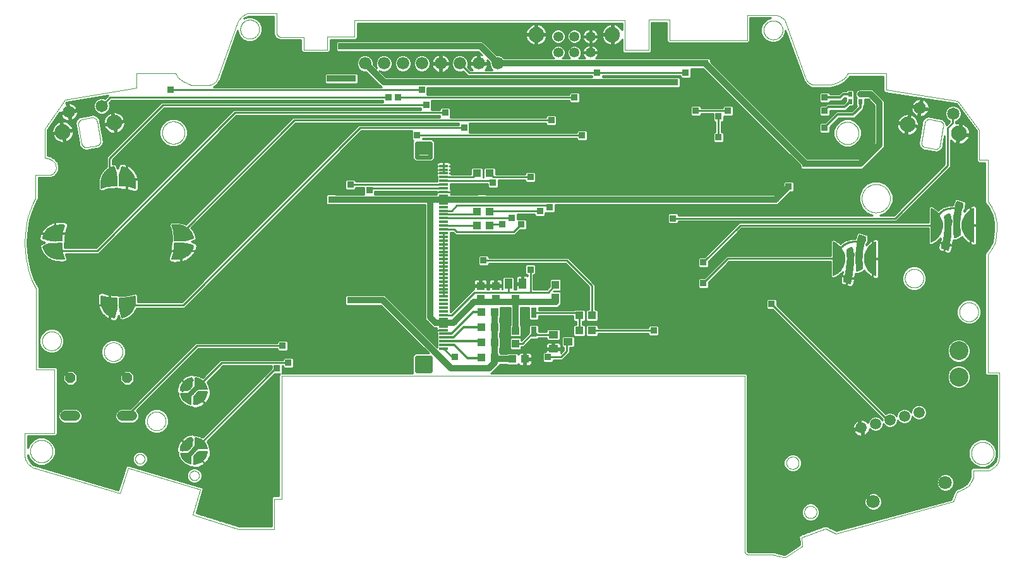
<source format=gtl>
G75*
%MOIN*%
%OFA0B0*%
%FSLAX25Y25*%
%IPPOS*%
%LPD*%
%AMOC8*
5,1,8,0,0,1.08239X$1,22.5*
%
%ADD10C,0.00000*%
%ADD11R,0.04331X0.03937*%
%ADD12R,0.03937X0.05512*%
%ADD13C,0.02362*%
%ADD14R,0.04724X0.01181*%
%ADD15R,0.03937X0.04331*%
%ADD16R,0.03150X0.05315*%
%ADD17R,0.05000X0.03937*%
%ADD18C,0.00600*%
%ADD19R,0.04092X0.02262*%
%ADD20R,0.04523X0.02262*%
%ADD21R,0.02262X0.04523*%
%ADD22C,0.05300*%
%ADD23C,0.08250*%
%ADD24C,0.08268*%
%ADD25C,0.06496*%
%ADD26R,0.00905X0.00905*%
%ADD27C,0.06600*%
%ADD28R,0.02362X0.02756*%
%ADD29C,0.05200*%
%ADD30C,0.05937*%
%ADD31C,0.07087*%
%ADD32C,0.10000*%
%ADD33OC8,0.05200*%
%ADD34C,0.01000*%
%ADD35R,0.03562X0.03562*%
%ADD36C,0.01400*%
%ADD37C,0.03200*%
%ADD38C,0.02000*%
%ADD39C,0.01300*%
D10*
X0012302Y0049630D02*
X0058595Y0035783D01*
X0063045Y0049233D01*
X0101103Y0037846D01*
X0097188Y0024403D01*
X0121450Y0016935D01*
X0140155Y0016935D01*
X0140155Y0032954D01*
X0144035Y0032954D01*
X0144035Y0097690D01*
X0388324Y0097690D01*
X0388324Y0005424D01*
X0388325Y0005424D02*
X0388327Y0005337D01*
X0388333Y0005250D01*
X0388342Y0005163D01*
X0388355Y0005077D01*
X0388372Y0004992D01*
X0388393Y0004907D01*
X0388417Y0004824D01*
X0388445Y0004741D01*
X0388476Y0004660D01*
X0388511Y0004580D01*
X0388550Y0004502D01*
X0388592Y0004426D01*
X0388637Y0004351D01*
X0388685Y0004279D01*
X0388736Y0004208D01*
X0388791Y0004140D01*
X0388848Y0004075D01*
X0388908Y0004012D01*
X0388971Y0003952D01*
X0389036Y0003894D01*
X0389104Y0003840D01*
X0389174Y0003788D01*
X0389246Y0003739D01*
X0389321Y0003694D01*
X0389397Y0003652D01*
X0389475Y0003613D01*
X0389554Y0003578D01*
X0389636Y0003546D01*
X0389718Y0003518D01*
X0389801Y0003494D01*
X0389886Y0003473D01*
X0389971Y0003455D01*
X0390057Y0003442D01*
X0390144Y0003432D01*
X0390231Y0003426D01*
X0390318Y0003424D01*
X0390317Y0003424D02*
X0403473Y0003378D01*
X0403975Y0003312D02*
X0408625Y0002088D01*
X0410221Y0002343D02*
X0417983Y0007370D01*
X0418055Y0007419D01*
X0418125Y0007471D01*
X0418193Y0007526D01*
X0418258Y0007584D01*
X0418321Y0007645D01*
X0418380Y0007709D01*
X0418437Y0007775D01*
X0418492Y0007843D01*
X0418543Y0007914D01*
X0418591Y0007987D01*
X0418635Y0008062D01*
X0418677Y0008138D01*
X0418715Y0008217D01*
X0418749Y0008297D01*
X0418780Y0008379D01*
X0418808Y0008461D01*
X0418832Y0008545D01*
X0418852Y0008630D01*
X0418868Y0008716D01*
X0418881Y0008802D01*
X0418890Y0008889D01*
X0418895Y0008976D01*
X0418896Y0009063D01*
X0418893Y0009150D01*
X0418887Y0009237D01*
X0418877Y0009324D01*
X0418421Y0012607D01*
X0431137Y0017261D01*
X0436537Y0014608D01*
X0498428Y0031413D01*
X0498773Y0032197D01*
X0500524Y0036480D01*
X0504089Y0038115D01*
X0506643Y0039804D01*
X0508209Y0042029D01*
X0508992Y0044172D01*
X0508992Y0047913D01*
X0517365Y0047913D01*
X0520266Y0049924D01*
X0522178Y0051968D01*
X0522816Y0055034D01*
X0522816Y0099617D01*
X0516706Y0099617D01*
X0516706Y0161850D01*
X0518684Y0164734D01*
X0520374Y0167948D01*
X0521074Y0171327D01*
X0521404Y0176231D01*
X0521404Y0178662D01*
X0520374Y0183030D01*
X0518519Y0187398D01*
X0516720Y0189788D01*
X0516720Y0211736D01*
X0512231Y0211736D01*
X0512231Y0227654D01*
X0500899Y0242829D01*
X0462944Y0248835D01*
X0462944Y0257405D01*
X0442876Y0257405D01*
X0441310Y0255222D01*
X0439127Y0253491D01*
X0436242Y0252131D01*
X0433605Y0251472D01*
X0424169Y0251472D01*
X0422191Y0252626D01*
X0420914Y0254315D01*
X0410355Y0283262D01*
X0409376Y0285734D01*
X0407110Y0287640D01*
X0405204Y0288309D01*
X0389597Y0288309D01*
X0389597Y0274967D01*
X0348592Y0274967D01*
X0348592Y0285719D01*
X0337647Y0285719D01*
X0337647Y0269816D01*
X0325092Y0269816D01*
X0325092Y0285479D01*
X0182443Y0285479D01*
X0182450Y0276744D01*
X0168204Y0276744D01*
X0168204Y0269986D01*
X0155677Y0269986D01*
X0155677Y0276670D01*
X0143349Y0276670D01*
X0141964Y0277329D01*
X0141371Y0278648D01*
X0141371Y0289076D01*
X0125899Y0289076D01*
X0122932Y0287552D01*
X0120954Y0285286D01*
X0110084Y0254534D01*
X0109106Y0252989D01*
X0107200Y0251649D01*
X0105140Y0251139D01*
X0096476Y0251139D01*
X0095599Y0251424D01*
X0092055Y0253196D01*
X0089377Y0255256D01*
X0088141Y0257523D01*
X0067579Y0257523D01*
X0067579Y0249694D01*
X0029711Y0243613D01*
X0018944Y0228117D01*
X0018944Y0212930D01*
X0021027Y0212561D01*
X0023111Y0211453D01*
X0024588Y0210134D01*
X0024957Y0207919D01*
X0024772Y0206126D01*
X0023586Y0204570D01*
X0022161Y0204005D01*
X0014233Y0204005D01*
X0014233Y0191901D01*
X0014090Y0191551D01*
X0012837Y0188749D01*
X0011123Y0184563D01*
X0009640Y0180640D01*
X0008618Y0172893D01*
X0008288Y0167520D01*
X0009046Y0160136D01*
X0010398Y0153510D01*
X0012112Y0148400D01*
X0014423Y0143884D01*
X0014423Y0101097D01*
X0024176Y0101097D01*
X0024176Y0067634D01*
X0008549Y0067634D01*
X0008549Y0055693D01*
X0008825Y0053944D01*
X0010242Y0051433D01*
X0012302Y0049630D01*
X0011381Y0058065D02*
X0011383Y0058218D01*
X0011389Y0058372D01*
X0011399Y0058525D01*
X0011413Y0058677D01*
X0011431Y0058830D01*
X0011453Y0058981D01*
X0011478Y0059132D01*
X0011508Y0059283D01*
X0011542Y0059433D01*
X0011579Y0059581D01*
X0011620Y0059729D01*
X0011665Y0059875D01*
X0011714Y0060021D01*
X0011767Y0060165D01*
X0011823Y0060307D01*
X0011883Y0060448D01*
X0011947Y0060588D01*
X0012014Y0060726D01*
X0012085Y0060862D01*
X0012160Y0060996D01*
X0012237Y0061128D01*
X0012319Y0061258D01*
X0012403Y0061386D01*
X0012491Y0061512D01*
X0012582Y0061635D01*
X0012676Y0061756D01*
X0012774Y0061874D01*
X0012874Y0061990D01*
X0012978Y0062103D01*
X0013084Y0062214D01*
X0013193Y0062322D01*
X0013305Y0062427D01*
X0013419Y0062528D01*
X0013537Y0062627D01*
X0013656Y0062723D01*
X0013778Y0062816D01*
X0013903Y0062905D01*
X0014030Y0062992D01*
X0014159Y0063074D01*
X0014290Y0063154D01*
X0014423Y0063230D01*
X0014558Y0063303D01*
X0014695Y0063372D01*
X0014834Y0063437D01*
X0014974Y0063499D01*
X0015116Y0063557D01*
X0015259Y0063612D01*
X0015404Y0063663D01*
X0015550Y0063710D01*
X0015697Y0063753D01*
X0015845Y0063792D01*
X0015994Y0063828D01*
X0016144Y0063859D01*
X0016295Y0063887D01*
X0016446Y0063911D01*
X0016599Y0063931D01*
X0016751Y0063947D01*
X0016904Y0063959D01*
X0017057Y0063967D01*
X0017210Y0063971D01*
X0017364Y0063971D01*
X0017517Y0063967D01*
X0017670Y0063959D01*
X0017823Y0063947D01*
X0017975Y0063931D01*
X0018128Y0063911D01*
X0018279Y0063887D01*
X0018430Y0063859D01*
X0018580Y0063828D01*
X0018729Y0063792D01*
X0018877Y0063753D01*
X0019024Y0063710D01*
X0019170Y0063663D01*
X0019315Y0063612D01*
X0019458Y0063557D01*
X0019600Y0063499D01*
X0019740Y0063437D01*
X0019879Y0063372D01*
X0020016Y0063303D01*
X0020151Y0063230D01*
X0020284Y0063154D01*
X0020415Y0063074D01*
X0020544Y0062992D01*
X0020671Y0062905D01*
X0020796Y0062816D01*
X0020918Y0062723D01*
X0021037Y0062627D01*
X0021155Y0062528D01*
X0021269Y0062427D01*
X0021381Y0062322D01*
X0021490Y0062214D01*
X0021596Y0062103D01*
X0021700Y0061990D01*
X0021800Y0061874D01*
X0021898Y0061756D01*
X0021992Y0061635D01*
X0022083Y0061512D01*
X0022171Y0061386D01*
X0022255Y0061258D01*
X0022337Y0061128D01*
X0022414Y0060996D01*
X0022489Y0060862D01*
X0022560Y0060726D01*
X0022627Y0060588D01*
X0022691Y0060448D01*
X0022751Y0060307D01*
X0022807Y0060165D01*
X0022860Y0060021D01*
X0022909Y0059875D01*
X0022954Y0059729D01*
X0022995Y0059581D01*
X0023032Y0059433D01*
X0023066Y0059283D01*
X0023096Y0059132D01*
X0023121Y0058981D01*
X0023143Y0058830D01*
X0023161Y0058677D01*
X0023175Y0058525D01*
X0023185Y0058372D01*
X0023191Y0058218D01*
X0023193Y0058065D01*
X0023191Y0057912D01*
X0023185Y0057758D01*
X0023175Y0057605D01*
X0023161Y0057453D01*
X0023143Y0057300D01*
X0023121Y0057149D01*
X0023096Y0056998D01*
X0023066Y0056847D01*
X0023032Y0056697D01*
X0022995Y0056549D01*
X0022954Y0056401D01*
X0022909Y0056255D01*
X0022860Y0056109D01*
X0022807Y0055965D01*
X0022751Y0055823D01*
X0022691Y0055682D01*
X0022627Y0055542D01*
X0022560Y0055404D01*
X0022489Y0055268D01*
X0022414Y0055134D01*
X0022337Y0055002D01*
X0022255Y0054872D01*
X0022171Y0054744D01*
X0022083Y0054618D01*
X0021992Y0054495D01*
X0021898Y0054374D01*
X0021800Y0054256D01*
X0021700Y0054140D01*
X0021596Y0054027D01*
X0021490Y0053916D01*
X0021381Y0053808D01*
X0021269Y0053703D01*
X0021155Y0053602D01*
X0021037Y0053503D01*
X0020918Y0053407D01*
X0020796Y0053314D01*
X0020671Y0053225D01*
X0020544Y0053138D01*
X0020415Y0053056D01*
X0020284Y0052976D01*
X0020151Y0052900D01*
X0020016Y0052827D01*
X0019879Y0052758D01*
X0019740Y0052693D01*
X0019600Y0052631D01*
X0019458Y0052573D01*
X0019315Y0052518D01*
X0019170Y0052467D01*
X0019024Y0052420D01*
X0018877Y0052377D01*
X0018729Y0052338D01*
X0018580Y0052302D01*
X0018430Y0052271D01*
X0018279Y0052243D01*
X0018128Y0052219D01*
X0017975Y0052199D01*
X0017823Y0052183D01*
X0017670Y0052171D01*
X0017517Y0052163D01*
X0017364Y0052159D01*
X0017210Y0052159D01*
X0017057Y0052163D01*
X0016904Y0052171D01*
X0016751Y0052183D01*
X0016599Y0052199D01*
X0016446Y0052219D01*
X0016295Y0052243D01*
X0016144Y0052271D01*
X0015994Y0052302D01*
X0015845Y0052338D01*
X0015697Y0052377D01*
X0015550Y0052420D01*
X0015404Y0052467D01*
X0015259Y0052518D01*
X0015116Y0052573D01*
X0014974Y0052631D01*
X0014834Y0052693D01*
X0014695Y0052758D01*
X0014558Y0052827D01*
X0014423Y0052900D01*
X0014290Y0052976D01*
X0014159Y0053056D01*
X0014030Y0053138D01*
X0013903Y0053225D01*
X0013778Y0053314D01*
X0013656Y0053407D01*
X0013537Y0053503D01*
X0013419Y0053602D01*
X0013305Y0053703D01*
X0013193Y0053808D01*
X0013084Y0053916D01*
X0012978Y0054027D01*
X0012874Y0054140D01*
X0012774Y0054256D01*
X0012676Y0054374D01*
X0012582Y0054495D01*
X0012491Y0054618D01*
X0012403Y0054744D01*
X0012319Y0054872D01*
X0012237Y0055002D01*
X0012160Y0055134D01*
X0012085Y0055268D01*
X0012014Y0055404D01*
X0011947Y0055542D01*
X0011883Y0055682D01*
X0011823Y0055823D01*
X0011767Y0055965D01*
X0011714Y0056109D01*
X0011665Y0056255D01*
X0011620Y0056401D01*
X0011579Y0056549D01*
X0011542Y0056697D01*
X0011508Y0056847D01*
X0011478Y0056998D01*
X0011453Y0057149D01*
X0011431Y0057300D01*
X0011413Y0057453D01*
X0011399Y0057605D01*
X0011389Y0057758D01*
X0011383Y0057912D01*
X0011381Y0058065D01*
X0066767Y0053998D02*
X0066769Y0054097D01*
X0066775Y0054197D01*
X0066785Y0054296D01*
X0066799Y0054394D01*
X0066816Y0054492D01*
X0066838Y0054589D01*
X0066863Y0054685D01*
X0066892Y0054780D01*
X0066925Y0054874D01*
X0066962Y0054966D01*
X0067002Y0055057D01*
X0067046Y0055146D01*
X0067094Y0055234D01*
X0067145Y0055319D01*
X0067199Y0055402D01*
X0067256Y0055484D01*
X0067317Y0055562D01*
X0067381Y0055639D01*
X0067447Y0055712D01*
X0067517Y0055783D01*
X0067589Y0055851D01*
X0067664Y0055917D01*
X0067742Y0055979D01*
X0067822Y0056038D01*
X0067904Y0056094D01*
X0067988Y0056146D01*
X0068075Y0056195D01*
X0068163Y0056241D01*
X0068253Y0056283D01*
X0068345Y0056322D01*
X0068438Y0056357D01*
X0068532Y0056388D01*
X0068628Y0056415D01*
X0068725Y0056438D01*
X0068822Y0056458D01*
X0068920Y0056474D01*
X0069019Y0056486D01*
X0069118Y0056494D01*
X0069217Y0056498D01*
X0069317Y0056498D01*
X0069416Y0056494D01*
X0069515Y0056486D01*
X0069614Y0056474D01*
X0069712Y0056458D01*
X0069809Y0056438D01*
X0069906Y0056415D01*
X0070002Y0056388D01*
X0070096Y0056357D01*
X0070189Y0056322D01*
X0070281Y0056283D01*
X0070371Y0056241D01*
X0070459Y0056195D01*
X0070546Y0056146D01*
X0070630Y0056094D01*
X0070712Y0056038D01*
X0070792Y0055979D01*
X0070870Y0055917D01*
X0070945Y0055851D01*
X0071017Y0055783D01*
X0071087Y0055712D01*
X0071153Y0055639D01*
X0071217Y0055562D01*
X0071278Y0055484D01*
X0071335Y0055402D01*
X0071389Y0055319D01*
X0071440Y0055234D01*
X0071488Y0055146D01*
X0071532Y0055057D01*
X0071572Y0054966D01*
X0071609Y0054874D01*
X0071642Y0054780D01*
X0071671Y0054685D01*
X0071696Y0054589D01*
X0071718Y0054492D01*
X0071735Y0054394D01*
X0071749Y0054296D01*
X0071759Y0054197D01*
X0071765Y0054097D01*
X0071767Y0053998D01*
X0071765Y0053899D01*
X0071759Y0053799D01*
X0071749Y0053700D01*
X0071735Y0053602D01*
X0071718Y0053504D01*
X0071696Y0053407D01*
X0071671Y0053311D01*
X0071642Y0053216D01*
X0071609Y0053122D01*
X0071572Y0053030D01*
X0071532Y0052939D01*
X0071488Y0052850D01*
X0071440Y0052762D01*
X0071389Y0052677D01*
X0071335Y0052594D01*
X0071278Y0052512D01*
X0071217Y0052434D01*
X0071153Y0052357D01*
X0071087Y0052284D01*
X0071017Y0052213D01*
X0070945Y0052145D01*
X0070870Y0052079D01*
X0070792Y0052017D01*
X0070712Y0051958D01*
X0070630Y0051902D01*
X0070546Y0051850D01*
X0070459Y0051801D01*
X0070371Y0051755D01*
X0070281Y0051713D01*
X0070189Y0051674D01*
X0070096Y0051639D01*
X0070002Y0051608D01*
X0069906Y0051581D01*
X0069809Y0051558D01*
X0069712Y0051538D01*
X0069614Y0051522D01*
X0069515Y0051510D01*
X0069416Y0051502D01*
X0069317Y0051498D01*
X0069217Y0051498D01*
X0069118Y0051502D01*
X0069019Y0051510D01*
X0068920Y0051522D01*
X0068822Y0051538D01*
X0068725Y0051558D01*
X0068628Y0051581D01*
X0068532Y0051608D01*
X0068438Y0051639D01*
X0068345Y0051674D01*
X0068253Y0051713D01*
X0068163Y0051755D01*
X0068075Y0051801D01*
X0067988Y0051850D01*
X0067904Y0051902D01*
X0067822Y0051958D01*
X0067742Y0052017D01*
X0067664Y0052079D01*
X0067589Y0052145D01*
X0067517Y0052213D01*
X0067447Y0052284D01*
X0067381Y0052357D01*
X0067317Y0052434D01*
X0067256Y0052512D01*
X0067199Y0052594D01*
X0067145Y0052677D01*
X0067094Y0052762D01*
X0067046Y0052850D01*
X0067002Y0052939D01*
X0066962Y0053030D01*
X0066925Y0053122D01*
X0066892Y0053216D01*
X0066863Y0053311D01*
X0066838Y0053407D01*
X0066816Y0053504D01*
X0066799Y0053602D01*
X0066785Y0053700D01*
X0066775Y0053799D01*
X0066769Y0053899D01*
X0066767Y0053998D01*
X0095457Y0045227D02*
X0095459Y0045326D01*
X0095465Y0045426D01*
X0095475Y0045525D01*
X0095489Y0045623D01*
X0095506Y0045721D01*
X0095528Y0045818D01*
X0095553Y0045914D01*
X0095582Y0046009D01*
X0095615Y0046103D01*
X0095652Y0046195D01*
X0095692Y0046286D01*
X0095736Y0046375D01*
X0095784Y0046463D01*
X0095835Y0046548D01*
X0095889Y0046631D01*
X0095946Y0046713D01*
X0096007Y0046791D01*
X0096071Y0046868D01*
X0096137Y0046941D01*
X0096207Y0047012D01*
X0096279Y0047080D01*
X0096354Y0047146D01*
X0096432Y0047208D01*
X0096512Y0047267D01*
X0096594Y0047323D01*
X0096678Y0047375D01*
X0096765Y0047424D01*
X0096853Y0047470D01*
X0096943Y0047512D01*
X0097035Y0047551D01*
X0097128Y0047586D01*
X0097222Y0047617D01*
X0097318Y0047644D01*
X0097415Y0047667D01*
X0097512Y0047687D01*
X0097610Y0047703D01*
X0097709Y0047715D01*
X0097808Y0047723D01*
X0097907Y0047727D01*
X0098007Y0047727D01*
X0098106Y0047723D01*
X0098205Y0047715D01*
X0098304Y0047703D01*
X0098402Y0047687D01*
X0098499Y0047667D01*
X0098596Y0047644D01*
X0098692Y0047617D01*
X0098786Y0047586D01*
X0098879Y0047551D01*
X0098971Y0047512D01*
X0099061Y0047470D01*
X0099149Y0047424D01*
X0099236Y0047375D01*
X0099320Y0047323D01*
X0099402Y0047267D01*
X0099482Y0047208D01*
X0099560Y0047146D01*
X0099635Y0047080D01*
X0099707Y0047012D01*
X0099777Y0046941D01*
X0099843Y0046868D01*
X0099907Y0046791D01*
X0099968Y0046713D01*
X0100025Y0046631D01*
X0100079Y0046548D01*
X0100130Y0046463D01*
X0100178Y0046375D01*
X0100222Y0046286D01*
X0100262Y0046195D01*
X0100299Y0046103D01*
X0100332Y0046009D01*
X0100361Y0045914D01*
X0100386Y0045818D01*
X0100408Y0045721D01*
X0100425Y0045623D01*
X0100439Y0045525D01*
X0100449Y0045426D01*
X0100455Y0045326D01*
X0100457Y0045227D01*
X0100455Y0045128D01*
X0100449Y0045028D01*
X0100439Y0044929D01*
X0100425Y0044831D01*
X0100408Y0044733D01*
X0100386Y0044636D01*
X0100361Y0044540D01*
X0100332Y0044445D01*
X0100299Y0044351D01*
X0100262Y0044259D01*
X0100222Y0044168D01*
X0100178Y0044079D01*
X0100130Y0043991D01*
X0100079Y0043906D01*
X0100025Y0043823D01*
X0099968Y0043741D01*
X0099907Y0043663D01*
X0099843Y0043586D01*
X0099777Y0043513D01*
X0099707Y0043442D01*
X0099635Y0043374D01*
X0099560Y0043308D01*
X0099482Y0043246D01*
X0099402Y0043187D01*
X0099320Y0043131D01*
X0099236Y0043079D01*
X0099149Y0043030D01*
X0099061Y0042984D01*
X0098971Y0042942D01*
X0098879Y0042903D01*
X0098786Y0042868D01*
X0098692Y0042837D01*
X0098596Y0042810D01*
X0098499Y0042787D01*
X0098402Y0042767D01*
X0098304Y0042751D01*
X0098205Y0042739D01*
X0098106Y0042731D01*
X0098007Y0042727D01*
X0097907Y0042727D01*
X0097808Y0042731D01*
X0097709Y0042739D01*
X0097610Y0042751D01*
X0097512Y0042767D01*
X0097415Y0042787D01*
X0097318Y0042810D01*
X0097222Y0042837D01*
X0097128Y0042868D01*
X0097035Y0042903D01*
X0096943Y0042942D01*
X0096853Y0042984D01*
X0096765Y0043030D01*
X0096678Y0043079D01*
X0096594Y0043131D01*
X0096512Y0043187D01*
X0096432Y0043246D01*
X0096354Y0043308D01*
X0096279Y0043374D01*
X0096207Y0043442D01*
X0096137Y0043513D01*
X0096071Y0043586D01*
X0096007Y0043663D01*
X0095946Y0043741D01*
X0095889Y0043823D01*
X0095835Y0043906D01*
X0095784Y0043991D01*
X0095736Y0044079D01*
X0095692Y0044168D01*
X0095652Y0044259D01*
X0095615Y0044351D01*
X0095582Y0044445D01*
X0095553Y0044540D01*
X0095528Y0044636D01*
X0095506Y0044733D01*
X0095489Y0044831D01*
X0095475Y0044929D01*
X0095465Y0045028D01*
X0095459Y0045128D01*
X0095457Y0045227D01*
X0073045Y0073956D02*
X0073047Y0074096D01*
X0073053Y0074236D01*
X0073063Y0074375D01*
X0073077Y0074514D01*
X0073095Y0074653D01*
X0073116Y0074791D01*
X0073142Y0074929D01*
X0073172Y0075066D01*
X0073205Y0075201D01*
X0073243Y0075336D01*
X0073284Y0075470D01*
X0073329Y0075603D01*
X0073377Y0075734D01*
X0073430Y0075863D01*
X0073486Y0075992D01*
X0073545Y0076118D01*
X0073609Y0076243D01*
X0073675Y0076366D01*
X0073746Y0076487D01*
X0073819Y0076606D01*
X0073896Y0076723D01*
X0073977Y0076837D01*
X0074060Y0076949D01*
X0074147Y0077059D01*
X0074237Y0077167D01*
X0074329Y0077271D01*
X0074425Y0077373D01*
X0074524Y0077473D01*
X0074625Y0077569D01*
X0074729Y0077663D01*
X0074836Y0077753D01*
X0074945Y0077840D01*
X0075057Y0077925D01*
X0075171Y0078006D01*
X0075287Y0078084D01*
X0075405Y0078158D01*
X0075526Y0078229D01*
X0075648Y0078297D01*
X0075773Y0078361D01*
X0075899Y0078422D01*
X0076026Y0078479D01*
X0076156Y0078532D01*
X0076287Y0078582D01*
X0076419Y0078627D01*
X0076552Y0078670D01*
X0076687Y0078708D01*
X0076822Y0078742D01*
X0076959Y0078773D01*
X0077096Y0078800D01*
X0077234Y0078822D01*
X0077373Y0078841D01*
X0077512Y0078856D01*
X0077651Y0078867D01*
X0077791Y0078874D01*
X0077931Y0078877D01*
X0078071Y0078876D01*
X0078211Y0078871D01*
X0078350Y0078862D01*
X0078490Y0078849D01*
X0078629Y0078832D01*
X0078767Y0078811D01*
X0078905Y0078787D01*
X0079042Y0078758D01*
X0079178Y0078726D01*
X0079313Y0078689D01*
X0079447Y0078649D01*
X0079580Y0078605D01*
X0079711Y0078557D01*
X0079841Y0078506D01*
X0079970Y0078451D01*
X0080097Y0078392D01*
X0080222Y0078329D01*
X0080345Y0078264D01*
X0080467Y0078194D01*
X0080586Y0078121D01*
X0080704Y0078045D01*
X0080819Y0077966D01*
X0080932Y0077883D01*
X0081042Y0077797D01*
X0081150Y0077708D01*
X0081255Y0077616D01*
X0081358Y0077521D01*
X0081458Y0077423D01*
X0081555Y0077323D01*
X0081649Y0077219D01*
X0081741Y0077113D01*
X0081829Y0077005D01*
X0081914Y0076894D01*
X0081996Y0076780D01*
X0082075Y0076664D01*
X0082150Y0076547D01*
X0082222Y0076427D01*
X0082290Y0076305D01*
X0082355Y0076181D01*
X0082417Y0076055D01*
X0082475Y0075928D01*
X0082529Y0075799D01*
X0082580Y0075668D01*
X0082626Y0075536D01*
X0082669Y0075403D01*
X0082709Y0075269D01*
X0082744Y0075134D01*
X0082776Y0074997D01*
X0082803Y0074860D01*
X0082827Y0074722D01*
X0082847Y0074584D01*
X0082863Y0074445D01*
X0082875Y0074305D01*
X0082883Y0074166D01*
X0082887Y0074026D01*
X0082887Y0073886D01*
X0082883Y0073746D01*
X0082875Y0073607D01*
X0082863Y0073467D01*
X0082847Y0073328D01*
X0082827Y0073190D01*
X0082803Y0073052D01*
X0082776Y0072915D01*
X0082744Y0072778D01*
X0082709Y0072643D01*
X0082669Y0072509D01*
X0082626Y0072376D01*
X0082580Y0072244D01*
X0082529Y0072113D01*
X0082475Y0071984D01*
X0082417Y0071857D01*
X0082355Y0071731D01*
X0082290Y0071607D01*
X0082222Y0071485D01*
X0082150Y0071365D01*
X0082075Y0071248D01*
X0081996Y0071132D01*
X0081914Y0071018D01*
X0081829Y0070907D01*
X0081741Y0070799D01*
X0081649Y0070693D01*
X0081555Y0070589D01*
X0081458Y0070489D01*
X0081358Y0070391D01*
X0081255Y0070296D01*
X0081150Y0070204D01*
X0081042Y0070115D01*
X0080932Y0070029D01*
X0080819Y0069946D01*
X0080704Y0069867D01*
X0080586Y0069791D01*
X0080467Y0069718D01*
X0080345Y0069648D01*
X0080222Y0069583D01*
X0080097Y0069520D01*
X0079970Y0069461D01*
X0079841Y0069406D01*
X0079711Y0069355D01*
X0079580Y0069307D01*
X0079447Y0069263D01*
X0079313Y0069223D01*
X0079178Y0069186D01*
X0079042Y0069154D01*
X0078905Y0069125D01*
X0078767Y0069101D01*
X0078629Y0069080D01*
X0078490Y0069063D01*
X0078350Y0069050D01*
X0078211Y0069041D01*
X0078071Y0069036D01*
X0077931Y0069035D01*
X0077791Y0069038D01*
X0077651Y0069045D01*
X0077512Y0069056D01*
X0077373Y0069071D01*
X0077234Y0069090D01*
X0077096Y0069112D01*
X0076959Y0069139D01*
X0076822Y0069170D01*
X0076687Y0069204D01*
X0076552Y0069242D01*
X0076419Y0069285D01*
X0076287Y0069330D01*
X0076156Y0069380D01*
X0076026Y0069433D01*
X0075899Y0069490D01*
X0075773Y0069551D01*
X0075648Y0069615D01*
X0075526Y0069683D01*
X0075405Y0069754D01*
X0075287Y0069828D01*
X0075171Y0069906D01*
X0075057Y0069987D01*
X0074945Y0070072D01*
X0074836Y0070159D01*
X0074729Y0070249D01*
X0074625Y0070343D01*
X0074524Y0070439D01*
X0074425Y0070539D01*
X0074329Y0070641D01*
X0074237Y0070745D01*
X0074147Y0070853D01*
X0074060Y0070963D01*
X0073977Y0071075D01*
X0073896Y0071189D01*
X0073819Y0071306D01*
X0073746Y0071425D01*
X0073675Y0071546D01*
X0073609Y0071669D01*
X0073545Y0071794D01*
X0073486Y0071920D01*
X0073430Y0072049D01*
X0073377Y0072178D01*
X0073329Y0072309D01*
X0073284Y0072442D01*
X0073243Y0072576D01*
X0073205Y0072711D01*
X0073172Y0072846D01*
X0073142Y0072983D01*
X0073116Y0073121D01*
X0073095Y0073259D01*
X0073077Y0073398D01*
X0073063Y0073537D01*
X0073053Y0073676D01*
X0073047Y0073816D01*
X0073045Y0073956D01*
X0050286Y0110519D02*
X0050288Y0110659D01*
X0050294Y0110799D01*
X0050304Y0110938D01*
X0050318Y0111077D01*
X0050336Y0111216D01*
X0050357Y0111354D01*
X0050383Y0111492D01*
X0050413Y0111629D01*
X0050446Y0111764D01*
X0050484Y0111899D01*
X0050525Y0112033D01*
X0050570Y0112166D01*
X0050618Y0112297D01*
X0050671Y0112426D01*
X0050727Y0112555D01*
X0050786Y0112681D01*
X0050850Y0112806D01*
X0050916Y0112929D01*
X0050987Y0113050D01*
X0051060Y0113169D01*
X0051137Y0113286D01*
X0051218Y0113400D01*
X0051301Y0113512D01*
X0051388Y0113622D01*
X0051478Y0113730D01*
X0051570Y0113834D01*
X0051666Y0113936D01*
X0051765Y0114036D01*
X0051866Y0114132D01*
X0051970Y0114226D01*
X0052077Y0114316D01*
X0052186Y0114403D01*
X0052298Y0114488D01*
X0052412Y0114569D01*
X0052528Y0114647D01*
X0052646Y0114721D01*
X0052767Y0114792D01*
X0052889Y0114860D01*
X0053014Y0114924D01*
X0053140Y0114985D01*
X0053267Y0115042D01*
X0053397Y0115095D01*
X0053528Y0115145D01*
X0053660Y0115190D01*
X0053793Y0115233D01*
X0053928Y0115271D01*
X0054063Y0115305D01*
X0054200Y0115336D01*
X0054337Y0115363D01*
X0054475Y0115385D01*
X0054614Y0115404D01*
X0054753Y0115419D01*
X0054892Y0115430D01*
X0055032Y0115437D01*
X0055172Y0115440D01*
X0055312Y0115439D01*
X0055452Y0115434D01*
X0055591Y0115425D01*
X0055731Y0115412D01*
X0055870Y0115395D01*
X0056008Y0115374D01*
X0056146Y0115350D01*
X0056283Y0115321D01*
X0056419Y0115289D01*
X0056554Y0115252D01*
X0056688Y0115212D01*
X0056821Y0115168D01*
X0056952Y0115120D01*
X0057082Y0115069D01*
X0057211Y0115014D01*
X0057338Y0114955D01*
X0057463Y0114892D01*
X0057586Y0114827D01*
X0057708Y0114757D01*
X0057827Y0114684D01*
X0057945Y0114608D01*
X0058060Y0114529D01*
X0058173Y0114446D01*
X0058283Y0114360D01*
X0058391Y0114271D01*
X0058496Y0114179D01*
X0058599Y0114084D01*
X0058699Y0113986D01*
X0058796Y0113886D01*
X0058890Y0113782D01*
X0058982Y0113676D01*
X0059070Y0113568D01*
X0059155Y0113457D01*
X0059237Y0113343D01*
X0059316Y0113227D01*
X0059391Y0113110D01*
X0059463Y0112990D01*
X0059531Y0112868D01*
X0059596Y0112744D01*
X0059658Y0112618D01*
X0059716Y0112491D01*
X0059770Y0112362D01*
X0059821Y0112231D01*
X0059867Y0112099D01*
X0059910Y0111966D01*
X0059950Y0111832D01*
X0059985Y0111697D01*
X0060017Y0111560D01*
X0060044Y0111423D01*
X0060068Y0111285D01*
X0060088Y0111147D01*
X0060104Y0111008D01*
X0060116Y0110868D01*
X0060124Y0110729D01*
X0060128Y0110589D01*
X0060128Y0110449D01*
X0060124Y0110309D01*
X0060116Y0110170D01*
X0060104Y0110030D01*
X0060088Y0109891D01*
X0060068Y0109753D01*
X0060044Y0109615D01*
X0060017Y0109478D01*
X0059985Y0109341D01*
X0059950Y0109206D01*
X0059910Y0109072D01*
X0059867Y0108939D01*
X0059821Y0108807D01*
X0059770Y0108676D01*
X0059716Y0108547D01*
X0059658Y0108420D01*
X0059596Y0108294D01*
X0059531Y0108170D01*
X0059463Y0108048D01*
X0059391Y0107928D01*
X0059316Y0107811D01*
X0059237Y0107695D01*
X0059155Y0107581D01*
X0059070Y0107470D01*
X0058982Y0107362D01*
X0058890Y0107256D01*
X0058796Y0107152D01*
X0058699Y0107052D01*
X0058599Y0106954D01*
X0058496Y0106859D01*
X0058391Y0106767D01*
X0058283Y0106678D01*
X0058173Y0106592D01*
X0058060Y0106509D01*
X0057945Y0106430D01*
X0057827Y0106354D01*
X0057708Y0106281D01*
X0057586Y0106211D01*
X0057463Y0106146D01*
X0057338Y0106083D01*
X0057211Y0106024D01*
X0057082Y0105969D01*
X0056952Y0105918D01*
X0056821Y0105870D01*
X0056688Y0105826D01*
X0056554Y0105786D01*
X0056419Y0105749D01*
X0056283Y0105717D01*
X0056146Y0105688D01*
X0056008Y0105664D01*
X0055870Y0105643D01*
X0055731Y0105626D01*
X0055591Y0105613D01*
X0055452Y0105604D01*
X0055312Y0105599D01*
X0055172Y0105598D01*
X0055032Y0105601D01*
X0054892Y0105608D01*
X0054753Y0105619D01*
X0054614Y0105634D01*
X0054475Y0105653D01*
X0054337Y0105675D01*
X0054200Y0105702D01*
X0054063Y0105733D01*
X0053928Y0105767D01*
X0053793Y0105805D01*
X0053660Y0105848D01*
X0053528Y0105893D01*
X0053397Y0105943D01*
X0053267Y0105996D01*
X0053140Y0106053D01*
X0053014Y0106114D01*
X0052889Y0106178D01*
X0052767Y0106246D01*
X0052646Y0106317D01*
X0052528Y0106391D01*
X0052412Y0106469D01*
X0052298Y0106550D01*
X0052186Y0106635D01*
X0052077Y0106722D01*
X0051970Y0106812D01*
X0051866Y0106906D01*
X0051765Y0107002D01*
X0051666Y0107102D01*
X0051570Y0107204D01*
X0051478Y0107308D01*
X0051388Y0107416D01*
X0051301Y0107526D01*
X0051218Y0107638D01*
X0051137Y0107752D01*
X0051060Y0107869D01*
X0050987Y0107988D01*
X0050916Y0108109D01*
X0050850Y0108232D01*
X0050786Y0108357D01*
X0050727Y0108483D01*
X0050671Y0108612D01*
X0050618Y0108741D01*
X0050570Y0108872D01*
X0050525Y0109005D01*
X0050484Y0109139D01*
X0050446Y0109274D01*
X0050413Y0109409D01*
X0050383Y0109546D01*
X0050357Y0109684D01*
X0050336Y0109822D01*
X0050318Y0109961D01*
X0050304Y0110100D01*
X0050294Y0110239D01*
X0050288Y0110379D01*
X0050286Y0110519D01*
X0017664Y0116245D02*
X0017666Y0116386D01*
X0017672Y0116527D01*
X0017682Y0116667D01*
X0017696Y0116807D01*
X0017714Y0116947D01*
X0017735Y0117086D01*
X0017761Y0117225D01*
X0017790Y0117363D01*
X0017824Y0117499D01*
X0017861Y0117635D01*
X0017902Y0117770D01*
X0017947Y0117904D01*
X0017996Y0118036D01*
X0018048Y0118167D01*
X0018104Y0118296D01*
X0018164Y0118423D01*
X0018227Y0118549D01*
X0018293Y0118673D01*
X0018364Y0118796D01*
X0018437Y0118916D01*
X0018514Y0119034D01*
X0018594Y0119150D01*
X0018678Y0119263D01*
X0018764Y0119374D01*
X0018854Y0119483D01*
X0018947Y0119589D01*
X0019042Y0119692D01*
X0019141Y0119793D01*
X0019242Y0119891D01*
X0019346Y0119986D01*
X0019453Y0120078D01*
X0019562Y0120167D01*
X0019674Y0120252D01*
X0019788Y0120335D01*
X0019904Y0120415D01*
X0020023Y0120491D01*
X0020144Y0120563D01*
X0020266Y0120633D01*
X0020391Y0120698D01*
X0020517Y0120761D01*
X0020645Y0120819D01*
X0020775Y0120874D01*
X0020906Y0120926D01*
X0021039Y0120973D01*
X0021173Y0121017D01*
X0021308Y0121058D01*
X0021444Y0121094D01*
X0021581Y0121126D01*
X0021719Y0121155D01*
X0021857Y0121180D01*
X0021997Y0121200D01*
X0022137Y0121217D01*
X0022277Y0121230D01*
X0022418Y0121239D01*
X0022558Y0121244D01*
X0022699Y0121245D01*
X0022840Y0121242D01*
X0022981Y0121235D01*
X0023121Y0121224D01*
X0023261Y0121209D01*
X0023401Y0121190D01*
X0023540Y0121168D01*
X0023678Y0121141D01*
X0023816Y0121111D01*
X0023952Y0121076D01*
X0024088Y0121038D01*
X0024222Y0120996D01*
X0024356Y0120950D01*
X0024488Y0120901D01*
X0024618Y0120847D01*
X0024747Y0120790D01*
X0024874Y0120730D01*
X0025000Y0120666D01*
X0025123Y0120598D01*
X0025245Y0120527D01*
X0025365Y0120453D01*
X0025482Y0120375D01*
X0025597Y0120294D01*
X0025710Y0120210D01*
X0025821Y0120123D01*
X0025929Y0120032D01*
X0026034Y0119939D01*
X0026137Y0119842D01*
X0026237Y0119743D01*
X0026334Y0119641D01*
X0026428Y0119536D01*
X0026519Y0119429D01*
X0026607Y0119319D01*
X0026692Y0119207D01*
X0026774Y0119092D01*
X0026853Y0118975D01*
X0026928Y0118856D01*
X0027000Y0118735D01*
X0027068Y0118612D01*
X0027133Y0118487D01*
X0027195Y0118360D01*
X0027252Y0118231D01*
X0027307Y0118101D01*
X0027357Y0117970D01*
X0027404Y0117837D01*
X0027447Y0117703D01*
X0027486Y0117567D01*
X0027521Y0117431D01*
X0027553Y0117294D01*
X0027580Y0117156D01*
X0027604Y0117017D01*
X0027624Y0116877D01*
X0027640Y0116737D01*
X0027652Y0116597D01*
X0027660Y0116456D01*
X0027664Y0116315D01*
X0027664Y0116175D01*
X0027660Y0116034D01*
X0027652Y0115893D01*
X0027640Y0115753D01*
X0027624Y0115613D01*
X0027604Y0115473D01*
X0027580Y0115334D01*
X0027553Y0115196D01*
X0027521Y0115059D01*
X0027486Y0114923D01*
X0027447Y0114787D01*
X0027404Y0114653D01*
X0027357Y0114520D01*
X0027307Y0114389D01*
X0027252Y0114259D01*
X0027195Y0114130D01*
X0027133Y0114003D01*
X0027068Y0113878D01*
X0027000Y0113755D01*
X0026928Y0113634D01*
X0026853Y0113515D01*
X0026774Y0113398D01*
X0026692Y0113283D01*
X0026607Y0113171D01*
X0026519Y0113061D01*
X0026428Y0112954D01*
X0026334Y0112849D01*
X0026237Y0112747D01*
X0026137Y0112648D01*
X0026034Y0112551D01*
X0025929Y0112458D01*
X0025821Y0112367D01*
X0025710Y0112280D01*
X0025597Y0112196D01*
X0025482Y0112115D01*
X0025365Y0112037D01*
X0025245Y0111963D01*
X0025123Y0111892D01*
X0025000Y0111824D01*
X0024874Y0111760D01*
X0024747Y0111700D01*
X0024618Y0111643D01*
X0024488Y0111589D01*
X0024356Y0111540D01*
X0024222Y0111494D01*
X0024088Y0111452D01*
X0023952Y0111414D01*
X0023816Y0111379D01*
X0023678Y0111349D01*
X0023540Y0111322D01*
X0023401Y0111300D01*
X0023261Y0111281D01*
X0023121Y0111266D01*
X0022981Y0111255D01*
X0022840Y0111248D01*
X0022699Y0111245D01*
X0022558Y0111246D01*
X0022418Y0111251D01*
X0022277Y0111260D01*
X0022137Y0111273D01*
X0021997Y0111290D01*
X0021857Y0111310D01*
X0021719Y0111335D01*
X0021581Y0111364D01*
X0021444Y0111396D01*
X0021308Y0111432D01*
X0021173Y0111473D01*
X0021039Y0111517D01*
X0020906Y0111564D01*
X0020775Y0111616D01*
X0020645Y0111671D01*
X0020517Y0111729D01*
X0020391Y0111792D01*
X0020266Y0111857D01*
X0020144Y0111927D01*
X0020023Y0111999D01*
X0019904Y0112075D01*
X0019788Y0112155D01*
X0019674Y0112238D01*
X0019562Y0112323D01*
X0019453Y0112412D01*
X0019346Y0112504D01*
X0019242Y0112599D01*
X0019141Y0112697D01*
X0019042Y0112798D01*
X0018947Y0112901D01*
X0018854Y0113007D01*
X0018764Y0113116D01*
X0018678Y0113227D01*
X0018594Y0113340D01*
X0018514Y0113456D01*
X0018437Y0113574D01*
X0018364Y0113694D01*
X0018293Y0113817D01*
X0018227Y0113941D01*
X0018164Y0114067D01*
X0018104Y0114194D01*
X0018048Y0114323D01*
X0017996Y0114454D01*
X0017947Y0114586D01*
X0017902Y0114720D01*
X0017861Y0114855D01*
X0017824Y0114991D01*
X0017790Y0115127D01*
X0017761Y0115265D01*
X0017735Y0115404D01*
X0017714Y0115543D01*
X0017696Y0115683D01*
X0017682Y0115823D01*
X0017672Y0115963D01*
X0017666Y0116104D01*
X0017664Y0116245D01*
X0041425Y0218445D02*
X0046349Y0219313D01*
X0046445Y0219332D01*
X0046541Y0219355D01*
X0046635Y0219381D01*
X0046729Y0219411D01*
X0046821Y0219445D01*
X0046912Y0219482D01*
X0047001Y0219523D01*
X0047089Y0219568D01*
X0047174Y0219615D01*
X0047258Y0219667D01*
X0047340Y0219721D01*
X0047420Y0219778D01*
X0047497Y0219839D01*
X0047572Y0219903D01*
X0047644Y0219969D01*
X0047713Y0220038D01*
X0047780Y0220110D01*
X0047844Y0220185D01*
X0047905Y0220262D01*
X0047963Y0220341D01*
X0048018Y0220423D01*
X0048069Y0220506D01*
X0048117Y0220592D01*
X0048162Y0220679D01*
X0048203Y0220768D01*
X0048241Y0220859D01*
X0048275Y0220951D01*
X0048306Y0221044D01*
X0048333Y0221138D01*
X0048356Y0221234D01*
X0048375Y0221330D01*
X0048391Y0221427D01*
X0048402Y0221525D01*
X0048410Y0221622D01*
X0048414Y0221720D01*
X0048415Y0221819D01*
X0048411Y0221917D01*
X0048403Y0222015D01*
X0048392Y0222112D01*
X0048377Y0222209D01*
X0046640Y0232057D01*
X0046621Y0232153D01*
X0046598Y0232249D01*
X0046572Y0232343D01*
X0046542Y0232437D01*
X0046508Y0232529D01*
X0046471Y0232620D01*
X0046430Y0232709D01*
X0046385Y0232797D01*
X0046338Y0232882D01*
X0046286Y0232966D01*
X0046232Y0233048D01*
X0046175Y0233128D01*
X0046114Y0233205D01*
X0046050Y0233280D01*
X0045984Y0233352D01*
X0045915Y0233421D01*
X0045843Y0233488D01*
X0045768Y0233552D01*
X0045691Y0233613D01*
X0045612Y0233671D01*
X0045530Y0233726D01*
X0045447Y0233777D01*
X0045361Y0233825D01*
X0045274Y0233870D01*
X0045185Y0233911D01*
X0045094Y0233949D01*
X0045002Y0233983D01*
X0044909Y0234014D01*
X0044815Y0234041D01*
X0044719Y0234064D01*
X0044623Y0234083D01*
X0044526Y0234099D01*
X0044428Y0234110D01*
X0044331Y0234118D01*
X0044233Y0234122D01*
X0044134Y0234123D01*
X0044036Y0234119D01*
X0043938Y0234111D01*
X0043841Y0234100D01*
X0043744Y0234085D01*
X0038820Y0233217D01*
X0038724Y0233198D01*
X0038628Y0233175D01*
X0038534Y0233149D01*
X0038440Y0233119D01*
X0038348Y0233085D01*
X0038257Y0233048D01*
X0038168Y0233007D01*
X0038080Y0232962D01*
X0037995Y0232915D01*
X0037911Y0232863D01*
X0037829Y0232809D01*
X0037749Y0232752D01*
X0037672Y0232691D01*
X0037597Y0232627D01*
X0037525Y0232561D01*
X0037456Y0232492D01*
X0037389Y0232420D01*
X0037325Y0232345D01*
X0037264Y0232268D01*
X0037206Y0232189D01*
X0037151Y0232107D01*
X0037100Y0232024D01*
X0037052Y0231938D01*
X0037007Y0231851D01*
X0036966Y0231762D01*
X0036928Y0231671D01*
X0036894Y0231579D01*
X0036863Y0231486D01*
X0036836Y0231391D01*
X0036813Y0231296D01*
X0036794Y0231200D01*
X0036778Y0231103D01*
X0036767Y0231005D01*
X0036759Y0230908D01*
X0036755Y0230810D01*
X0036754Y0230711D01*
X0036758Y0230613D01*
X0036766Y0230515D01*
X0036777Y0230418D01*
X0036792Y0230321D01*
X0038529Y0220473D01*
X0038548Y0220377D01*
X0038571Y0220281D01*
X0038597Y0220187D01*
X0038627Y0220093D01*
X0038661Y0220001D01*
X0038698Y0219910D01*
X0038739Y0219821D01*
X0038784Y0219733D01*
X0038831Y0219648D01*
X0038883Y0219564D01*
X0038937Y0219482D01*
X0038994Y0219402D01*
X0039055Y0219325D01*
X0039119Y0219250D01*
X0039185Y0219178D01*
X0039254Y0219109D01*
X0039326Y0219042D01*
X0039401Y0218978D01*
X0039478Y0218917D01*
X0039557Y0218859D01*
X0039639Y0218804D01*
X0039722Y0218753D01*
X0039808Y0218705D01*
X0039895Y0218660D01*
X0039984Y0218619D01*
X0040075Y0218581D01*
X0040167Y0218547D01*
X0040260Y0218516D01*
X0040354Y0218489D01*
X0040450Y0218466D01*
X0040546Y0218447D01*
X0040643Y0218431D01*
X0040741Y0218420D01*
X0040838Y0218412D01*
X0040936Y0218408D01*
X0041035Y0218407D01*
X0041133Y0218411D01*
X0041231Y0218419D01*
X0041328Y0218430D01*
X0041425Y0218445D01*
X0081008Y0226182D02*
X0081010Y0226335D01*
X0081016Y0226489D01*
X0081026Y0226642D01*
X0081040Y0226794D01*
X0081058Y0226947D01*
X0081080Y0227098D01*
X0081105Y0227249D01*
X0081135Y0227400D01*
X0081169Y0227550D01*
X0081206Y0227698D01*
X0081247Y0227846D01*
X0081292Y0227992D01*
X0081341Y0228138D01*
X0081394Y0228282D01*
X0081450Y0228424D01*
X0081510Y0228565D01*
X0081574Y0228705D01*
X0081641Y0228843D01*
X0081712Y0228979D01*
X0081787Y0229113D01*
X0081864Y0229245D01*
X0081946Y0229375D01*
X0082030Y0229503D01*
X0082118Y0229629D01*
X0082209Y0229752D01*
X0082303Y0229873D01*
X0082401Y0229991D01*
X0082501Y0230107D01*
X0082605Y0230220D01*
X0082711Y0230331D01*
X0082820Y0230439D01*
X0082932Y0230544D01*
X0083046Y0230645D01*
X0083164Y0230744D01*
X0083283Y0230840D01*
X0083405Y0230933D01*
X0083530Y0231022D01*
X0083657Y0231109D01*
X0083786Y0231191D01*
X0083917Y0231271D01*
X0084050Y0231347D01*
X0084185Y0231420D01*
X0084322Y0231489D01*
X0084461Y0231554D01*
X0084601Y0231616D01*
X0084743Y0231674D01*
X0084886Y0231729D01*
X0085031Y0231780D01*
X0085177Y0231827D01*
X0085324Y0231870D01*
X0085472Y0231909D01*
X0085621Y0231945D01*
X0085771Y0231976D01*
X0085922Y0232004D01*
X0086073Y0232028D01*
X0086226Y0232048D01*
X0086378Y0232064D01*
X0086531Y0232076D01*
X0086684Y0232084D01*
X0086837Y0232088D01*
X0086991Y0232088D01*
X0087144Y0232084D01*
X0087297Y0232076D01*
X0087450Y0232064D01*
X0087602Y0232048D01*
X0087755Y0232028D01*
X0087906Y0232004D01*
X0088057Y0231976D01*
X0088207Y0231945D01*
X0088356Y0231909D01*
X0088504Y0231870D01*
X0088651Y0231827D01*
X0088797Y0231780D01*
X0088942Y0231729D01*
X0089085Y0231674D01*
X0089227Y0231616D01*
X0089367Y0231554D01*
X0089506Y0231489D01*
X0089643Y0231420D01*
X0089778Y0231347D01*
X0089911Y0231271D01*
X0090042Y0231191D01*
X0090171Y0231109D01*
X0090298Y0231022D01*
X0090423Y0230933D01*
X0090545Y0230840D01*
X0090664Y0230744D01*
X0090782Y0230645D01*
X0090896Y0230544D01*
X0091008Y0230439D01*
X0091117Y0230331D01*
X0091223Y0230220D01*
X0091327Y0230107D01*
X0091427Y0229991D01*
X0091525Y0229873D01*
X0091619Y0229752D01*
X0091710Y0229629D01*
X0091798Y0229503D01*
X0091882Y0229375D01*
X0091964Y0229245D01*
X0092041Y0229113D01*
X0092116Y0228979D01*
X0092187Y0228843D01*
X0092254Y0228705D01*
X0092318Y0228565D01*
X0092378Y0228424D01*
X0092434Y0228282D01*
X0092487Y0228138D01*
X0092536Y0227992D01*
X0092581Y0227846D01*
X0092622Y0227698D01*
X0092659Y0227550D01*
X0092693Y0227400D01*
X0092723Y0227249D01*
X0092748Y0227098D01*
X0092770Y0226947D01*
X0092788Y0226794D01*
X0092802Y0226642D01*
X0092812Y0226489D01*
X0092818Y0226335D01*
X0092820Y0226182D01*
X0092818Y0226029D01*
X0092812Y0225875D01*
X0092802Y0225722D01*
X0092788Y0225570D01*
X0092770Y0225417D01*
X0092748Y0225266D01*
X0092723Y0225115D01*
X0092693Y0224964D01*
X0092659Y0224814D01*
X0092622Y0224666D01*
X0092581Y0224518D01*
X0092536Y0224372D01*
X0092487Y0224226D01*
X0092434Y0224082D01*
X0092378Y0223940D01*
X0092318Y0223799D01*
X0092254Y0223659D01*
X0092187Y0223521D01*
X0092116Y0223385D01*
X0092041Y0223251D01*
X0091964Y0223119D01*
X0091882Y0222989D01*
X0091798Y0222861D01*
X0091710Y0222735D01*
X0091619Y0222612D01*
X0091525Y0222491D01*
X0091427Y0222373D01*
X0091327Y0222257D01*
X0091223Y0222144D01*
X0091117Y0222033D01*
X0091008Y0221925D01*
X0090896Y0221820D01*
X0090782Y0221719D01*
X0090664Y0221620D01*
X0090545Y0221524D01*
X0090423Y0221431D01*
X0090298Y0221342D01*
X0090171Y0221255D01*
X0090042Y0221173D01*
X0089911Y0221093D01*
X0089778Y0221017D01*
X0089643Y0220944D01*
X0089506Y0220875D01*
X0089367Y0220810D01*
X0089227Y0220748D01*
X0089085Y0220690D01*
X0088942Y0220635D01*
X0088797Y0220584D01*
X0088651Y0220537D01*
X0088504Y0220494D01*
X0088356Y0220455D01*
X0088207Y0220419D01*
X0088057Y0220388D01*
X0087906Y0220360D01*
X0087755Y0220336D01*
X0087602Y0220316D01*
X0087450Y0220300D01*
X0087297Y0220288D01*
X0087144Y0220280D01*
X0086991Y0220276D01*
X0086837Y0220276D01*
X0086684Y0220280D01*
X0086531Y0220288D01*
X0086378Y0220300D01*
X0086226Y0220316D01*
X0086073Y0220336D01*
X0085922Y0220360D01*
X0085771Y0220388D01*
X0085621Y0220419D01*
X0085472Y0220455D01*
X0085324Y0220494D01*
X0085177Y0220537D01*
X0085031Y0220584D01*
X0084886Y0220635D01*
X0084743Y0220690D01*
X0084601Y0220748D01*
X0084461Y0220810D01*
X0084322Y0220875D01*
X0084185Y0220944D01*
X0084050Y0221017D01*
X0083917Y0221093D01*
X0083786Y0221173D01*
X0083657Y0221255D01*
X0083530Y0221342D01*
X0083405Y0221431D01*
X0083283Y0221524D01*
X0083164Y0221620D01*
X0083046Y0221719D01*
X0082932Y0221820D01*
X0082820Y0221925D01*
X0082711Y0222033D01*
X0082605Y0222144D01*
X0082501Y0222257D01*
X0082401Y0222373D01*
X0082303Y0222491D01*
X0082209Y0222612D01*
X0082118Y0222735D01*
X0082030Y0222861D01*
X0081946Y0222989D01*
X0081864Y0223119D01*
X0081787Y0223251D01*
X0081712Y0223385D01*
X0081641Y0223521D01*
X0081574Y0223659D01*
X0081510Y0223799D01*
X0081450Y0223940D01*
X0081394Y0224082D01*
X0081341Y0224226D01*
X0081292Y0224372D01*
X0081247Y0224518D01*
X0081206Y0224666D01*
X0081169Y0224814D01*
X0081135Y0224964D01*
X0081105Y0225115D01*
X0081080Y0225266D01*
X0081058Y0225417D01*
X0081040Y0225570D01*
X0081026Y0225722D01*
X0081016Y0225875D01*
X0081010Y0226029D01*
X0081008Y0226182D01*
X0122224Y0280733D02*
X0122226Y0280874D01*
X0122232Y0281015D01*
X0122242Y0281155D01*
X0122256Y0281295D01*
X0122274Y0281435D01*
X0122295Y0281574D01*
X0122321Y0281713D01*
X0122350Y0281851D01*
X0122384Y0281987D01*
X0122421Y0282123D01*
X0122462Y0282258D01*
X0122507Y0282392D01*
X0122556Y0282524D01*
X0122608Y0282655D01*
X0122664Y0282784D01*
X0122724Y0282911D01*
X0122787Y0283037D01*
X0122853Y0283161D01*
X0122924Y0283284D01*
X0122997Y0283404D01*
X0123074Y0283522D01*
X0123154Y0283638D01*
X0123238Y0283751D01*
X0123324Y0283862D01*
X0123414Y0283971D01*
X0123507Y0284077D01*
X0123602Y0284180D01*
X0123701Y0284281D01*
X0123802Y0284379D01*
X0123906Y0284474D01*
X0124013Y0284566D01*
X0124122Y0284655D01*
X0124234Y0284740D01*
X0124348Y0284823D01*
X0124464Y0284903D01*
X0124583Y0284979D01*
X0124704Y0285051D01*
X0124826Y0285121D01*
X0124951Y0285186D01*
X0125077Y0285249D01*
X0125205Y0285307D01*
X0125335Y0285362D01*
X0125466Y0285414D01*
X0125599Y0285461D01*
X0125733Y0285505D01*
X0125868Y0285546D01*
X0126004Y0285582D01*
X0126141Y0285614D01*
X0126279Y0285643D01*
X0126417Y0285668D01*
X0126557Y0285688D01*
X0126697Y0285705D01*
X0126837Y0285718D01*
X0126978Y0285727D01*
X0127118Y0285732D01*
X0127259Y0285733D01*
X0127400Y0285730D01*
X0127541Y0285723D01*
X0127681Y0285712D01*
X0127821Y0285697D01*
X0127961Y0285678D01*
X0128100Y0285656D01*
X0128238Y0285629D01*
X0128376Y0285599D01*
X0128512Y0285564D01*
X0128648Y0285526D01*
X0128782Y0285484D01*
X0128916Y0285438D01*
X0129048Y0285389D01*
X0129178Y0285335D01*
X0129307Y0285278D01*
X0129434Y0285218D01*
X0129560Y0285154D01*
X0129683Y0285086D01*
X0129805Y0285015D01*
X0129925Y0284941D01*
X0130042Y0284863D01*
X0130157Y0284782D01*
X0130270Y0284698D01*
X0130381Y0284611D01*
X0130489Y0284520D01*
X0130594Y0284427D01*
X0130697Y0284330D01*
X0130797Y0284231D01*
X0130894Y0284129D01*
X0130988Y0284024D01*
X0131079Y0283917D01*
X0131167Y0283807D01*
X0131252Y0283695D01*
X0131334Y0283580D01*
X0131413Y0283463D01*
X0131488Y0283344D01*
X0131560Y0283223D01*
X0131628Y0283100D01*
X0131693Y0282975D01*
X0131755Y0282848D01*
X0131812Y0282719D01*
X0131867Y0282589D01*
X0131917Y0282458D01*
X0131964Y0282325D01*
X0132007Y0282191D01*
X0132046Y0282055D01*
X0132081Y0281919D01*
X0132113Y0281782D01*
X0132140Y0281644D01*
X0132164Y0281505D01*
X0132184Y0281365D01*
X0132200Y0281225D01*
X0132212Y0281085D01*
X0132220Y0280944D01*
X0132224Y0280803D01*
X0132224Y0280663D01*
X0132220Y0280522D01*
X0132212Y0280381D01*
X0132200Y0280241D01*
X0132184Y0280101D01*
X0132164Y0279961D01*
X0132140Y0279822D01*
X0132113Y0279684D01*
X0132081Y0279547D01*
X0132046Y0279411D01*
X0132007Y0279275D01*
X0131964Y0279141D01*
X0131917Y0279008D01*
X0131867Y0278877D01*
X0131812Y0278747D01*
X0131755Y0278618D01*
X0131693Y0278491D01*
X0131628Y0278366D01*
X0131560Y0278243D01*
X0131488Y0278122D01*
X0131413Y0278003D01*
X0131334Y0277886D01*
X0131252Y0277771D01*
X0131167Y0277659D01*
X0131079Y0277549D01*
X0130988Y0277442D01*
X0130894Y0277337D01*
X0130797Y0277235D01*
X0130697Y0277136D01*
X0130594Y0277039D01*
X0130489Y0276946D01*
X0130381Y0276855D01*
X0130270Y0276768D01*
X0130157Y0276684D01*
X0130042Y0276603D01*
X0129925Y0276525D01*
X0129805Y0276451D01*
X0129683Y0276380D01*
X0129560Y0276312D01*
X0129434Y0276248D01*
X0129307Y0276188D01*
X0129178Y0276131D01*
X0129048Y0276077D01*
X0128916Y0276028D01*
X0128782Y0275982D01*
X0128648Y0275940D01*
X0128512Y0275902D01*
X0128376Y0275867D01*
X0128238Y0275837D01*
X0128100Y0275810D01*
X0127961Y0275788D01*
X0127821Y0275769D01*
X0127681Y0275754D01*
X0127541Y0275743D01*
X0127400Y0275736D01*
X0127259Y0275733D01*
X0127118Y0275734D01*
X0126978Y0275739D01*
X0126837Y0275748D01*
X0126697Y0275761D01*
X0126557Y0275778D01*
X0126417Y0275798D01*
X0126279Y0275823D01*
X0126141Y0275852D01*
X0126004Y0275884D01*
X0125868Y0275920D01*
X0125733Y0275961D01*
X0125599Y0276005D01*
X0125466Y0276052D01*
X0125335Y0276104D01*
X0125205Y0276159D01*
X0125077Y0276217D01*
X0124951Y0276280D01*
X0124826Y0276345D01*
X0124704Y0276415D01*
X0124583Y0276487D01*
X0124464Y0276563D01*
X0124348Y0276643D01*
X0124234Y0276726D01*
X0124122Y0276811D01*
X0124013Y0276900D01*
X0123906Y0276992D01*
X0123802Y0277087D01*
X0123701Y0277185D01*
X0123602Y0277286D01*
X0123507Y0277389D01*
X0123414Y0277495D01*
X0123324Y0277604D01*
X0123238Y0277715D01*
X0123154Y0277828D01*
X0123074Y0277944D01*
X0122997Y0278062D01*
X0122924Y0278182D01*
X0122853Y0278305D01*
X0122787Y0278429D01*
X0122724Y0278555D01*
X0122664Y0278682D01*
X0122608Y0278811D01*
X0122556Y0278942D01*
X0122507Y0279074D01*
X0122462Y0279208D01*
X0122421Y0279343D01*
X0122384Y0279479D01*
X0122350Y0279615D01*
X0122321Y0279753D01*
X0122295Y0279892D01*
X0122274Y0280031D01*
X0122256Y0280171D01*
X0122242Y0280311D01*
X0122232Y0280451D01*
X0122226Y0280592D01*
X0122224Y0280733D01*
X0398390Y0280323D02*
X0398392Y0280464D01*
X0398398Y0280605D01*
X0398408Y0280745D01*
X0398422Y0280885D01*
X0398440Y0281025D01*
X0398461Y0281164D01*
X0398487Y0281303D01*
X0398516Y0281441D01*
X0398550Y0281577D01*
X0398587Y0281713D01*
X0398628Y0281848D01*
X0398673Y0281982D01*
X0398722Y0282114D01*
X0398774Y0282245D01*
X0398830Y0282374D01*
X0398890Y0282501D01*
X0398953Y0282627D01*
X0399019Y0282751D01*
X0399090Y0282874D01*
X0399163Y0282994D01*
X0399240Y0283112D01*
X0399320Y0283228D01*
X0399404Y0283341D01*
X0399490Y0283452D01*
X0399580Y0283561D01*
X0399673Y0283667D01*
X0399768Y0283770D01*
X0399867Y0283871D01*
X0399968Y0283969D01*
X0400072Y0284064D01*
X0400179Y0284156D01*
X0400288Y0284245D01*
X0400400Y0284330D01*
X0400514Y0284413D01*
X0400630Y0284493D01*
X0400749Y0284569D01*
X0400870Y0284641D01*
X0400992Y0284711D01*
X0401117Y0284776D01*
X0401243Y0284839D01*
X0401371Y0284897D01*
X0401501Y0284952D01*
X0401632Y0285004D01*
X0401765Y0285051D01*
X0401899Y0285095D01*
X0402034Y0285136D01*
X0402170Y0285172D01*
X0402307Y0285204D01*
X0402445Y0285233D01*
X0402583Y0285258D01*
X0402723Y0285278D01*
X0402863Y0285295D01*
X0403003Y0285308D01*
X0403144Y0285317D01*
X0403284Y0285322D01*
X0403425Y0285323D01*
X0403566Y0285320D01*
X0403707Y0285313D01*
X0403847Y0285302D01*
X0403987Y0285287D01*
X0404127Y0285268D01*
X0404266Y0285246D01*
X0404404Y0285219D01*
X0404542Y0285189D01*
X0404678Y0285154D01*
X0404814Y0285116D01*
X0404948Y0285074D01*
X0405082Y0285028D01*
X0405214Y0284979D01*
X0405344Y0284925D01*
X0405473Y0284868D01*
X0405600Y0284808D01*
X0405726Y0284744D01*
X0405849Y0284676D01*
X0405971Y0284605D01*
X0406091Y0284531D01*
X0406208Y0284453D01*
X0406323Y0284372D01*
X0406436Y0284288D01*
X0406547Y0284201D01*
X0406655Y0284110D01*
X0406760Y0284017D01*
X0406863Y0283920D01*
X0406963Y0283821D01*
X0407060Y0283719D01*
X0407154Y0283614D01*
X0407245Y0283507D01*
X0407333Y0283397D01*
X0407418Y0283285D01*
X0407500Y0283170D01*
X0407579Y0283053D01*
X0407654Y0282934D01*
X0407726Y0282813D01*
X0407794Y0282690D01*
X0407859Y0282565D01*
X0407921Y0282438D01*
X0407978Y0282309D01*
X0408033Y0282179D01*
X0408083Y0282048D01*
X0408130Y0281915D01*
X0408173Y0281781D01*
X0408212Y0281645D01*
X0408247Y0281509D01*
X0408279Y0281372D01*
X0408306Y0281234D01*
X0408330Y0281095D01*
X0408350Y0280955D01*
X0408366Y0280815D01*
X0408378Y0280675D01*
X0408386Y0280534D01*
X0408390Y0280393D01*
X0408390Y0280253D01*
X0408386Y0280112D01*
X0408378Y0279971D01*
X0408366Y0279831D01*
X0408350Y0279691D01*
X0408330Y0279551D01*
X0408306Y0279412D01*
X0408279Y0279274D01*
X0408247Y0279137D01*
X0408212Y0279001D01*
X0408173Y0278865D01*
X0408130Y0278731D01*
X0408083Y0278598D01*
X0408033Y0278467D01*
X0407978Y0278337D01*
X0407921Y0278208D01*
X0407859Y0278081D01*
X0407794Y0277956D01*
X0407726Y0277833D01*
X0407654Y0277712D01*
X0407579Y0277593D01*
X0407500Y0277476D01*
X0407418Y0277361D01*
X0407333Y0277249D01*
X0407245Y0277139D01*
X0407154Y0277032D01*
X0407060Y0276927D01*
X0406963Y0276825D01*
X0406863Y0276726D01*
X0406760Y0276629D01*
X0406655Y0276536D01*
X0406547Y0276445D01*
X0406436Y0276358D01*
X0406323Y0276274D01*
X0406208Y0276193D01*
X0406091Y0276115D01*
X0405971Y0276041D01*
X0405849Y0275970D01*
X0405726Y0275902D01*
X0405600Y0275838D01*
X0405473Y0275778D01*
X0405344Y0275721D01*
X0405214Y0275667D01*
X0405082Y0275618D01*
X0404948Y0275572D01*
X0404814Y0275530D01*
X0404678Y0275492D01*
X0404542Y0275457D01*
X0404404Y0275427D01*
X0404266Y0275400D01*
X0404127Y0275378D01*
X0403987Y0275359D01*
X0403847Y0275344D01*
X0403707Y0275333D01*
X0403566Y0275326D01*
X0403425Y0275323D01*
X0403284Y0275324D01*
X0403144Y0275329D01*
X0403003Y0275338D01*
X0402863Y0275351D01*
X0402723Y0275368D01*
X0402583Y0275388D01*
X0402445Y0275413D01*
X0402307Y0275442D01*
X0402170Y0275474D01*
X0402034Y0275510D01*
X0401899Y0275551D01*
X0401765Y0275595D01*
X0401632Y0275642D01*
X0401501Y0275694D01*
X0401371Y0275749D01*
X0401243Y0275807D01*
X0401117Y0275870D01*
X0400992Y0275935D01*
X0400870Y0276005D01*
X0400749Y0276077D01*
X0400630Y0276153D01*
X0400514Y0276233D01*
X0400400Y0276316D01*
X0400288Y0276401D01*
X0400179Y0276490D01*
X0400072Y0276582D01*
X0399968Y0276677D01*
X0399867Y0276775D01*
X0399768Y0276876D01*
X0399673Y0276979D01*
X0399580Y0277085D01*
X0399490Y0277194D01*
X0399404Y0277305D01*
X0399320Y0277418D01*
X0399240Y0277534D01*
X0399163Y0277652D01*
X0399090Y0277772D01*
X0399019Y0277895D01*
X0398953Y0278019D01*
X0398890Y0278145D01*
X0398830Y0278272D01*
X0398774Y0278401D01*
X0398722Y0278532D01*
X0398673Y0278664D01*
X0398628Y0278798D01*
X0398587Y0278933D01*
X0398550Y0279069D01*
X0398516Y0279205D01*
X0398487Y0279343D01*
X0398461Y0279482D01*
X0398440Y0279621D01*
X0398422Y0279761D01*
X0398408Y0279901D01*
X0398398Y0280041D01*
X0398392Y0280182D01*
X0398390Y0280323D01*
X0483376Y0231132D02*
X0481640Y0221284D01*
X0481625Y0221187D01*
X0481614Y0221090D01*
X0481606Y0220992D01*
X0481602Y0220894D01*
X0481603Y0220795D01*
X0481607Y0220697D01*
X0481615Y0220600D01*
X0481626Y0220502D01*
X0481642Y0220405D01*
X0481661Y0220309D01*
X0481684Y0220213D01*
X0481711Y0220119D01*
X0481742Y0220026D01*
X0481776Y0219934D01*
X0481814Y0219843D01*
X0481855Y0219754D01*
X0481900Y0219667D01*
X0481948Y0219581D01*
X0481999Y0219498D01*
X0482054Y0219416D01*
X0482112Y0219337D01*
X0482173Y0219260D01*
X0482237Y0219185D01*
X0482304Y0219113D01*
X0482373Y0219044D01*
X0482445Y0218978D01*
X0482520Y0218914D01*
X0482597Y0218853D01*
X0482677Y0218796D01*
X0482759Y0218742D01*
X0482843Y0218690D01*
X0482928Y0218643D01*
X0483016Y0218598D01*
X0483105Y0218557D01*
X0483196Y0218520D01*
X0483288Y0218486D01*
X0483382Y0218456D01*
X0483476Y0218430D01*
X0483572Y0218407D01*
X0483668Y0218388D01*
X0488592Y0217519D01*
X0488689Y0217504D01*
X0488786Y0217493D01*
X0488884Y0217485D01*
X0488982Y0217481D01*
X0489081Y0217482D01*
X0489179Y0217486D01*
X0489276Y0217494D01*
X0489374Y0217505D01*
X0489471Y0217521D01*
X0489567Y0217540D01*
X0489663Y0217563D01*
X0489757Y0217590D01*
X0489850Y0217621D01*
X0489942Y0217655D01*
X0490033Y0217693D01*
X0490122Y0217734D01*
X0490209Y0217779D01*
X0490295Y0217827D01*
X0490378Y0217878D01*
X0490460Y0217933D01*
X0490539Y0217991D01*
X0490616Y0218052D01*
X0490691Y0218116D01*
X0490763Y0218183D01*
X0490832Y0218252D01*
X0490898Y0218324D01*
X0490962Y0218399D01*
X0491023Y0218476D01*
X0491080Y0218556D01*
X0491134Y0218638D01*
X0491186Y0218722D01*
X0491233Y0218807D01*
X0491278Y0218895D01*
X0491319Y0218984D01*
X0491356Y0219075D01*
X0491390Y0219167D01*
X0491420Y0219261D01*
X0491446Y0219355D01*
X0491469Y0219451D01*
X0491488Y0219547D01*
X0493224Y0229395D01*
X0493239Y0229492D01*
X0493250Y0229589D01*
X0493258Y0229687D01*
X0493262Y0229785D01*
X0493261Y0229884D01*
X0493257Y0229982D01*
X0493249Y0230079D01*
X0493238Y0230177D01*
X0493222Y0230274D01*
X0493203Y0230370D01*
X0493180Y0230465D01*
X0493153Y0230560D01*
X0493122Y0230653D01*
X0493088Y0230745D01*
X0493050Y0230836D01*
X0493009Y0230925D01*
X0492964Y0231012D01*
X0492916Y0231098D01*
X0492865Y0231181D01*
X0492810Y0231263D01*
X0492752Y0231342D01*
X0492691Y0231419D01*
X0492627Y0231494D01*
X0492560Y0231566D01*
X0492491Y0231635D01*
X0492419Y0231701D01*
X0492344Y0231765D01*
X0492267Y0231826D01*
X0492187Y0231883D01*
X0492105Y0231937D01*
X0492021Y0231989D01*
X0491936Y0232036D01*
X0491848Y0232081D01*
X0491759Y0232122D01*
X0491668Y0232159D01*
X0491576Y0232193D01*
X0491482Y0232223D01*
X0491388Y0232249D01*
X0491292Y0232272D01*
X0491196Y0232291D01*
X0486272Y0233160D01*
X0486175Y0233175D01*
X0486078Y0233186D01*
X0485980Y0233194D01*
X0485882Y0233198D01*
X0485783Y0233197D01*
X0485685Y0233193D01*
X0485588Y0233185D01*
X0485490Y0233174D01*
X0485393Y0233158D01*
X0485297Y0233139D01*
X0485201Y0233116D01*
X0485107Y0233089D01*
X0485014Y0233058D01*
X0484922Y0233024D01*
X0484831Y0232986D01*
X0484742Y0232945D01*
X0484655Y0232900D01*
X0484569Y0232852D01*
X0484486Y0232801D01*
X0484404Y0232746D01*
X0484325Y0232688D01*
X0484248Y0232627D01*
X0484173Y0232563D01*
X0484101Y0232496D01*
X0484032Y0232427D01*
X0483966Y0232355D01*
X0483902Y0232280D01*
X0483841Y0232203D01*
X0483784Y0232123D01*
X0483730Y0232041D01*
X0483678Y0231957D01*
X0483631Y0231872D01*
X0483586Y0231784D01*
X0483545Y0231695D01*
X0483508Y0231604D01*
X0483474Y0231512D01*
X0483444Y0231418D01*
X0483418Y0231324D01*
X0483395Y0231228D01*
X0483376Y0231132D01*
X0436656Y0225964D02*
X0436658Y0226117D01*
X0436664Y0226271D01*
X0436674Y0226424D01*
X0436688Y0226576D01*
X0436706Y0226729D01*
X0436728Y0226880D01*
X0436753Y0227031D01*
X0436783Y0227182D01*
X0436817Y0227332D01*
X0436854Y0227480D01*
X0436895Y0227628D01*
X0436940Y0227774D01*
X0436989Y0227920D01*
X0437042Y0228064D01*
X0437098Y0228206D01*
X0437158Y0228347D01*
X0437222Y0228487D01*
X0437289Y0228625D01*
X0437360Y0228761D01*
X0437435Y0228895D01*
X0437512Y0229027D01*
X0437594Y0229157D01*
X0437678Y0229285D01*
X0437766Y0229411D01*
X0437857Y0229534D01*
X0437951Y0229655D01*
X0438049Y0229773D01*
X0438149Y0229889D01*
X0438253Y0230002D01*
X0438359Y0230113D01*
X0438468Y0230221D01*
X0438580Y0230326D01*
X0438694Y0230427D01*
X0438812Y0230526D01*
X0438931Y0230622D01*
X0439053Y0230715D01*
X0439178Y0230804D01*
X0439305Y0230891D01*
X0439434Y0230973D01*
X0439565Y0231053D01*
X0439698Y0231129D01*
X0439833Y0231202D01*
X0439970Y0231271D01*
X0440109Y0231336D01*
X0440249Y0231398D01*
X0440391Y0231456D01*
X0440534Y0231511D01*
X0440679Y0231562D01*
X0440825Y0231609D01*
X0440972Y0231652D01*
X0441120Y0231691D01*
X0441269Y0231727D01*
X0441419Y0231758D01*
X0441570Y0231786D01*
X0441721Y0231810D01*
X0441874Y0231830D01*
X0442026Y0231846D01*
X0442179Y0231858D01*
X0442332Y0231866D01*
X0442485Y0231870D01*
X0442639Y0231870D01*
X0442792Y0231866D01*
X0442945Y0231858D01*
X0443098Y0231846D01*
X0443250Y0231830D01*
X0443403Y0231810D01*
X0443554Y0231786D01*
X0443705Y0231758D01*
X0443855Y0231727D01*
X0444004Y0231691D01*
X0444152Y0231652D01*
X0444299Y0231609D01*
X0444445Y0231562D01*
X0444590Y0231511D01*
X0444733Y0231456D01*
X0444875Y0231398D01*
X0445015Y0231336D01*
X0445154Y0231271D01*
X0445291Y0231202D01*
X0445426Y0231129D01*
X0445559Y0231053D01*
X0445690Y0230973D01*
X0445819Y0230891D01*
X0445946Y0230804D01*
X0446071Y0230715D01*
X0446193Y0230622D01*
X0446312Y0230526D01*
X0446430Y0230427D01*
X0446544Y0230326D01*
X0446656Y0230221D01*
X0446765Y0230113D01*
X0446871Y0230002D01*
X0446975Y0229889D01*
X0447075Y0229773D01*
X0447173Y0229655D01*
X0447267Y0229534D01*
X0447358Y0229411D01*
X0447446Y0229285D01*
X0447530Y0229157D01*
X0447612Y0229027D01*
X0447689Y0228895D01*
X0447764Y0228761D01*
X0447835Y0228625D01*
X0447902Y0228487D01*
X0447966Y0228347D01*
X0448026Y0228206D01*
X0448082Y0228064D01*
X0448135Y0227920D01*
X0448184Y0227774D01*
X0448229Y0227628D01*
X0448270Y0227480D01*
X0448307Y0227332D01*
X0448341Y0227182D01*
X0448371Y0227031D01*
X0448396Y0226880D01*
X0448418Y0226729D01*
X0448436Y0226576D01*
X0448450Y0226424D01*
X0448460Y0226271D01*
X0448466Y0226117D01*
X0448468Y0225964D01*
X0448466Y0225811D01*
X0448460Y0225657D01*
X0448450Y0225504D01*
X0448436Y0225352D01*
X0448418Y0225199D01*
X0448396Y0225048D01*
X0448371Y0224897D01*
X0448341Y0224746D01*
X0448307Y0224596D01*
X0448270Y0224448D01*
X0448229Y0224300D01*
X0448184Y0224154D01*
X0448135Y0224008D01*
X0448082Y0223864D01*
X0448026Y0223722D01*
X0447966Y0223581D01*
X0447902Y0223441D01*
X0447835Y0223303D01*
X0447764Y0223167D01*
X0447689Y0223033D01*
X0447612Y0222901D01*
X0447530Y0222771D01*
X0447446Y0222643D01*
X0447358Y0222517D01*
X0447267Y0222394D01*
X0447173Y0222273D01*
X0447075Y0222155D01*
X0446975Y0222039D01*
X0446871Y0221926D01*
X0446765Y0221815D01*
X0446656Y0221707D01*
X0446544Y0221602D01*
X0446430Y0221501D01*
X0446312Y0221402D01*
X0446193Y0221306D01*
X0446071Y0221213D01*
X0445946Y0221124D01*
X0445819Y0221037D01*
X0445690Y0220955D01*
X0445559Y0220875D01*
X0445426Y0220799D01*
X0445291Y0220726D01*
X0445154Y0220657D01*
X0445015Y0220592D01*
X0444875Y0220530D01*
X0444733Y0220472D01*
X0444590Y0220417D01*
X0444445Y0220366D01*
X0444299Y0220319D01*
X0444152Y0220276D01*
X0444004Y0220237D01*
X0443855Y0220201D01*
X0443705Y0220170D01*
X0443554Y0220142D01*
X0443403Y0220118D01*
X0443250Y0220098D01*
X0443098Y0220082D01*
X0442945Y0220070D01*
X0442792Y0220062D01*
X0442639Y0220058D01*
X0442485Y0220058D01*
X0442332Y0220062D01*
X0442179Y0220070D01*
X0442026Y0220082D01*
X0441874Y0220098D01*
X0441721Y0220118D01*
X0441570Y0220142D01*
X0441419Y0220170D01*
X0441269Y0220201D01*
X0441120Y0220237D01*
X0440972Y0220276D01*
X0440825Y0220319D01*
X0440679Y0220366D01*
X0440534Y0220417D01*
X0440391Y0220472D01*
X0440249Y0220530D01*
X0440109Y0220592D01*
X0439970Y0220657D01*
X0439833Y0220726D01*
X0439698Y0220799D01*
X0439565Y0220875D01*
X0439434Y0220955D01*
X0439305Y0221037D01*
X0439178Y0221124D01*
X0439053Y0221213D01*
X0438931Y0221306D01*
X0438812Y0221402D01*
X0438694Y0221501D01*
X0438580Y0221602D01*
X0438468Y0221707D01*
X0438359Y0221815D01*
X0438253Y0221926D01*
X0438149Y0222039D01*
X0438049Y0222155D01*
X0437951Y0222273D01*
X0437857Y0222394D01*
X0437766Y0222517D01*
X0437678Y0222643D01*
X0437594Y0222771D01*
X0437512Y0222901D01*
X0437435Y0223033D01*
X0437360Y0223167D01*
X0437289Y0223303D01*
X0437222Y0223441D01*
X0437158Y0223581D01*
X0437098Y0223722D01*
X0437042Y0223864D01*
X0436989Y0224008D01*
X0436940Y0224154D01*
X0436895Y0224300D01*
X0436854Y0224448D01*
X0436817Y0224596D01*
X0436783Y0224746D01*
X0436753Y0224897D01*
X0436728Y0225048D01*
X0436706Y0225199D01*
X0436688Y0225352D01*
X0436674Y0225504D01*
X0436664Y0225657D01*
X0436658Y0225811D01*
X0436656Y0225964D01*
X0450142Y0191481D02*
X0450144Y0191665D01*
X0450151Y0191848D01*
X0450162Y0192031D01*
X0450178Y0192214D01*
X0450198Y0192397D01*
X0450223Y0192579D01*
X0450252Y0192760D01*
X0450286Y0192940D01*
X0450324Y0193120D01*
X0450366Y0193298D01*
X0450413Y0193476D01*
X0450464Y0193652D01*
X0450520Y0193827D01*
X0450579Y0194001D01*
X0450643Y0194173D01*
X0450711Y0194343D01*
X0450784Y0194512D01*
X0450860Y0194679D01*
X0450941Y0194844D01*
X0451025Y0195007D01*
X0451114Y0195168D01*
X0451206Y0195326D01*
X0451302Y0195483D01*
X0451403Y0195637D01*
X0451506Y0195788D01*
X0451614Y0195937D01*
X0451725Y0196083D01*
X0451840Y0196226D01*
X0451958Y0196367D01*
X0452080Y0196504D01*
X0452205Y0196639D01*
X0452333Y0196770D01*
X0452464Y0196898D01*
X0452599Y0197023D01*
X0452736Y0197145D01*
X0452877Y0197263D01*
X0453020Y0197378D01*
X0453166Y0197489D01*
X0453315Y0197597D01*
X0453466Y0197700D01*
X0453620Y0197801D01*
X0453777Y0197897D01*
X0453935Y0197989D01*
X0454096Y0198078D01*
X0454259Y0198162D01*
X0454424Y0198243D01*
X0454591Y0198319D01*
X0454760Y0198392D01*
X0454930Y0198460D01*
X0455102Y0198524D01*
X0455276Y0198583D01*
X0455451Y0198639D01*
X0455627Y0198690D01*
X0455805Y0198737D01*
X0455983Y0198779D01*
X0456163Y0198817D01*
X0456343Y0198851D01*
X0456524Y0198880D01*
X0456706Y0198905D01*
X0456889Y0198925D01*
X0457072Y0198941D01*
X0457255Y0198952D01*
X0457438Y0198959D01*
X0457622Y0198961D01*
X0457806Y0198959D01*
X0457989Y0198952D01*
X0458172Y0198941D01*
X0458355Y0198925D01*
X0458538Y0198905D01*
X0458720Y0198880D01*
X0458901Y0198851D01*
X0459081Y0198817D01*
X0459261Y0198779D01*
X0459439Y0198737D01*
X0459617Y0198690D01*
X0459793Y0198639D01*
X0459968Y0198583D01*
X0460142Y0198524D01*
X0460314Y0198460D01*
X0460484Y0198392D01*
X0460653Y0198319D01*
X0460820Y0198243D01*
X0460985Y0198162D01*
X0461148Y0198078D01*
X0461309Y0197989D01*
X0461467Y0197897D01*
X0461624Y0197801D01*
X0461778Y0197700D01*
X0461929Y0197597D01*
X0462078Y0197489D01*
X0462224Y0197378D01*
X0462367Y0197263D01*
X0462508Y0197145D01*
X0462645Y0197023D01*
X0462780Y0196898D01*
X0462911Y0196770D01*
X0463039Y0196639D01*
X0463164Y0196504D01*
X0463286Y0196367D01*
X0463404Y0196226D01*
X0463519Y0196083D01*
X0463630Y0195937D01*
X0463738Y0195788D01*
X0463841Y0195637D01*
X0463942Y0195483D01*
X0464038Y0195326D01*
X0464130Y0195168D01*
X0464219Y0195007D01*
X0464303Y0194844D01*
X0464384Y0194679D01*
X0464460Y0194512D01*
X0464533Y0194343D01*
X0464601Y0194173D01*
X0464665Y0194001D01*
X0464724Y0193827D01*
X0464780Y0193652D01*
X0464831Y0193476D01*
X0464878Y0193298D01*
X0464920Y0193120D01*
X0464958Y0192940D01*
X0464992Y0192760D01*
X0465021Y0192579D01*
X0465046Y0192397D01*
X0465066Y0192214D01*
X0465082Y0192031D01*
X0465093Y0191848D01*
X0465100Y0191665D01*
X0465102Y0191481D01*
X0465100Y0191297D01*
X0465093Y0191114D01*
X0465082Y0190931D01*
X0465066Y0190748D01*
X0465046Y0190565D01*
X0465021Y0190383D01*
X0464992Y0190202D01*
X0464958Y0190022D01*
X0464920Y0189842D01*
X0464878Y0189664D01*
X0464831Y0189486D01*
X0464780Y0189310D01*
X0464724Y0189135D01*
X0464665Y0188961D01*
X0464601Y0188789D01*
X0464533Y0188619D01*
X0464460Y0188450D01*
X0464384Y0188283D01*
X0464303Y0188118D01*
X0464219Y0187955D01*
X0464130Y0187794D01*
X0464038Y0187636D01*
X0463942Y0187479D01*
X0463841Y0187325D01*
X0463738Y0187174D01*
X0463630Y0187025D01*
X0463519Y0186879D01*
X0463404Y0186736D01*
X0463286Y0186595D01*
X0463164Y0186458D01*
X0463039Y0186323D01*
X0462911Y0186192D01*
X0462780Y0186064D01*
X0462645Y0185939D01*
X0462508Y0185817D01*
X0462367Y0185699D01*
X0462224Y0185584D01*
X0462078Y0185473D01*
X0461929Y0185365D01*
X0461778Y0185262D01*
X0461624Y0185161D01*
X0461467Y0185065D01*
X0461309Y0184973D01*
X0461148Y0184884D01*
X0460985Y0184800D01*
X0460820Y0184719D01*
X0460653Y0184643D01*
X0460484Y0184570D01*
X0460314Y0184502D01*
X0460142Y0184438D01*
X0459968Y0184379D01*
X0459793Y0184323D01*
X0459617Y0184272D01*
X0459439Y0184225D01*
X0459261Y0184183D01*
X0459081Y0184145D01*
X0458901Y0184111D01*
X0458720Y0184082D01*
X0458538Y0184057D01*
X0458355Y0184037D01*
X0458172Y0184021D01*
X0457989Y0184010D01*
X0457806Y0184003D01*
X0457622Y0184001D01*
X0457438Y0184003D01*
X0457255Y0184010D01*
X0457072Y0184021D01*
X0456889Y0184037D01*
X0456706Y0184057D01*
X0456524Y0184082D01*
X0456343Y0184111D01*
X0456163Y0184145D01*
X0455983Y0184183D01*
X0455805Y0184225D01*
X0455627Y0184272D01*
X0455451Y0184323D01*
X0455276Y0184379D01*
X0455102Y0184438D01*
X0454930Y0184502D01*
X0454760Y0184570D01*
X0454591Y0184643D01*
X0454424Y0184719D01*
X0454259Y0184800D01*
X0454096Y0184884D01*
X0453935Y0184973D01*
X0453777Y0185065D01*
X0453620Y0185161D01*
X0453466Y0185262D01*
X0453315Y0185365D01*
X0453166Y0185473D01*
X0453020Y0185584D01*
X0452877Y0185699D01*
X0452736Y0185817D01*
X0452599Y0185939D01*
X0452464Y0186064D01*
X0452333Y0186192D01*
X0452205Y0186323D01*
X0452080Y0186458D01*
X0451958Y0186595D01*
X0451840Y0186736D01*
X0451725Y0186879D01*
X0451614Y0187025D01*
X0451506Y0187174D01*
X0451403Y0187325D01*
X0451302Y0187479D01*
X0451206Y0187636D01*
X0451114Y0187794D01*
X0451025Y0187955D01*
X0450941Y0188118D01*
X0450860Y0188283D01*
X0450784Y0188450D01*
X0450711Y0188619D01*
X0450643Y0188789D01*
X0450579Y0188961D01*
X0450520Y0189135D01*
X0450464Y0189310D01*
X0450413Y0189486D01*
X0450366Y0189664D01*
X0450324Y0189842D01*
X0450286Y0190022D01*
X0450252Y0190202D01*
X0450223Y0190383D01*
X0450198Y0190565D01*
X0450178Y0190748D01*
X0450162Y0190931D01*
X0450151Y0191114D01*
X0450144Y0191297D01*
X0450142Y0191481D01*
X0472882Y0149283D02*
X0472884Y0149423D01*
X0472890Y0149563D01*
X0472900Y0149702D01*
X0472914Y0149841D01*
X0472932Y0149980D01*
X0472953Y0150118D01*
X0472979Y0150256D01*
X0473009Y0150393D01*
X0473042Y0150528D01*
X0473080Y0150663D01*
X0473121Y0150797D01*
X0473166Y0150930D01*
X0473214Y0151061D01*
X0473267Y0151190D01*
X0473323Y0151319D01*
X0473382Y0151445D01*
X0473446Y0151570D01*
X0473512Y0151693D01*
X0473583Y0151814D01*
X0473656Y0151933D01*
X0473733Y0152050D01*
X0473814Y0152164D01*
X0473897Y0152276D01*
X0473984Y0152386D01*
X0474074Y0152494D01*
X0474166Y0152598D01*
X0474262Y0152700D01*
X0474361Y0152800D01*
X0474462Y0152896D01*
X0474566Y0152990D01*
X0474673Y0153080D01*
X0474782Y0153167D01*
X0474894Y0153252D01*
X0475008Y0153333D01*
X0475124Y0153411D01*
X0475242Y0153485D01*
X0475363Y0153556D01*
X0475485Y0153624D01*
X0475610Y0153688D01*
X0475736Y0153749D01*
X0475863Y0153806D01*
X0475993Y0153859D01*
X0476124Y0153909D01*
X0476256Y0153954D01*
X0476389Y0153997D01*
X0476524Y0154035D01*
X0476659Y0154069D01*
X0476796Y0154100D01*
X0476933Y0154127D01*
X0477071Y0154149D01*
X0477210Y0154168D01*
X0477349Y0154183D01*
X0477488Y0154194D01*
X0477628Y0154201D01*
X0477768Y0154204D01*
X0477908Y0154203D01*
X0478048Y0154198D01*
X0478187Y0154189D01*
X0478327Y0154176D01*
X0478466Y0154159D01*
X0478604Y0154138D01*
X0478742Y0154114D01*
X0478879Y0154085D01*
X0479015Y0154053D01*
X0479150Y0154016D01*
X0479284Y0153976D01*
X0479417Y0153932D01*
X0479548Y0153884D01*
X0479678Y0153833D01*
X0479807Y0153778D01*
X0479934Y0153719D01*
X0480059Y0153656D01*
X0480182Y0153591D01*
X0480304Y0153521D01*
X0480423Y0153448D01*
X0480541Y0153372D01*
X0480656Y0153293D01*
X0480769Y0153210D01*
X0480879Y0153124D01*
X0480987Y0153035D01*
X0481092Y0152943D01*
X0481195Y0152848D01*
X0481295Y0152750D01*
X0481392Y0152650D01*
X0481486Y0152546D01*
X0481578Y0152440D01*
X0481666Y0152332D01*
X0481751Y0152221D01*
X0481833Y0152107D01*
X0481912Y0151991D01*
X0481987Y0151874D01*
X0482059Y0151754D01*
X0482127Y0151632D01*
X0482192Y0151508D01*
X0482254Y0151382D01*
X0482312Y0151255D01*
X0482366Y0151126D01*
X0482417Y0150995D01*
X0482463Y0150863D01*
X0482506Y0150730D01*
X0482546Y0150596D01*
X0482581Y0150461D01*
X0482613Y0150324D01*
X0482640Y0150187D01*
X0482664Y0150049D01*
X0482684Y0149911D01*
X0482700Y0149772D01*
X0482712Y0149632D01*
X0482720Y0149493D01*
X0482724Y0149353D01*
X0482724Y0149213D01*
X0482720Y0149073D01*
X0482712Y0148934D01*
X0482700Y0148794D01*
X0482684Y0148655D01*
X0482664Y0148517D01*
X0482640Y0148379D01*
X0482613Y0148242D01*
X0482581Y0148105D01*
X0482546Y0147970D01*
X0482506Y0147836D01*
X0482463Y0147703D01*
X0482417Y0147571D01*
X0482366Y0147440D01*
X0482312Y0147311D01*
X0482254Y0147184D01*
X0482192Y0147058D01*
X0482127Y0146934D01*
X0482059Y0146812D01*
X0481987Y0146692D01*
X0481912Y0146575D01*
X0481833Y0146459D01*
X0481751Y0146345D01*
X0481666Y0146234D01*
X0481578Y0146126D01*
X0481486Y0146020D01*
X0481392Y0145916D01*
X0481295Y0145816D01*
X0481195Y0145718D01*
X0481092Y0145623D01*
X0480987Y0145531D01*
X0480879Y0145442D01*
X0480769Y0145356D01*
X0480656Y0145273D01*
X0480541Y0145194D01*
X0480423Y0145118D01*
X0480304Y0145045D01*
X0480182Y0144975D01*
X0480059Y0144910D01*
X0479934Y0144847D01*
X0479807Y0144788D01*
X0479678Y0144733D01*
X0479548Y0144682D01*
X0479417Y0144634D01*
X0479284Y0144590D01*
X0479150Y0144550D01*
X0479015Y0144513D01*
X0478879Y0144481D01*
X0478742Y0144452D01*
X0478604Y0144428D01*
X0478466Y0144407D01*
X0478327Y0144390D01*
X0478187Y0144377D01*
X0478048Y0144368D01*
X0477908Y0144363D01*
X0477768Y0144362D01*
X0477628Y0144365D01*
X0477488Y0144372D01*
X0477349Y0144383D01*
X0477210Y0144398D01*
X0477071Y0144417D01*
X0476933Y0144439D01*
X0476796Y0144466D01*
X0476659Y0144497D01*
X0476524Y0144531D01*
X0476389Y0144569D01*
X0476256Y0144612D01*
X0476124Y0144657D01*
X0475993Y0144707D01*
X0475863Y0144760D01*
X0475736Y0144817D01*
X0475610Y0144878D01*
X0475485Y0144942D01*
X0475363Y0145010D01*
X0475242Y0145081D01*
X0475124Y0145155D01*
X0475008Y0145233D01*
X0474894Y0145314D01*
X0474782Y0145399D01*
X0474673Y0145486D01*
X0474566Y0145576D01*
X0474462Y0145670D01*
X0474361Y0145766D01*
X0474262Y0145866D01*
X0474166Y0145968D01*
X0474074Y0146072D01*
X0473984Y0146180D01*
X0473897Y0146290D01*
X0473814Y0146402D01*
X0473733Y0146516D01*
X0473656Y0146633D01*
X0473583Y0146752D01*
X0473512Y0146873D01*
X0473446Y0146996D01*
X0473382Y0147121D01*
X0473323Y0147247D01*
X0473267Y0147376D01*
X0473214Y0147505D01*
X0473166Y0147636D01*
X0473121Y0147769D01*
X0473080Y0147903D01*
X0473042Y0148038D01*
X0473009Y0148173D01*
X0472979Y0148310D01*
X0472953Y0148448D01*
X0472932Y0148586D01*
X0472914Y0148725D01*
X0472900Y0148864D01*
X0472890Y0149003D01*
X0472884Y0149143D01*
X0472882Y0149283D01*
X0501664Y0131557D02*
X0501666Y0131698D01*
X0501672Y0131839D01*
X0501682Y0131979D01*
X0501696Y0132119D01*
X0501714Y0132259D01*
X0501735Y0132398D01*
X0501761Y0132537D01*
X0501790Y0132675D01*
X0501824Y0132811D01*
X0501861Y0132947D01*
X0501902Y0133082D01*
X0501947Y0133216D01*
X0501996Y0133348D01*
X0502048Y0133479D01*
X0502104Y0133608D01*
X0502164Y0133735D01*
X0502227Y0133861D01*
X0502293Y0133985D01*
X0502364Y0134108D01*
X0502437Y0134228D01*
X0502514Y0134346D01*
X0502594Y0134462D01*
X0502678Y0134575D01*
X0502764Y0134686D01*
X0502854Y0134795D01*
X0502947Y0134901D01*
X0503042Y0135004D01*
X0503141Y0135105D01*
X0503242Y0135203D01*
X0503346Y0135298D01*
X0503453Y0135390D01*
X0503562Y0135479D01*
X0503674Y0135564D01*
X0503788Y0135647D01*
X0503904Y0135727D01*
X0504023Y0135803D01*
X0504144Y0135875D01*
X0504266Y0135945D01*
X0504391Y0136010D01*
X0504517Y0136073D01*
X0504645Y0136131D01*
X0504775Y0136186D01*
X0504906Y0136238D01*
X0505039Y0136285D01*
X0505173Y0136329D01*
X0505308Y0136370D01*
X0505444Y0136406D01*
X0505581Y0136438D01*
X0505719Y0136467D01*
X0505857Y0136492D01*
X0505997Y0136512D01*
X0506137Y0136529D01*
X0506277Y0136542D01*
X0506418Y0136551D01*
X0506558Y0136556D01*
X0506699Y0136557D01*
X0506840Y0136554D01*
X0506981Y0136547D01*
X0507121Y0136536D01*
X0507261Y0136521D01*
X0507401Y0136502D01*
X0507540Y0136480D01*
X0507678Y0136453D01*
X0507816Y0136423D01*
X0507952Y0136388D01*
X0508088Y0136350D01*
X0508222Y0136308D01*
X0508356Y0136262D01*
X0508488Y0136213D01*
X0508618Y0136159D01*
X0508747Y0136102D01*
X0508874Y0136042D01*
X0509000Y0135978D01*
X0509123Y0135910D01*
X0509245Y0135839D01*
X0509365Y0135765D01*
X0509482Y0135687D01*
X0509597Y0135606D01*
X0509710Y0135522D01*
X0509821Y0135435D01*
X0509929Y0135344D01*
X0510034Y0135251D01*
X0510137Y0135154D01*
X0510237Y0135055D01*
X0510334Y0134953D01*
X0510428Y0134848D01*
X0510519Y0134741D01*
X0510607Y0134631D01*
X0510692Y0134519D01*
X0510774Y0134404D01*
X0510853Y0134287D01*
X0510928Y0134168D01*
X0511000Y0134047D01*
X0511068Y0133924D01*
X0511133Y0133799D01*
X0511195Y0133672D01*
X0511252Y0133543D01*
X0511307Y0133413D01*
X0511357Y0133282D01*
X0511404Y0133149D01*
X0511447Y0133015D01*
X0511486Y0132879D01*
X0511521Y0132743D01*
X0511553Y0132606D01*
X0511580Y0132468D01*
X0511604Y0132329D01*
X0511624Y0132189D01*
X0511640Y0132049D01*
X0511652Y0131909D01*
X0511660Y0131768D01*
X0511664Y0131627D01*
X0511664Y0131487D01*
X0511660Y0131346D01*
X0511652Y0131205D01*
X0511640Y0131065D01*
X0511624Y0130925D01*
X0511604Y0130785D01*
X0511580Y0130646D01*
X0511553Y0130508D01*
X0511521Y0130371D01*
X0511486Y0130235D01*
X0511447Y0130099D01*
X0511404Y0129965D01*
X0511357Y0129832D01*
X0511307Y0129701D01*
X0511252Y0129571D01*
X0511195Y0129442D01*
X0511133Y0129315D01*
X0511068Y0129190D01*
X0511000Y0129067D01*
X0510928Y0128946D01*
X0510853Y0128827D01*
X0510774Y0128710D01*
X0510692Y0128595D01*
X0510607Y0128483D01*
X0510519Y0128373D01*
X0510428Y0128266D01*
X0510334Y0128161D01*
X0510237Y0128059D01*
X0510137Y0127960D01*
X0510034Y0127863D01*
X0509929Y0127770D01*
X0509821Y0127679D01*
X0509710Y0127592D01*
X0509597Y0127508D01*
X0509482Y0127427D01*
X0509365Y0127349D01*
X0509245Y0127275D01*
X0509123Y0127204D01*
X0509000Y0127136D01*
X0508874Y0127072D01*
X0508747Y0127012D01*
X0508618Y0126955D01*
X0508488Y0126901D01*
X0508356Y0126852D01*
X0508222Y0126806D01*
X0508088Y0126764D01*
X0507952Y0126726D01*
X0507816Y0126691D01*
X0507678Y0126661D01*
X0507540Y0126634D01*
X0507401Y0126612D01*
X0507261Y0126593D01*
X0507121Y0126578D01*
X0506981Y0126567D01*
X0506840Y0126560D01*
X0506699Y0126557D01*
X0506558Y0126558D01*
X0506418Y0126563D01*
X0506277Y0126572D01*
X0506137Y0126585D01*
X0505997Y0126602D01*
X0505857Y0126622D01*
X0505719Y0126647D01*
X0505581Y0126676D01*
X0505444Y0126708D01*
X0505308Y0126744D01*
X0505173Y0126785D01*
X0505039Y0126829D01*
X0504906Y0126876D01*
X0504775Y0126928D01*
X0504645Y0126983D01*
X0504517Y0127041D01*
X0504391Y0127104D01*
X0504266Y0127169D01*
X0504144Y0127239D01*
X0504023Y0127311D01*
X0503904Y0127387D01*
X0503788Y0127467D01*
X0503674Y0127550D01*
X0503562Y0127635D01*
X0503453Y0127724D01*
X0503346Y0127816D01*
X0503242Y0127911D01*
X0503141Y0128009D01*
X0503042Y0128110D01*
X0502947Y0128213D01*
X0502854Y0128319D01*
X0502764Y0128428D01*
X0502678Y0128539D01*
X0502594Y0128652D01*
X0502514Y0128768D01*
X0502437Y0128886D01*
X0502364Y0129006D01*
X0502293Y0129129D01*
X0502227Y0129253D01*
X0502164Y0129379D01*
X0502104Y0129506D01*
X0502048Y0129635D01*
X0501996Y0129766D01*
X0501947Y0129898D01*
X0501902Y0130032D01*
X0501861Y0130167D01*
X0501824Y0130303D01*
X0501790Y0130439D01*
X0501761Y0130577D01*
X0501735Y0130716D01*
X0501714Y0130855D01*
X0501696Y0130995D01*
X0501682Y0131135D01*
X0501672Y0131275D01*
X0501666Y0131416D01*
X0501664Y0131557D01*
X0507937Y0056983D02*
X0507939Y0057136D01*
X0507945Y0057290D01*
X0507955Y0057443D01*
X0507969Y0057595D01*
X0507987Y0057748D01*
X0508009Y0057899D01*
X0508034Y0058050D01*
X0508064Y0058201D01*
X0508098Y0058351D01*
X0508135Y0058499D01*
X0508176Y0058647D01*
X0508221Y0058793D01*
X0508270Y0058939D01*
X0508323Y0059083D01*
X0508379Y0059225D01*
X0508439Y0059366D01*
X0508503Y0059506D01*
X0508570Y0059644D01*
X0508641Y0059780D01*
X0508716Y0059914D01*
X0508793Y0060046D01*
X0508875Y0060176D01*
X0508959Y0060304D01*
X0509047Y0060430D01*
X0509138Y0060553D01*
X0509232Y0060674D01*
X0509330Y0060792D01*
X0509430Y0060908D01*
X0509534Y0061021D01*
X0509640Y0061132D01*
X0509749Y0061240D01*
X0509861Y0061345D01*
X0509975Y0061446D01*
X0510093Y0061545D01*
X0510212Y0061641D01*
X0510334Y0061734D01*
X0510459Y0061823D01*
X0510586Y0061910D01*
X0510715Y0061992D01*
X0510846Y0062072D01*
X0510979Y0062148D01*
X0511114Y0062221D01*
X0511251Y0062290D01*
X0511390Y0062355D01*
X0511530Y0062417D01*
X0511672Y0062475D01*
X0511815Y0062530D01*
X0511960Y0062581D01*
X0512106Y0062628D01*
X0512253Y0062671D01*
X0512401Y0062710D01*
X0512550Y0062746D01*
X0512700Y0062777D01*
X0512851Y0062805D01*
X0513002Y0062829D01*
X0513155Y0062849D01*
X0513307Y0062865D01*
X0513460Y0062877D01*
X0513613Y0062885D01*
X0513766Y0062889D01*
X0513920Y0062889D01*
X0514073Y0062885D01*
X0514226Y0062877D01*
X0514379Y0062865D01*
X0514531Y0062849D01*
X0514684Y0062829D01*
X0514835Y0062805D01*
X0514986Y0062777D01*
X0515136Y0062746D01*
X0515285Y0062710D01*
X0515433Y0062671D01*
X0515580Y0062628D01*
X0515726Y0062581D01*
X0515871Y0062530D01*
X0516014Y0062475D01*
X0516156Y0062417D01*
X0516296Y0062355D01*
X0516435Y0062290D01*
X0516572Y0062221D01*
X0516707Y0062148D01*
X0516840Y0062072D01*
X0516971Y0061992D01*
X0517100Y0061910D01*
X0517227Y0061823D01*
X0517352Y0061734D01*
X0517474Y0061641D01*
X0517593Y0061545D01*
X0517711Y0061446D01*
X0517825Y0061345D01*
X0517937Y0061240D01*
X0518046Y0061132D01*
X0518152Y0061021D01*
X0518256Y0060908D01*
X0518356Y0060792D01*
X0518454Y0060674D01*
X0518548Y0060553D01*
X0518639Y0060430D01*
X0518727Y0060304D01*
X0518811Y0060176D01*
X0518893Y0060046D01*
X0518970Y0059914D01*
X0519045Y0059780D01*
X0519116Y0059644D01*
X0519183Y0059506D01*
X0519247Y0059366D01*
X0519307Y0059225D01*
X0519363Y0059083D01*
X0519416Y0058939D01*
X0519465Y0058793D01*
X0519510Y0058647D01*
X0519551Y0058499D01*
X0519588Y0058351D01*
X0519622Y0058201D01*
X0519652Y0058050D01*
X0519677Y0057899D01*
X0519699Y0057748D01*
X0519717Y0057595D01*
X0519731Y0057443D01*
X0519741Y0057290D01*
X0519747Y0057136D01*
X0519749Y0056983D01*
X0519747Y0056830D01*
X0519741Y0056676D01*
X0519731Y0056523D01*
X0519717Y0056371D01*
X0519699Y0056218D01*
X0519677Y0056067D01*
X0519652Y0055916D01*
X0519622Y0055765D01*
X0519588Y0055615D01*
X0519551Y0055467D01*
X0519510Y0055319D01*
X0519465Y0055173D01*
X0519416Y0055027D01*
X0519363Y0054883D01*
X0519307Y0054741D01*
X0519247Y0054600D01*
X0519183Y0054460D01*
X0519116Y0054322D01*
X0519045Y0054186D01*
X0518970Y0054052D01*
X0518893Y0053920D01*
X0518811Y0053790D01*
X0518727Y0053662D01*
X0518639Y0053536D01*
X0518548Y0053413D01*
X0518454Y0053292D01*
X0518356Y0053174D01*
X0518256Y0053058D01*
X0518152Y0052945D01*
X0518046Y0052834D01*
X0517937Y0052726D01*
X0517825Y0052621D01*
X0517711Y0052520D01*
X0517593Y0052421D01*
X0517474Y0052325D01*
X0517352Y0052232D01*
X0517227Y0052143D01*
X0517100Y0052056D01*
X0516971Y0051974D01*
X0516840Y0051894D01*
X0516707Y0051818D01*
X0516572Y0051745D01*
X0516435Y0051676D01*
X0516296Y0051611D01*
X0516156Y0051549D01*
X0516014Y0051491D01*
X0515871Y0051436D01*
X0515726Y0051385D01*
X0515580Y0051338D01*
X0515433Y0051295D01*
X0515285Y0051256D01*
X0515136Y0051220D01*
X0514986Y0051189D01*
X0514835Y0051161D01*
X0514684Y0051137D01*
X0514531Y0051117D01*
X0514379Y0051101D01*
X0514226Y0051089D01*
X0514073Y0051081D01*
X0513920Y0051077D01*
X0513766Y0051077D01*
X0513613Y0051081D01*
X0513460Y0051089D01*
X0513307Y0051101D01*
X0513155Y0051117D01*
X0513002Y0051137D01*
X0512851Y0051161D01*
X0512700Y0051189D01*
X0512550Y0051220D01*
X0512401Y0051256D01*
X0512253Y0051295D01*
X0512106Y0051338D01*
X0511960Y0051385D01*
X0511815Y0051436D01*
X0511672Y0051491D01*
X0511530Y0051549D01*
X0511390Y0051611D01*
X0511251Y0051676D01*
X0511114Y0051745D01*
X0510979Y0051818D01*
X0510846Y0051894D01*
X0510715Y0051974D01*
X0510586Y0052056D01*
X0510459Y0052143D01*
X0510334Y0052232D01*
X0510212Y0052325D01*
X0510093Y0052421D01*
X0509975Y0052520D01*
X0509861Y0052621D01*
X0509749Y0052726D01*
X0509640Y0052834D01*
X0509534Y0052945D01*
X0509430Y0053058D01*
X0509330Y0053174D01*
X0509232Y0053292D01*
X0509138Y0053413D01*
X0509047Y0053536D01*
X0508959Y0053662D01*
X0508875Y0053790D01*
X0508793Y0053920D01*
X0508716Y0054052D01*
X0508641Y0054186D01*
X0508570Y0054322D01*
X0508503Y0054460D01*
X0508439Y0054600D01*
X0508379Y0054741D01*
X0508323Y0054883D01*
X0508270Y0055027D01*
X0508221Y0055173D01*
X0508176Y0055319D01*
X0508135Y0055467D01*
X0508098Y0055615D01*
X0508064Y0055765D01*
X0508034Y0055916D01*
X0508009Y0056067D01*
X0507987Y0056218D01*
X0507969Y0056371D01*
X0507955Y0056523D01*
X0507945Y0056676D01*
X0507939Y0056830D01*
X0507937Y0056983D01*
X0419828Y0025964D02*
X0419830Y0026077D01*
X0419836Y0026191D01*
X0419846Y0026304D01*
X0419860Y0026416D01*
X0419877Y0026528D01*
X0419899Y0026640D01*
X0419925Y0026750D01*
X0419954Y0026860D01*
X0419987Y0026968D01*
X0420024Y0027076D01*
X0420065Y0027181D01*
X0420109Y0027286D01*
X0420157Y0027389D01*
X0420208Y0027490D01*
X0420263Y0027589D01*
X0420322Y0027686D01*
X0420384Y0027781D01*
X0420449Y0027874D01*
X0420517Y0027965D01*
X0420588Y0028053D01*
X0420663Y0028139D01*
X0420740Y0028222D01*
X0420820Y0028302D01*
X0420903Y0028379D01*
X0420989Y0028454D01*
X0421077Y0028525D01*
X0421168Y0028593D01*
X0421261Y0028658D01*
X0421356Y0028720D01*
X0421453Y0028779D01*
X0421552Y0028834D01*
X0421653Y0028885D01*
X0421756Y0028933D01*
X0421861Y0028977D01*
X0421966Y0029018D01*
X0422074Y0029055D01*
X0422182Y0029088D01*
X0422292Y0029117D01*
X0422402Y0029143D01*
X0422514Y0029165D01*
X0422626Y0029182D01*
X0422738Y0029196D01*
X0422851Y0029206D01*
X0422965Y0029212D01*
X0423078Y0029214D01*
X0423191Y0029212D01*
X0423305Y0029206D01*
X0423418Y0029196D01*
X0423530Y0029182D01*
X0423642Y0029165D01*
X0423754Y0029143D01*
X0423864Y0029117D01*
X0423974Y0029088D01*
X0424082Y0029055D01*
X0424190Y0029018D01*
X0424295Y0028977D01*
X0424400Y0028933D01*
X0424503Y0028885D01*
X0424604Y0028834D01*
X0424703Y0028779D01*
X0424800Y0028720D01*
X0424895Y0028658D01*
X0424988Y0028593D01*
X0425079Y0028525D01*
X0425167Y0028454D01*
X0425253Y0028379D01*
X0425336Y0028302D01*
X0425416Y0028222D01*
X0425493Y0028139D01*
X0425568Y0028053D01*
X0425639Y0027965D01*
X0425707Y0027874D01*
X0425772Y0027781D01*
X0425834Y0027686D01*
X0425893Y0027589D01*
X0425948Y0027490D01*
X0425999Y0027389D01*
X0426047Y0027286D01*
X0426091Y0027181D01*
X0426132Y0027076D01*
X0426169Y0026968D01*
X0426202Y0026860D01*
X0426231Y0026750D01*
X0426257Y0026640D01*
X0426279Y0026528D01*
X0426296Y0026416D01*
X0426310Y0026304D01*
X0426320Y0026191D01*
X0426326Y0026077D01*
X0426328Y0025964D01*
X0426326Y0025851D01*
X0426320Y0025737D01*
X0426310Y0025624D01*
X0426296Y0025512D01*
X0426279Y0025400D01*
X0426257Y0025288D01*
X0426231Y0025178D01*
X0426202Y0025068D01*
X0426169Y0024960D01*
X0426132Y0024852D01*
X0426091Y0024747D01*
X0426047Y0024642D01*
X0425999Y0024539D01*
X0425948Y0024438D01*
X0425893Y0024339D01*
X0425834Y0024242D01*
X0425772Y0024147D01*
X0425707Y0024054D01*
X0425639Y0023963D01*
X0425568Y0023875D01*
X0425493Y0023789D01*
X0425416Y0023706D01*
X0425336Y0023626D01*
X0425253Y0023549D01*
X0425167Y0023474D01*
X0425079Y0023403D01*
X0424988Y0023335D01*
X0424895Y0023270D01*
X0424800Y0023208D01*
X0424703Y0023149D01*
X0424604Y0023094D01*
X0424503Y0023043D01*
X0424400Y0022995D01*
X0424295Y0022951D01*
X0424190Y0022910D01*
X0424082Y0022873D01*
X0423974Y0022840D01*
X0423864Y0022811D01*
X0423754Y0022785D01*
X0423642Y0022763D01*
X0423530Y0022746D01*
X0423418Y0022732D01*
X0423305Y0022722D01*
X0423191Y0022716D01*
X0423078Y0022714D01*
X0422965Y0022716D01*
X0422851Y0022722D01*
X0422738Y0022732D01*
X0422626Y0022746D01*
X0422514Y0022763D01*
X0422402Y0022785D01*
X0422292Y0022811D01*
X0422182Y0022840D01*
X0422074Y0022873D01*
X0421966Y0022910D01*
X0421861Y0022951D01*
X0421756Y0022995D01*
X0421653Y0023043D01*
X0421552Y0023094D01*
X0421453Y0023149D01*
X0421356Y0023208D01*
X0421261Y0023270D01*
X0421168Y0023335D01*
X0421077Y0023403D01*
X0420989Y0023474D01*
X0420903Y0023549D01*
X0420820Y0023626D01*
X0420740Y0023706D01*
X0420663Y0023789D01*
X0420588Y0023875D01*
X0420517Y0023963D01*
X0420449Y0024054D01*
X0420384Y0024147D01*
X0420322Y0024242D01*
X0420263Y0024339D01*
X0420208Y0024438D01*
X0420157Y0024539D01*
X0420109Y0024642D01*
X0420065Y0024747D01*
X0420024Y0024852D01*
X0419987Y0024960D01*
X0419954Y0025068D01*
X0419925Y0025178D01*
X0419899Y0025288D01*
X0419877Y0025400D01*
X0419860Y0025512D01*
X0419846Y0025624D01*
X0419836Y0025737D01*
X0419830Y0025851D01*
X0419828Y0025964D01*
X0410221Y0002343D02*
X0410147Y0002297D01*
X0410070Y0002255D01*
X0409992Y0002215D01*
X0409912Y0002179D01*
X0409830Y0002147D01*
X0409748Y0002118D01*
X0409664Y0002093D01*
X0409579Y0002072D01*
X0409493Y0002055D01*
X0409407Y0002041D01*
X0409320Y0002031D01*
X0409232Y0002024D01*
X0409145Y0002022D01*
X0409057Y0002023D01*
X0408970Y0002029D01*
X0408883Y0002038D01*
X0408796Y0002051D01*
X0408710Y0002067D01*
X0408625Y0002088D01*
X0403975Y0003312D02*
X0403893Y0003332D01*
X0403810Y0003348D01*
X0403726Y0003361D01*
X0403642Y0003370D01*
X0403558Y0003376D01*
X0403473Y0003378D01*
X0410389Y0051899D02*
X0410391Y0052012D01*
X0410397Y0052126D01*
X0410407Y0052239D01*
X0410421Y0052351D01*
X0410438Y0052463D01*
X0410460Y0052575D01*
X0410486Y0052685D01*
X0410515Y0052795D01*
X0410548Y0052903D01*
X0410585Y0053011D01*
X0410626Y0053116D01*
X0410670Y0053221D01*
X0410718Y0053324D01*
X0410769Y0053425D01*
X0410824Y0053524D01*
X0410883Y0053621D01*
X0410945Y0053716D01*
X0411010Y0053809D01*
X0411078Y0053900D01*
X0411149Y0053988D01*
X0411224Y0054074D01*
X0411301Y0054157D01*
X0411381Y0054237D01*
X0411464Y0054314D01*
X0411550Y0054389D01*
X0411638Y0054460D01*
X0411729Y0054528D01*
X0411822Y0054593D01*
X0411917Y0054655D01*
X0412014Y0054714D01*
X0412113Y0054769D01*
X0412214Y0054820D01*
X0412317Y0054868D01*
X0412422Y0054912D01*
X0412527Y0054953D01*
X0412635Y0054990D01*
X0412743Y0055023D01*
X0412853Y0055052D01*
X0412963Y0055078D01*
X0413075Y0055100D01*
X0413187Y0055117D01*
X0413299Y0055131D01*
X0413412Y0055141D01*
X0413526Y0055147D01*
X0413639Y0055149D01*
X0413752Y0055147D01*
X0413866Y0055141D01*
X0413979Y0055131D01*
X0414091Y0055117D01*
X0414203Y0055100D01*
X0414315Y0055078D01*
X0414425Y0055052D01*
X0414535Y0055023D01*
X0414643Y0054990D01*
X0414751Y0054953D01*
X0414856Y0054912D01*
X0414961Y0054868D01*
X0415064Y0054820D01*
X0415165Y0054769D01*
X0415264Y0054714D01*
X0415361Y0054655D01*
X0415456Y0054593D01*
X0415549Y0054528D01*
X0415640Y0054460D01*
X0415728Y0054389D01*
X0415814Y0054314D01*
X0415897Y0054237D01*
X0415977Y0054157D01*
X0416054Y0054074D01*
X0416129Y0053988D01*
X0416200Y0053900D01*
X0416268Y0053809D01*
X0416333Y0053716D01*
X0416395Y0053621D01*
X0416454Y0053524D01*
X0416509Y0053425D01*
X0416560Y0053324D01*
X0416608Y0053221D01*
X0416652Y0053116D01*
X0416693Y0053011D01*
X0416730Y0052903D01*
X0416763Y0052795D01*
X0416792Y0052685D01*
X0416818Y0052575D01*
X0416840Y0052463D01*
X0416857Y0052351D01*
X0416871Y0052239D01*
X0416881Y0052126D01*
X0416887Y0052012D01*
X0416889Y0051899D01*
X0416887Y0051786D01*
X0416881Y0051672D01*
X0416871Y0051559D01*
X0416857Y0051447D01*
X0416840Y0051335D01*
X0416818Y0051223D01*
X0416792Y0051113D01*
X0416763Y0051003D01*
X0416730Y0050895D01*
X0416693Y0050787D01*
X0416652Y0050682D01*
X0416608Y0050577D01*
X0416560Y0050474D01*
X0416509Y0050373D01*
X0416454Y0050274D01*
X0416395Y0050177D01*
X0416333Y0050082D01*
X0416268Y0049989D01*
X0416200Y0049898D01*
X0416129Y0049810D01*
X0416054Y0049724D01*
X0415977Y0049641D01*
X0415897Y0049561D01*
X0415814Y0049484D01*
X0415728Y0049409D01*
X0415640Y0049338D01*
X0415549Y0049270D01*
X0415456Y0049205D01*
X0415361Y0049143D01*
X0415264Y0049084D01*
X0415165Y0049029D01*
X0415064Y0048978D01*
X0414961Y0048930D01*
X0414856Y0048886D01*
X0414751Y0048845D01*
X0414643Y0048808D01*
X0414535Y0048775D01*
X0414425Y0048746D01*
X0414315Y0048720D01*
X0414203Y0048698D01*
X0414091Y0048681D01*
X0413979Y0048667D01*
X0413866Y0048657D01*
X0413752Y0048651D01*
X0413639Y0048649D01*
X0413526Y0048651D01*
X0413412Y0048657D01*
X0413299Y0048667D01*
X0413187Y0048681D01*
X0413075Y0048698D01*
X0412963Y0048720D01*
X0412853Y0048746D01*
X0412743Y0048775D01*
X0412635Y0048808D01*
X0412527Y0048845D01*
X0412422Y0048886D01*
X0412317Y0048930D01*
X0412214Y0048978D01*
X0412113Y0049029D01*
X0412014Y0049084D01*
X0411917Y0049143D01*
X0411822Y0049205D01*
X0411729Y0049270D01*
X0411638Y0049338D01*
X0411550Y0049409D01*
X0411464Y0049484D01*
X0411381Y0049561D01*
X0411301Y0049641D01*
X0411224Y0049724D01*
X0411149Y0049810D01*
X0411078Y0049898D01*
X0411010Y0049989D01*
X0410945Y0050082D01*
X0410883Y0050177D01*
X0410824Y0050274D01*
X0410769Y0050373D01*
X0410718Y0050474D01*
X0410670Y0050577D01*
X0410626Y0050682D01*
X0410585Y0050787D01*
X0410548Y0050895D01*
X0410515Y0051003D01*
X0410486Y0051113D01*
X0410460Y0051223D01*
X0410438Y0051335D01*
X0410421Y0051447D01*
X0410407Y0051559D01*
X0410397Y0051672D01*
X0410391Y0051786D01*
X0410389Y0051899D01*
D11*
X0307846Y0121690D03*
X0301154Y0121690D03*
X0301154Y0129690D03*
X0307846Y0129690D03*
X0272346Y0106690D03*
X0265654Y0106690D03*
X0256256Y0107350D03*
X0249564Y0107350D03*
X0249564Y0115350D03*
X0256256Y0115350D03*
X0256256Y0123350D03*
X0249564Y0123350D03*
X0249564Y0131350D03*
X0256256Y0131350D03*
X0253846Y0177090D03*
X0247154Y0177090D03*
X0247154Y0184490D03*
X0253846Y0184490D03*
X0253846Y0204690D03*
X0247154Y0204690D03*
D12*
X0263600Y0146421D03*
X0271080Y0146421D03*
X0267340Y0137760D03*
D13*
X0222407Y0107437D02*
X0222407Y0100351D01*
X0215321Y0100351D01*
X0215321Y0107437D01*
X0222407Y0107437D01*
X0222407Y0102712D02*
X0215321Y0102712D01*
X0215321Y0105073D02*
X0222407Y0105073D01*
X0222407Y0107434D02*
X0215321Y0107434D01*
X0222407Y0213343D02*
X0222407Y0220429D01*
X0222407Y0213343D02*
X0215321Y0213343D01*
X0215321Y0220429D01*
X0222407Y0220429D01*
X0222407Y0215704D02*
X0215321Y0215704D01*
X0215321Y0218065D02*
X0222407Y0218065D01*
X0222407Y0220426D02*
X0215321Y0220426D01*
D14*
X0229533Y0208619D03*
X0229533Y0206650D03*
X0229533Y0204682D03*
X0229533Y0202713D03*
X0229533Y0200745D03*
X0229533Y0198776D03*
X0229533Y0196808D03*
X0229533Y0194839D03*
X0229533Y0192871D03*
X0229533Y0190902D03*
X0229533Y0188934D03*
X0229533Y0186965D03*
X0229533Y0184997D03*
X0229533Y0183028D03*
X0229533Y0181060D03*
X0229533Y0179091D03*
X0229533Y0177123D03*
X0229533Y0175154D03*
X0229533Y0173186D03*
X0229533Y0171217D03*
X0229533Y0169249D03*
X0229533Y0167280D03*
X0229533Y0165312D03*
X0229533Y0163343D03*
X0229533Y0161375D03*
X0229533Y0159406D03*
X0229533Y0157438D03*
X0229533Y0155469D03*
X0229533Y0153500D03*
X0229533Y0151532D03*
X0229533Y0149563D03*
X0229533Y0147595D03*
X0229533Y0145626D03*
X0229533Y0143658D03*
X0229533Y0141689D03*
X0229533Y0139721D03*
X0229533Y0137752D03*
X0229533Y0135784D03*
X0229533Y0133815D03*
X0229533Y0131847D03*
X0229533Y0129878D03*
X0229533Y0127910D03*
X0229533Y0125941D03*
X0229533Y0123973D03*
X0229533Y0122004D03*
X0229533Y0120036D03*
X0229533Y0118067D03*
X0229533Y0116099D03*
X0229533Y0114130D03*
X0229533Y0112162D03*
D15*
X0267500Y0114934D03*
X0267500Y0121627D03*
X0257000Y0138644D03*
X0249000Y0138644D03*
X0249000Y0145337D03*
X0257000Y0145337D03*
X0288500Y0145847D03*
X0288500Y0139154D03*
D16*
X0277190Y0131030D03*
X0277190Y0121030D03*
D17*
X0287373Y0119590D03*
X0295247Y0115850D03*
X0287373Y0112110D03*
D18*
X0435192Y0150831D02*
X0436440Y0151460D01*
X0437582Y0152264D01*
X0438595Y0153228D01*
X0439454Y0154329D01*
X0440143Y0155545D01*
X0440646Y0156849D01*
X0440952Y0158212D01*
X0441055Y0159606D01*
X0440952Y0161000D01*
X0440646Y0162363D01*
X0440143Y0163667D01*
X0439454Y0164883D01*
X0438595Y0165984D01*
X0437582Y0166948D01*
X0436440Y0167752D01*
X0435192Y0168381D01*
X0435192Y0150831D01*
X0435192Y0151121D02*
X0435768Y0151121D01*
X0435192Y0151720D02*
X0436809Y0151720D01*
X0437639Y0152318D02*
X0435192Y0152318D01*
X0435192Y0152917D02*
X0438268Y0152917D01*
X0438819Y0153515D02*
X0435192Y0153515D01*
X0435192Y0154114D02*
X0439286Y0154114D01*
X0439671Y0154712D02*
X0435192Y0154712D01*
X0435192Y0155311D02*
X0440010Y0155311D01*
X0440283Y0155909D02*
X0435192Y0155909D01*
X0435192Y0156508D02*
X0440514Y0156508D01*
X0440704Y0157106D02*
X0435192Y0157106D01*
X0435192Y0157705D02*
X0440838Y0157705D01*
X0440959Y0158303D02*
X0435192Y0158303D01*
X0435192Y0158902D02*
X0441003Y0158902D01*
X0441047Y0159500D02*
X0435192Y0159500D01*
X0435192Y0160099D02*
X0441019Y0160099D01*
X0440974Y0160697D02*
X0435192Y0160697D01*
X0435192Y0161296D02*
X0440886Y0161296D01*
X0440751Y0161894D02*
X0435192Y0161894D01*
X0435192Y0162493D02*
X0440596Y0162493D01*
X0440365Y0163091D02*
X0435192Y0163091D01*
X0435192Y0163690D02*
X0440130Y0163690D01*
X0439791Y0164288D02*
X0435192Y0164288D01*
X0435192Y0164887D02*
X0439451Y0164887D01*
X0438984Y0165485D02*
X0435192Y0165485D01*
X0435192Y0166084D02*
X0438490Y0166084D01*
X0437861Y0166682D02*
X0435192Y0166682D01*
X0435192Y0167281D02*
X0437110Y0167281D01*
X0436188Y0167879D02*
X0435192Y0167879D01*
X0442338Y0164310D02*
X0442429Y0162229D01*
X0442610Y0159877D01*
X0442519Y0157525D01*
X0442248Y0154992D01*
X0441886Y0152188D01*
X0441524Y0150560D01*
X0440891Y0149746D01*
X0440800Y0147575D01*
X0444057Y0146670D01*
X0444871Y0149022D01*
X0444600Y0149655D01*
X0445052Y0151826D01*
X0445504Y0154359D01*
X0445595Y0157073D01*
X0445685Y0160058D01*
X0445504Y0163044D01*
X0445233Y0165576D01*
X0444690Y0165576D01*
X0443514Y0165124D01*
X0442338Y0164310D01*
X0442339Y0164288D02*
X0445371Y0164288D01*
X0445435Y0163690D02*
X0442365Y0163690D01*
X0442391Y0163091D02*
X0445499Y0163091D01*
X0445538Y0162493D02*
X0442417Y0162493D01*
X0442455Y0161894D02*
X0445574Y0161894D01*
X0445610Y0161296D02*
X0442501Y0161296D01*
X0442547Y0160697D02*
X0445647Y0160697D01*
X0445683Y0160099D02*
X0442593Y0160099D01*
X0442595Y0159500D02*
X0445668Y0159500D01*
X0445650Y0158902D02*
X0442572Y0158902D01*
X0442549Y0158303D02*
X0445632Y0158303D01*
X0445614Y0157705D02*
X0442526Y0157705D01*
X0442474Y0157106D02*
X0445596Y0157106D01*
X0445576Y0156508D02*
X0442410Y0156508D01*
X0442346Y0155909D02*
X0445556Y0155909D01*
X0445536Y0155311D02*
X0442282Y0155311D01*
X0442212Y0154712D02*
X0445516Y0154712D01*
X0445461Y0154114D02*
X0442134Y0154114D01*
X0442057Y0153515D02*
X0445354Y0153515D01*
X0445247Y0152917D02*
X0441980Y0152917D01*
X0441903Y0152318D02*
X0445140Y0152318D01*
X0445030Y0151720D02*
X0441782Y0151720D01*
X0441649Y0151121D02*
X0444905Y0151121D01*
X0444780Y0150523D02*
X0441495Y0150523D01*
X0441030Y0149924D02*
X0444656Y0149924D01*
X0444741Y0149326D02*
X0440873Y0149326D01*
X0440848Y0148727D02*
X0444769Y0148727D01*
X0444562Y0148129D02*
X0440824Y0148129D01*
X0440961Y0147530D02*
X0444355Y0147530D01*
X0444148Y0146931D02*
X0443116Y0146931D01*
X0447585Y0153274D02*
X0448128Y0153274D01*
X0449304Y0153726D01*
X0450480Y0154540D01*
X0450389Y0156621D01*
X0450208Y0158973D01*
X0450299Y0161325D01*
X0450570Y0163858D01*
X0450932Y0166662D01*
X0451294Y0168290D01*
X0451927Y0169104D01*
X0452018Y0171275D01*
X0448761Y0172180D01*
X0447947Y0169828D01*
X0448218Y0169195D01*
X0447766Y0167024D01*
X0447314Y0164491D01*
X0447223Y0161777D01*
X0447133Y0158792D01*
X0447314Y0155807D01*
X0447585Y0153274D01*
X0447559Y0153515D02*
X0448755Y0153515D01*
X0449864Y0154114D02*
X0447495Y0154114D01*
X0447431Y0154712D02*
X0450472Y0154712D01*
X0450446Y0155311D02*
X0447367Y0155311D01*
X0447307Y0155909D02*
X0450420Y0155909D01*
X0450394Y0156508D02*
X0447271Y0156508D01*
X0447235Y0157106D02*
X0450352Y0157106D01*
X0450306Y0157705D02*
X0447199Y0157705D01*
X0447162Y0158303D02*
X0450260Y0158303D01*
X0450214Y0158902D02*
X0447136Y0158902D01*
X0447154Y0159500D02*
X0450229Y0159500D01*
X0450252Y0160099D02*
X0447172Y0160099D01*
X0447190Y0160697D02*
X0450275Y0160697D01*
X0450298Y0161296D02*
X0447209Y0161296D01*
X0447227Y0161894D02*
X0450360Y0161894D01*
X0450424Y0162493D02*
X0447247Y0162493D01*
X0447267Y0163091D02*
X0450488Y0163091D01*
X0450552Y0163690D02*
X0447287Y0163690D01*
X0447307Y0164288D02*
X0450626Y0164288D01*
X0450703Y0164887D02*
X0447384Y0164887D01*
X0447491Y0165485D02*
X0450780Y0165485D01*
X0450857Y0166084D02*
X0447598Y0166084D01*
X0447705Y0166682D02*
X0450937Y0166682D01*
X0451070Y0167281D02*
X0447820Y0167281D01*
X0447944Y0167879D02*
X0451203Y0167879D01*
X0451440Y0168478D02*
X0448069Y0168478D01*
X0448194Y0169076D02*
X0451905Y0169076D01*
X0451951Y0169675D02*
X0448013Y0169675D01*
X0448101Y0170273D02*
X0451976Y0170273D01*
X0452001Y0170872D02*
X0448308Y0170872D01*
X0448515Y0171470D02*
X0451316Y0171470D01*
X0449161Y0172069D02*
X0448723Y0172069D01*
X0454167Y0166084D02*
X0457445Y0166084D01*
X0457445Y0166682D02*
X0454766Y0166682D01*
X0454912Y0166828D02*
X0453858Y0165774D01*
X0452982Y0164569D01*
X0452305Y0163241D01*
X0451845Y0161823D01*
X0451611Y0160351D01*
X0451611Y0158861D01*
X0451845Y0157389D01*
X0452305Y0155971D01*
X0452982Y0154643D01*
X0453858Y0153438D01*
X0454912Y0152384D01*
X0456117Y0151508D01*
X0457445Y0150831D01*
X0457445Y0168381D01*
X0456117Y0167704D01*
X0454912Y0166828D01*
X0455535Y0167281D02*
X0457445Y0167281D01*
X0457445Y0167879D02*
X0456461Y0167879D01*
X0457445Y0165485D02*
X0453648Y0165485D01*
X0453213Y0164887D02*
X0457445Y0164887D01*
X0457445Y0164288D02*
X0452839Y0164288D01*
X0452534Y0163690D02*
X0457445Y0163690D01*
X0457445Y0163091D02*
X0452257Y0163091D01*
X0452062Y0162493D02*
X0457445Y0162493D01*
X0457445Y0161894D02*
X0451868Y0161894D01*
X0451761Y0161296D02*
X0457445Y0161296D01*
X0457445Y0160697D02*
X0451666Y0160697D01*
X0451611Y0160099D02*
X0457445Y0160099D01*
X0457445Y0159500D02*
X0451611Y0159500D01*
X0451611Y0158902D02*
X0457445Y0158902D01*
X0457445Y0158303D02*
X0451700Y0158303D01*
X0451795Y0157705D02*
X0457445Y0157705D01*
X0457445Y0157106D02*
X0451936Y0157106D01*
X0452131Y0156508D02*
X0457445Y0156508D01*
X0457445Y0155909D02*
X0452337Y0155909D01*
X0452642Y0155311D02*
X0457445Y0155311D01*
X0457445Y0154712D02*
X0452947Y0154712D01*
X0453367Y0154114D02*
X0457445Y0154114D01*
X0457445Y0153515D02*
X0453802Y0153515D01*
X0454379Y0152917D02*
X0457445Y0152917D01*
X0457445Y0152318D02*
X0455002Y0152318D01*
X0455826Y0151720D02*
X0457445Y0151720D01*
X0457445Y0151121D02*
X0456876Y0151121D01*
X0445307Y0164887D02*
X0443172Y0164887D01*
X0444453Y0165485D02*
X0445243Y0165485D01*
X0486755Y0168471D02*
X0488083Y0169148D01*
X0489288Y0170024D01*
X0490342Y0171078D01*
X0491218Y0172283D01*
X0491895Y0173611D01*
X0492355Y0175029D01*
X0492589Y0176501D01*
X0492589Y0177991D01*
X0492355Y0179463D01*
X0491895Y0180881D01*
X0491218Y0182208D01*
X0490342Y0183414D01*
X0489288Y0184468D01*
X0488083Y0185344D01*
X0486755Y0186021D01*
X0486755Y0168471D01*
X0486755Y0168478D02*
X0486768Y0168478D01*
X0486755Y0169076D02*
X0487943Y0169076D01*
X0488808Y0169675D02*
X0486755Y0169675D01*
X0486755Y0170273D02*
X0489538Y0170273D01*
X0490137Y0170872D02*
X0486755Y0170872D01*
X0486755Y0171470D02*
X0490628Y0171470D01*
X0491062Y0172069D02*
X0486755Y0172069D01*
X0486755Y0172667D02*
X0491414Y0172667D01*
X0491719Y0173266D02*
X0486755Y0173266D01*
X0486755Y0173864D02*
X0491977Y0173864D01*
X0492172Y0174463D02*
X0486755Y0174463D01*
X0486755Y0175062D02*
X0492361Y0175062D01*
X0492455Y0175660D02*
X0486755Y0175660D01*
X0486755Y0176259D02*
X0492550Y0176259D01*
X0492589Y0176857D02*
X0486755Y0176857D01*
X0486755Y0177456D02*
X0492589Y0177456D01*
X0492579Y0178054D02*
X0486755Y0178054D01*
X0486755Y0178653D02*
X0492484Y0178653D01*
X0492389Y0179251D02*
X0486755Y0179251D01*
X0486755Y0179850D02*
X0492230Y0179850D01*
X0492035Y0180448D02*
X0486755Y0180448D01*
X0486755Y0181047D02*
X0491810Y0181047D01*
X0491505Y0181645D02*
X0486755Y0181645D01*
X0486755Y0182244D02*
X0491193Y0182244D01*
X0490758Y0182842D02*
X0486755Y0182842D01*
X0486755Y0183441D02*
X0490316Y0183441D01*
X0489717Y0184039D02*
X0486755Y0184039D01*
X0486755Y0184638D02*
X0489055Y0184638D01*
X0488231Y0185236D02*
X0486755Y0185236D01*
X0486755Y0185835D02*
X0487120Y0185835D01*
X0493901Y0181950D02*
X0493992Y0179869D01*
X0494173Y0177517D01*
X0494082Y0175165D01*
X0493811Y0172632D01*
X0493449Y0169828D01*
X0493087Y0168200D01*
X0492454Y0167386D01*
X0492363Y0165215D01*
X0495620Y0164310D01*
X0496434Y0166662D01*
X0496163Y0167295D01*
X0496615Y0169466D01*
X0497067Y0171999D01*
X0497158Y0174713D01*
X0497248Y0177698D01*
X0497067Y0180683D01*
X0496796Y0183216D01*
X0496253Y0183216D01*
X0495077Y0182764D01*
X0493901Y0181950D01*
X0493914Y0181645D02*
X0496964Y0181645D01*
X0497028Y0181047D02*
X0493940Y0181047D01*
X0493966Y0180448D02*
X0497082Y0180448D01*
X0497118Y0179850D02*
X0493993Y0179850D01*
X0494039Y0179251D02*
X0497154Y0179251D01*
X0497190Y0178653D02*
X0494085Y0178653D01*
X0494131Y0178054D02*
X0497227Y0178054D01*
X0497241Y0177456D02*
X0494170Y0177456D01*
X0494147Y0176857D02*
X0497223Y0176857D01*
X0497205Y0176259D02*
X0494124Y0176259D01*
X0494101Y0175660D02*
X0497186Y0175660D01*
X0497168Y0175062D02*
X0494071Y0175062D01*
X0494007Y0174463D02*
X0497149Y0174463D01*
X0497129Y0173864D02*
X0493943Y0173864D01*
X0493879Y0173266D02*
X0497110Y0173266D01*
X0497090Y0172667D02*
X0493814Y0172667D01*
X0493738Y0172069D02*
X0497070Y0172069D01*
X0496973Y0171470D02*
X0493661Y0171470D01*
X0493584Y0170872D02*
X0496866Y0170872D01*
X0496759Y0170273D02*
X0493506Y0170273D01*
X0493415Y0169675D02*
X0496652Y0169675D01*
X0496534Y0169076D02*
X0493282Y0169076D01*
X0493149Y0168478D02*
X0496409Y0168478D01*
X0496284Y0167879D02*
X0492838Y0167879D01*
X0492449Y0167281D02*
X0496169Y0167281D01*
X0496425Y0166682D02*
X0492424Y0166682D01*
X0492400Y0166084D02*
X0496234Y0166084D01*
X0496027Y0165485D02*
X0492375Y0165485D01*
X0493543Y0164887D02*
X0495820Y0164887D01*
X0499148Y0170914D02*
X0499691Y0170914D01*
X0500867Y0171366D01*
X0502043Y0172180D01*
X0501952Y0174261D01*
X0501771Y0176613D01*
X0501862Y0178965D01*
X0502133Y0181498D01*
X0502495Y0184302D01*
X0502857Y0185930D01*
X0503490Y0186744D01*
X0503580Y0188915D01*
X0500324Y0189820D01*
X0499510Y0187468D01*
X0499781Y0186835D01*
X0499329Y0184664D01*
X0498877Y0182131D01*
X0498786Y0179417D01*
X0498696Y0176432D01*
X0498877Y0173447D01*
X0499148Y0170914D01*
X0499088Y0171470D02*
X0501018Y0171470D01*
X0501882Y0172069D02*
X0499024Y0172069D01*
X0498960Y0172667D02*
X0502021Y0172667D01*
X0501995Y0173266D02*
X0498896Y0173266D01*
X0498851Y0173864D02*
X0501969Y0173864D01*
X0501937Y0174463D02*
X0498815Y0174463D01*
X0498779Y0175062D02*
X0501891Y0175062D01*
X0501845Y0175660D02*
X0498742Y0175660D01*
X0498706Y0176259D02*
X0501799Y0176259D01*
X0501781Y0176857D02*
X0498708Y0176857D01*
X0498727Y0177456D02*
X0501804Y0177456D01*
X0501827Y0178054D02*
X0498745Y0178054D01*
X0498763Y0178653D02*
X0501850Y0178653D01*
X0501892Y0179251D02*
X0498781Y0179251D01*
X0498800Y0179850D02*
X0501957Y0179850D01*
X0502021Y0180448D02*
X0498820Y0180448D01*
X0498840Y0181047D02*
X0502085Y0181047D01*
X0502152Y0181645D02*
X0498860Y0181645D01*
X0498897Y0182244D02*
X0502229Y0182244D01*
X0502307Y0182842D02*
X0499004Y0182842D01*
X0499110Y0183441D02*
X0502384Y0183441D01*
X0502461Y0184039D02*
X0499217Y0184039D01*
X0499324Y0184638D02*
X0502570Y0184638D01*
X0502703Y0185236D02*
X0499448Y0185236D01*
X0499573Y0185835D02*
X0502836Y0185835D01*
X0503248Y0186433D02*
X0499697Y0186433D01*
X0499697Y0187032D02*
X0503502Y0187032D01*
X0503527Y0187630D02*
X0499566Y0187630D01*
X0499773Y0188229D02*
X0503552Y0188229D01*
X0503577Y0188827D02*
X0499980Y0188827D01*
X0500187Y0189426D02*
X0501743Y0189426D01*
X0506618Y0184588D02*
X0505605Y0183624D01*
X0504746Y0182523D01*
X0504057Y0181307D01*
X0503554Y0180003D01*
X0503248Y0178640D01*
X0503145Y0177246D01*
X0503248Y0175852D01*
X0503554Y0174489D01*
X0504057Y0173185D01*
X0504746Y0171969D01*
X0505605Y0170868D01*
X0506618Y0169904D01*
X0507760Y0169099D01*
X0509008Y0168471D01*
X0509008Y0186021D01*
X0507760Y0185392D01*
X0506618Y0184588D01*
X0506688Y0184638D02*
X0509008Y0184638D01*
X0509008Y0185236D02*
X0507538Y0185236D01*
X0508639Y0185835D02*
X0509008Y0185835D01*
X0509008Y0184039D02*
X0506041Y0184039D01*
X0505462Y0183441D02*
X0509008Y0183441D01*
X0509008Y0182842D02*
X0504995Y0182842D01*
X0504588Y0182244D02*
X0509008Y0182244D01*
X0509008Y0181645D02*
X0504249Y0181645D01*
X0503957Y0181047D02*
X0509008Y0181047D01*
X0509008Y0180448D02*
X0503726Y0180448D01*
X0503520Y0179850D02*
X0509008Y0179850D01*
X0509008Y0179251D02*
X0503385Y0179251D01*
X0503251Y0178653D02*
X0509008Y0178653D01*
X0509008Y0178054D02*
X0503205Y0178054D01*
X0503161Y0177456D02*
X0509008Y0177456D01*
X0509008Y0176857D02*
X0503174Y0176857D01*
X0503218Y0176259D02*
X0509008Y0176259D01*
X0509008Y0175660D02*
X0503291Y0175660D01*
X0503425Y0175062D02*
X0509008Y0175062D01*
X0509008Y0174463D02*
X0503564Y0174463D01*
X0503795Y0173864D02*
X0509008Y0173864D01*
X0509008Y0173266D02*
X0504026Y0173266D01*
X0504350Y0172667D02*
X0509008Y0172667D01*
X0509008Y0172069D02*
X0504689Y0172069D01*
X0505135Y0171470D02*
X0509008Y0171470D01*
X0509008Y0170872D02*
X0505602Y0170872D01*
X0506230Y0170273D02*
X0509008Y0170273D01*
X0509008Y0169675D02*
X0506943Y0169675D01*
X0507806Y0169076D02*
X0509008Y0169076D01*
X0508995Y0168478D02*
X0509008Y0168478D01*
X0496900Y0182244D02*
X0494325Y0182244D01*
X0495280Y0182842D02*
X0496836Y0182842D01*
X0104380Y0091925D02*
X0104616Y0090833D01*
X0099821Y0090833D01*
X0096112Y0087034D01*
X0096112Y0082873D01*
X0095007Y0083214D01*
X0093972Y0083728D01*
X0093033Y0084403D01*
X0092215Y0085221D01*
X0091540Y0086160D01*
X0091026Y0087196D01*
X0090685Y0088301D01*
X0090685Y0088481D01*
X0094846Y0088481D01*
X0098555Y0092190D01*
X0098555Y0096713D01*
X0098736Y0096713D01*
X0099827Y0096478D01*
X0100865Y0096067D01*
X0101823Y0095494D01*
X0102674Y0094771D01*
X0103396Y0093920D01*
X0103970Y0092963D01*
X0104380Y0091925D01*
X0104392Y0091868D02*
X0098233Y0091868D01*
X0098555Y0092467D02*
X0104166Y0092467D01*
X0103908Y0093065D02*
X0098555Y0093065D01*
X0098555Y0093664D02*
X0103550Y0093664D01*
X0103106Y0094262D02*
X0098555Y0094262D01*
X0098555Y0094861D02*
X0102568Y0094861D01*
X0101863Y0095460D02*
X0098555Y0095460D01*
X0098555Y0096058D02*
X0100881Y0096058D01*
X0098999Y0096657D02*
X0098555Y0096657D01*
X0096836Y0096657D02*
X0096494Y0096657D01*
X0096836Y0096713D02*
X0095786Y0096539D01*
X0094776Y0096204D01*
X0093830Y0095717D01*
X0092970Y0095090D01*
X0092218Y0094338D01*
X0091590Y0093478D01*
X0091104Y0092532D01*
X0090769Y0091521D01*
X0090594Y0090472D01*
X0090594Y0090110D01*
X0094575Y0090110D01*
X0096836Y0092462D01*
X0096836Y0096713D01*
X0096836Y0096058D02*
X0094492Y0096058D01*
X0093477Y0095460D02*
X0096836Y0095460D01*
X0096836Y0094861D02*
X0092741Y0094861D01*
X0092163Y0094262D02*
X0096836Y0094262D01*
X0096836Y0093664D02*
X0091726Y0093664D01*
X0091378Y0093065D02*
X0096836Y0093065D01*
X0096836Y0092467D02*
X0091082Y0092467D01*
X0090884Y0091868D02*
X0096266Y0091868D01*
X0095690Y0091270D02*
X0090727Y0091270D01*
X0090628Y0090671D02*
X0095115Y0090671D01*
X0095839Y0089474D02*
X0098495Y0089474D01*
X0097910Y0088876D02*
X0095240Y0088876D01*
X0096437Y0090073D02*
X0099079Y0090073D01*
X0099663Y0090671D02*
X0097036Y0090671D01*
X0097634Y0091270D02*
X0104521Y0091270D01*
X0104706Y0089386D02*
X0104540Y0088251D01*
X0104195Y0087157D01*
X0103680Y0086131D01*
X0103008Y0085201D01*
X0102197Y0084390D01*
X0101267Y0083718D01*
X0100242Y0083203D01*
X0099147Y0082858D01*
X0098012Y0082692D01*
X0097741Y0082692D01*
X0097741Y0086834D01*
X0100202Y0089386D01*
X0104706Y0089386D01*
X0104631Y0088876D02*
X0099710Y0088876D01*
X0099133Y0088277D02*
X0104544Y0088277D01*
X0104360Y0087679D02*
X0098556Y0087679D01*
X0097978Y0087080D02*
X0104157Y0087080D01*
X0103856Y0086482D02*
X0097741Y0086482D01*
X0097741Y0085883D02*
X0103501Y0085883D01*
X0103069Y0085285D02*
X0097741Y0085285D01*
X0097741Y0084686D02*
X0102493Y0084686D01*
X0101779Y0084088D02*
X0097741Y0084088D01*
X0097741Y0083489D02*
X0100811Y0083489D01*
X0099251Y0082891D02*
X0097741Y0082891D01*
X0096112Y0082891D02*
X0096054Y0082891D01*
X0096112Y0083489D02*
X0094453Y0083489D01*
X0093472Y0084088D02*
X0096112Y0084088D01*
X0096112Y0084686D02*
X0092750Y0084686D01*
X0092169Y0085285D02*
X0096112Y0085285D01*
X0096112Y0085883D02*
X0091739Y0085883D01*
X0091380Y0086482D02*
X0096112Y0086482D01*
X0096158Y0087080D02*
X0091083Y0087080D01*
X0090876Y0087679D02*
X0096742Y0087679D01*
X0097326Y0088277D02*
X0090692Y0088277D01*
X0095786Y0065058D02*
X0094776Y0064724D01*
X0093830Y0064237D01*
X0092970Y0063610D01*
X0092218Y0062857D01*
X0091590Y0061997D01*
X0091104Y0061051D01*
X0090769Y0060041D01*
X0090594Y0058991D01*
X0090594Y0058629D01*
X0094575Y0058629D01*
X0096836Y0060981D01*
X0096836Y0065233D01*
X0095786Y0065058D01*
X0095416Y0064935D02*
X0096836Y0064935D01*
X0096836Y0064337D02*
X0094025Y0064337D01*
X0093147Y0063738D02*
X0096836Y0063738D01*
X0096836Y0063140D02*
X0092500Y0063140D01*
X0091987Y0062541D02*
X0096836Y0062541D01*
X0096836Y0061943D02*
X0091562Y0061943D01*
X0091255Y0061344D02*
X0096836Y0061344D01*
X0096610Y0060746D02*
X0091003Y0060746D01*
X0090804Y0060147D02*
X0096034Y0060147D01*
X0095459Y0059549D02*
X0090687Y0059549D01*
X0090594Y0058950D02*
X0094883Y0058950D01*
X0095598Y0057753D02*
X0098260Y0057753D01*
X0097676Y0057155D02*
X0095000Y0057155D01*
X0094846Y0057001D02*
X0098555Y0060710D01*
X0098555Y0065233D01*
X0098736Y0065233D01*
X0099827Y0064997D01*
X0100865Y0064587D01*
X0101823Y0064013D01*
X0102674Y0063291D01*
X0103396Y0062440D01*
X0103970Y0061482D01*
X0104380Y0060444D01*
X0104616Y0059353D01*
X0099821Y0059353D01*
X0096112Y0055554D01*
X0096112Y0051392D01*
X0095007Y0051733D01*
X0093972Y0052248D01*
X0093033Y0052923D01*
X0092215Y0053741D01*
X0091540Y0054680D01*
X0091026Y0055715D01*
X0090685Y0056820D01*
X0090685Y0057001D01*
X0094846Y0057001D01*
X0096197Y0058352D02*
X0098844Y0058352D01*
X0099428Y0058950D02*
X0096795Y0058950D01*
X0097394Y0059549D02*
X0104573Y0059549D01*
X0104444Y0060147D02*
X0097992Y0060147D01*
X0098555Y0060746D02*
X0104261Y0060746D01*
X0104024Y0061344D02*
X0098555Y0061344D01*
X0098555Y0061943D02*
X0103694Y0061943D01*
X0103310Y0062541D02*
X0098555Y0062541D01*
X0098555Y0063140D02*
X0102802Y0063140D01*
X0102146Y0063738D02*
X0098555Y0063738D01*
X0098555Y0064337D02*
X0101282Y0064337D01*
X0099983Y0064935D02*
X0098555Y0064935D01*
X0100202Y0057906D02*
X0097741Y0055354D01*
X0097741Y0051211D01*
X0098012Y0051211D01*
X0099147Y0051378D01*
X0100242Y0051723D01*
X0101267Y0052238D01*
X0102197Y0052909D01*
X0103008Y0053721D01*
X0103680Y0054651D01*
X0104195Y0055676D01*
X0104540Y0056770D01*
X0104706Y0057906D01*
X0100202Y0057906D01*
X0100055Y0057753D02*
X0104684Y0057753D01*
X0104596Y0057155D02*
X0099478Y0057155D01*
X0098901Y0056556D02*
X0104472Y0056556D01*
X0104284Y0055958D02*
X0098323Y0055958D01*
X0097746Y0055359D02*
X0104036Y0055359D01*
X0103735Y0054761D02*
X0097741Y0054761D01*
X0097741Y0054162D02*
X0103327Y0054162D01*
X0102851Y0053564D02*
X0097741Y0053564D01*
X0097741Y0052965D02*
X0102253Y0052965D01*
X0101446Y0052367D02*
X0097741Y0052367D01*
X0097741Y0051768D02*
X0100332Y0051768D01*
X0096112Y0051768D02*
X0094937Y0051768D01*
X0093807Y0052367D02*
X0096112Y0052367D01*
X0096112Y0052965D02*
X0092991Y0052965D01*
X0092392Y0053564D02*
X0096112Y0053564D01*
X0096112Y0054162D02*
X0091912Y0054162D01*
X0091500Y0054761D02*
X0096112Y0054761D01*
X0096112Y0055359D02*
X0091202Y0055359D01*
X0090951Y0055958D02*
X0096507Y0055958D01*
X0097091Y0056556D02*
X0090766Y0056556D01*
X0061904Y0129308D02*
X0062718Y0129760D01*
X0063532Y0130303D01*
X0064437Y0131207D01*
X0065160Y0132021D01*
X0065522Y0132745D01*
X0066065Y0133740D01*
X0066427Y0134916D01*
X0066698Y0136273D01*
X0066789Y0137992D01*
X0066789Y0139168D01*
X0066698Y0139982D01*
X0063351Y0139077D01*
X0060366Y0138806D01*
X0058466Y0138715D01*
X0058557Y0134192D01*
X0058647Y0133107D01*
X0058828Y0132112D01*
X0059099Y0130936D01*
X0059552Y0129579D01*
X0059914Y0128674D01*
X0060999Y0128946D01*
X0061904Y0129308D01*
X0062385Y0129575D02*
X0059553Y0129575D01*
X0059354Y0130173D02*
X0063338Y0130173D01*
X0064001Y0130772D02*
X0059154Y0130772D01*
X0058999Y0131370D02*
X0064582Y0131370D01*
X0065114Y0131969D02*
X0058861Y0131969D01*
X0058745Y0132567D02*
X0065433Y0132567D01*
X0065752Y0133166D02*
X0058642Y0133166D01*
X0058592Y0133764D02*
X0066072Y0133764D01*
X0066257Y0134363D02*
X0058553Y0134363D01*
X0058541Y0134961D02*
X0066436Y0134961D01*
X0066556Y0135560D02*
X0058529Y0135560D01*
X0058517Y0136158D02*
X0066675Y0136158D01*
X0066724Y0136757D02*
X0058505Y0136757D01*
X0058493Y0137355D02*
X0066755Y0137355D01*
X0066787Y0137954D02*
X0058481Y0137954D01*
X0058469Y0138552D02*
X0066789Y0138552D01*
X0066789Y0139151D02*
X0063623Y0139151D01*
X0065838Y0139749D02*
X0066724Y0139749D01*
X0057109Y0138715D02*
X0057019Y0134192D01*
X0056928Y0133107D01*
X0056747Y0132112D01*
X0056476Y0130936D01*
X0056024Y0129579D01*
X0055662Y0128674D01*
X0054576Y0128946D01*
X0053672Y0129308D01*
X0052858Y0129760D01*
X0052043Y0130303D01*
X0051139Y0131207D01*
X0050415Y0132021D01*
X0050053Y0132745D01*
X0049511Y0133740D01*
X0049149Y0134916D01*
X0048877Y0136273D01*
X0048787Y0137992D01*
X0048787Y0139168D01*
X0048877Y0139982D01*
X0052224Y0139077D01*
X0055210Y0138806D01*
X0057109Y0138715D01*
X0057106Y0138552D02*
X0048787Y0138552D01*
X0048789Y0137954D02*
X0057094Y0137954D01*
X0057082Y0137355D02*
X0048820Y0137355D01*
X0048852Y0136757D02*
X0057070Y0136757D01*
X0057058Y0136158D02*
X0048900Y0136158D01*
X0049020Y0135560D02*
X0057046Y0135560D01*
X0057034Y0134961D02*
X0049140Y0134961D01*
X0049319Y0134363D02*
X0057022Y0134363D01*
X0056983Y0133764D02*
X0049503Y0133764D01*
X0049824Y0133166D02*
X0056933Y0133166D01*
X0056830Y0132567D02*
X0050142Y0132567D01*
X0050462Y0131969D02*
X0056714Y0131969D01*
X0056576Y0131370D02*
X0050994Y0131370D01*
X0051574Y0130772D02*
X0056421Y0130772D01*
X0056222Y0130173D02*
X0052238Y0130173D01*
X0053191Y0129575D02*
X0056022Y0129575D01*
X0055783Y0128976D02*
X0054500Y0128976D01*
X0059793Y0128976D02*
X0061075Y0128976D01*
X0051952Y0139151D02*
X0048787Y0139151D01*
X0048851Y0139749D02*
X0049738Y0139749D01*
X0029292Y0159476D02*
X0028388Y0162823D01*
X0028116Y0165809D01*
X0028026Y0167708D01*
X0023503Y0167618D01*
X0022417Y0167527D01*
X0021422Y0167346D01*
X0020246Y0167075D01*
X0018889Y0166623D01*
X0017985Y0166261D01*
X0018256Y0165175D01*
X0018618Y0164271D01*
X0019070Y0163457D01*
X0019613Y0162642D01*
X0020518Y0161738D01*
X0021332Y0161014D01*
X0022056Y0160652D01*
X0023051Y0160110D01*
X0024227Y0159748D01*
X0025584Y0159476D01*
X0027302Y0159386D01*
X0028478Y0159386D01*
X0029292Y0159476D01*
X0029286Y0159500D02*
X0025464Y0159500D01*
X0023086Y0160099D02*
X0029124Y0160099D01*
X0028962Y0160697D02*
X0021966Y0160697D01*
X0021015Y0161296D02*
X0028801Y0161296D01*
X0028639Y0161894D02*
X0020361Y0161894D01*
X0019763Y0162493D02*
X0028477Y0162493D01*
X0028364Y0163091D02*
X0019314Y0163091D01*
X0018941Y0163690D02*
X0028309Y0163690D01*
X0028255Y0164288D02*
X0018611Y0164288D01*
X0018372Y0164887D02*
X0028200Y0164887D01*
X0028146Y0165485D02*
X0018179Y0165485D01*
X0018029Y0166084D02*
X0028103Y0166084D01*
X0028075Y0166682D02*
X0019068Y0166682D01*
X0021138Y0167281D02*
X0028046Y0167281D01*
X0028026Y0169065D02*
X0023503Y0169156D01*
X0022417Y0169246D01*
X0021422Y0169427D01*
X0020246Y0169698D01*
X0018889Y0170151D01*
X0017985Y0170513D01*
X0018256Y0171598D01*
X0018618Y0172503D01*
X0019070Y0173317D01*
X0019613Y0174131D01*
X0020518Y0175036D01*
X0021332Y0175759D01*
X0022056Y0176121D01*
X0023051Y0176664D01*
X0024227Y0177026D01*
X0025584Y0177297D01*
X0027302Y0177388D01*
X0028478Y0177388D01*
X0029292Y0177297D01*
X0028388Y0173950D01*
X0028116Y0170965D01*
X0028026Y0169065D01*
X0028027Y0169076D02*
X0027467Y0169076D01*
X0028055Y0169675D02*
X0020348Y0169675D01*
X0018583Y0170273D02*
X0028084Y0170273D01*
X0028112Y0170872D02*
X0018075Y0170872D01*
X0018224Y0171470D02*
X0028162Y0171470D01*
X0028217Y0172069D02*
X0018445Y0172069D01*
X0018710Y0172667D02*
X0028271Y0172667D01*
X0028326Y0173266D02*
X0019042Y0173266D01*
X0019435Y0173864D02*
X0028380Y0173864D01*
X0028526Y0174463D02*
X0019945Y0174463D01*
X0020547Y0175062D02*
X0028688Y0175062D01*
X0028850Y0175660D02*
X0021220Y0175660D01*
X0022307Y0176259D02*
X0029012Y0176259D01*
X0029174Y0176857D02*
X0023678Y0176857D01*
X0048787Y0196882D02*
X0052134Y0197787D01*
X0055119Y0198058D01*
X0057019Y0198148D01*
X0056928Y0202672D01*
X0056838Y0203757D01*
X0056657Y0204752D01*
X0056386Y0205928D01*
X0055933Y0207285D01*
X0055571Y0208190D01*
X0054486Y0207918D01*
X0053581Y0207556D01*
X0052767Y0207104D01*
X0051953Y0206561D01*
X0051048Y0205657D01*
X0050325Y0204843D01*
X0049963Y0204119D01*
X0049420Y0203124D01*
X0049058Y0201948D01*
X0048787Y0200591D01*
X0048696Y0198872D01*
X0048696Y0197696D01*
X0048787Y0196882D01*
X0048751Y0197206D02*
X0049987Y0197206D01*
X0048696Y0197805D02*
X0052335Y0197805D01*
X0048696Y0198403D02*
X0057014Y0198403D01*
X0057002Y0199002D02*
X0048703Y0199002D01*
X0048735Y0199600D02*
X0056990Y0199600D01*
X0056978Y0200199D02*
X0048766Y0200199D01*
X0048828Y0200798D02*
X0056966Y0200798D01*
X0056954Y0201396D02*
X0048948Y0201396D01*
X0049073Y0201995D02*
X0056942Y0201995D01*
X0056930Y0202593D02*
X0049257Y0202593D01*
X0049457Y0203192D02*
X0056885Y0203192D01*
X0056832Y0203790D02*
X0049783Y0203790D01*
X0050098Y0204389D02*
X0056723Y0204389D01*
X0056603Y0204987D02*
X0050453Y0204987D01*
X0050985Y0205586D02*
X0056465Y0205586D01*
X0056300Y0206184D02*
X0051576Y0206184D01*
X0052285Y0206783D02*
X0056101Y0206783D01*
X0055895Y0207381D02*
X0053266Y0207381D01*
X0054731Y0207980D02*
X0055655Y0207980D01*
X0059294Y0206783D02*
X0063110Y0206783D01*
X0063442Y0206561D02*
X0064346Y0205657D01*
X0065070Y0204843D01*
X0065432Y0204119D01*
X0065974Y0203124D01*
X0066336Y0201948D01*
X0066608Y0200591D01*
X0066698Y0198872D01*
X0066698Y0197696D01*
X0066608Y0196882D01*
X0063261Y0197787D01*
X0060275Y0198058D01*
X0058376Y0198148D01*
X0058466Y0202672D01*
X0058557Y0203757D01*
X0058738Y0204752D01*
X0059009Y0205928D01*
X0059461Y0207285D01*
X0059823Y0208190D01*
X0060909Y0207918D01*
X0061813Y0207556D01*
X0062627Y0207104D01*
X0063442Y0206561D01*
X0063819Y0206184D02*
X0059094Y0206184D01*
X0058930Y0205586D02*
X0064409Y0205586D01*
X0064941Y0204987D02*
X0058792Y0204987D01*
X0058671Y0204389D02*
X0065297Y0204389D01*
X0065611Y0203790D02*
X0058563Y0203790D01*
X0058510Y0203192D02*
X0065938Y0203192D01*
X0066138Y0202593D02*
X0058465Y0202593D01*
X0058453Y0201995D02*
X0066322Y0201995D01*
X0066447Y0201396D02*
X0058441Y0201396D01*
X0058429Y0200798D02*
X0066566Y0200798D01*
X0066628Y0200199D02*
X0058417Y0200199D01*
X0058405Y0199600D02*
X0066660Y0199600D01*
X0066691Y0199002D02*
X0058393Y0199002D01*
X0058381Y0198403D02*
X0066698Y0198403D01*
X0066698Y0197805D02*
X0063059Y0197805D01*
X0065407Y0197206D02*
X0066644Y0197206D01*
X0062129Y0207381D02*
X0059500Y0207381D01*
X0059739Y0207980D02*
X0060663Y0207980D01*
X0086193Y0177388D02*
X0087097Y0174041D01*
X0087369Y0171055D01*
X0087459Y0169156D01*
X0091982Y0169246D01*
X0093068Y0169337D01*
X0094063Y0169518D01*
X0095239Y0169789D01*
X0096596Y0170241D01*
X0097500Y0170603D01*
X0097229Y0171689D01*
X0096867Y0172593D01*
X0096415Y0173407D01*
X0095872Y0174222D01*
X0094967Y0175126D01*
X0094153Y0175850D01*
X0093429Y0176212D01*
X0092434Y0176754D01*
X0091258Y0177116D01*
X0089901Y0177388D01*
X0088183Y0177478D01*
X0087007Y0177478D01*
X0086193Y0177388D01*
X0086336Y0176857D02*
X0092101Y0176857D01*
X0093344Y0176259D02*
X0086498Y0176259D01*
X0086659Y0175660D02*
X0094367Y0175660D01*
X0095032Y0175062D02*
X0086821Y0175062D01*
X0086983Y0174463D02*
X0095630Y0174463D01*
X0096110Y0173864D02*
X0087113Y0173864D01*
X0087168Y0173266D02*
X0096493Y0173266D01*
X0096826Y0172667D02*
X0087222Y0172667D01*
X0087276Y0172069D02*
X0097077Y0172069D01*
X0097283Y0171470D02*
X0087331Y0171470D01*
X0087377Y0170872D02*
X0097433Y0170872D01*
X0096676Y0170273D02*
X0087406Y0170273D01*
X0087434Y0169675D02*
X0094745Y0169675D01*
X0094063Y0167437D02*
X0095239Y0167166D01*
X0096596Y0166713D01*
X0097500Y0166351D01*
X0097229Y0165266D01*
X0096867Y0164361D01*
X0096415Y0163547D01*
X0095872Y0162733D01*
X0094967Y0161828D01*
X0094153Y0161105D01*
X0093429Y0160743D01*
X0092434Y0160200D01*
X0091258Y0159838D01*
X0089901Y0159567D01*
X0088183Y0159476D01*
X0087007Y0159476D01*
X0086193Y0159567D01*
X0087097Y0162914D01*
X0087369Y0165899D01*
X0087459Y0167799D01*
X0091982Y0167708D01*
X0093068Y0167618D01*
X0094063Y0167437D01*
X0094739Y0167281D02*
X0087434Y0167281D01*
X0087406Y0166682D02*
X0096673Y0166682D01*
X0097433Y0166084D02*
X0087377Y0166084D01*
X0087331Y0165485D02*
X0097284Y0165485D01*
X0097077Y0164887D02*
X0087277Y0164887D01*
X0087222Y0164288D02*
X0096826Y0164288D01*
X0096494Y0163690D02*
X0087168Y0163690D01*
X0087113Y0163091D02*
X0096111Y0163091D01*
X0095632Y0162493D02*
X0086983Y0162493D01*
X0086822Y0161894D02*
X0095033Y0161894D01*
X0094368Y0161296D02*
X0086660Y0161296D01*
X0086498Y0160697D02*
X0093346Y0160697D01*
X0092105Y0160099D02*
X0086336Y0160099D01*
X0086792Y0159500D02*
X0088637Y0159500D01*
X0088611Y0177456D02*
X0086804Y0177456D01*
D19*
X0062266Y0201676D03*
X0062266Y0135188D03*
D20*
X0053219Y0135188D03*
X0053219Y0201676D03*
G36*
X0444581Y0151784D02*
X0443564Y0147379D01*
X0441361Y0147888D01*
X0442378Y0152293D01*
X0444581Y0151784D01*
G37*
G36*
X0451366Y0170691D02*
X0450349Y0166286D01*
X0448146Y0166795D01*
X0449163Y0171200D01*
X0451366Y0170691D01*
G37*
G36*
X0496144Y0169424D02*
X0495127Y0165019D01*
X0492924Y0165528D01*
X0493941Y0169933D01*
X0496144Y0169424D01*
G37*
G36*
X0502929Y0188330D02*
X0501912Y0183925D01*
X0499709Y0184434D01*
X0500726Y0188839D01*
X0502929Y0188330D01*
G37*
D21*
X0507380Y0177336D03*
X0488564Y0177336D03*
X0455817Y0159696D03*
X0437001Y0159696D03*
X0090987Y0163909D03*
X0090987Y0172955D03*
X0024498Y0172955D03*
X0024498Y0163909D03*
D22*
X0289935Y0268457D03*
X0298435Y0268457D03*
X0306935Y0268457D03*
X0306935Y0276957D03*
X0298435Y0276957D03*
X0289935Y0276957D03*
D23*
X0278335Y0277957D03*
X0318535Y0277957D03*
D24*
X0474348Y0230490D03*
X0501488Y0225704D03*
X0055668Y0231415D03*
X0028528Y0226630D03*
D25*
X0031665Y0237177D03*
X0049113Y0240254D03*
X0480904Y0239328D03*
X0498351Y0236252D03*
D26*
G36*
X0100455Y0087040D02*
X0101094Y0086401D01*
X0100455Y0085762D01*
X0099816Y0086401D01*
X0100455Y0087040D01*
G37*
G36*
X0098108Y0089748D02*
X0097469Y0089109D01*
X0096830Y0089748D01*
X0097469Y0090387D01*
X0098108Y0089748D01*
G37*
G36*
X0094761Y0092733D02*
X0094122Y0092094D01*
X0093483Y0092733D01*
X0094122Y0093372D01*
X0094761Y0092733D01*
G37*
G36*
X0094671Y0061162D02*
X0094032Y0060523D01*
X0093393Y0061162D01*
X0094032Y0061801D01*
X0094671Y0061162D01*
G37*
G36*
X0098018Y0058177D02*
X0097379Y0057538D01*
X0096740Y0058177D01*
X0097379Y0058816D01*
X0098018Y0058177D01*
G37*
G36*
X0101003Y0054830D02*
X0100364Y0054191D01*
X0099725Y0054830D01*
X0100364Y0055469D01*
X0101003Y0054830D01*
G37*
D27*
X0188000Y0262690D03*
X0198000Y0262690D03*
X0208000Y0262690D03*
X0218000Y0262690D03*
X0228000Y0262690D03*
X0238000Y0262690D03*
X0248000Y0262690D03*
X0258000Y0262690D03*
D28*
X0443923Y0246470D03*
X0443923Y0242533D03*
X0449435Y0242533D03*
X0449435Y0246470D03*
D29*
X0065100Y0076690D02*
X0059900Y0076690D01*
X0035100Y0076690D02*
X0029900Y0076690D01*
D30*
X0449839Y0070424D03*
X0457444Y0072462D03*
X0465050Y0074500D03*
X0472656Y0076538D03*
X0480261Y0078576D03*
D31*
X0494254Y0041567D03*
X0456225Y0031377D03*
D32*
X0501375Y0097300D03*
X0501375Y0111080D03*
D33*
X0062500Y0096690D03*
X0032500Y0096690D03*
D34*
X0036200Y0096550D02*
X0058800Y0096550D01*
X0058800Y0095552D02*
X0036200Y0095552D01*
X0036200Y0095158D02*
X0034033Y0092990D01*
X0030967Y0092990D01*
X0028800Y0095158D01*
X0028800Y0098223D01*
X0030967Y0100390D01*
X0034033Y0100390D01*
X0036200Y0098223D01*
X0036200Y0095158D01*
X0035596Y0094553D02*
X0059404Y0094553D01*
X0058800Y0095158D02*
X0060967Y0092990D01*
X0064033Y0092990D01*
X0066200Y0095158D01*
X0066200Y0098223D01*
X0064033Y0100390D01*
X0060967Y0100390D01*
X0058800Y0098223D01*
X0058800Y0095158D01*
X0060403Y0093555D02*
X0034597Y0093555D01*
X0030403Y0093555D02*
X0025676Y0093555D01*
X0025676Y0094553D02*
X0029404Y0094553D01*
X0028800Y0095552D02*
X0025676Y0095552D01*
X0025676Y0096550D02*
X0028800Y0096550D01*
X0028800Y0097549D02*
X0025676Y0097549D01*
X0025676Y0098547D02*
X0029125Y0098547D01*
X0030123Y0099546D02*
X0025676Y0099546D01*
X0025676Y0100544D02*
X0084091Y0100544D01*
X0083093Y0099546D02*
X0064877Y0099546D01*
X0065875Y0098547D02*
X0082094Y0098547D01*
X0081096Y0097549D02*
X0066200Y0097549D01*
X0066200Y0096550D02*
X0080097Y0096550D01*
X0079099Y0095552D02*
X0066200Y0095552D01*
X0065596Y0094553D02*
X0078100Y0094553D01*
X0077102Y0093555D02*
X0064597Y0093555D01*
X0058800Y0097549D02*
X0036200Y0097549D01*
X0035875Y0098547D02*
X0059125Y0098547D01*
X0060123Y0099546D02*
X0034877Y0099546D01*
X0025676Y0101543D02*
X0085090Y0101543D01*
X0086088Y0102541D02*
X0024853Y0102541D01*
X0024798Y0102597D02*
X0015923Y0102597D01*
X0015923Y0143648D01*
X0016041Y0144014D01*
X0015923Y0144246D01*
X0015923Y0144506D01*
X0015650Y0144778D01*
X0013498Y0148984D01*
X0011849Y0153900D01*
X0010531Y0160363D01*
X0009793Y0167551D01*
X0010112Y0172749D01*
X0011104Y0180272D01*
X0012519Y0184013D01*
X0014216Y0188159D01*
X0015217Y0190397D01*
X0015243Y0190408D01*
X0015469Y0190961D01*
X0015513Y0191060D01*
X0015733Y0191280D01*
X0015733Y0191606D01*
X0015856Y0191908D01*
X0015733Y0192203D01*
X0015733Y0202505D01*
X0021851Y0202505D01*
X0022137Y0202382D01*
X0022448Y0202505D01*
X0022783Y0202505D01*
X0023003Y0202725D01*
X0023968Y0203108D01*
X0024401Y0203166D01*
X0024526Y0203329D01*
X0024716Y0203405D01*
X0024890Y0203806D01*
X0025857Y0205075D01*
X0026201Y0205354D01*
X0026221Y0205552D01*
X0026342Y0205710D01*
X0026283Y0206149D01*
X0026408Y0207370D01*
X0026539Y0207553D01*
X0026470Y0207966D01*
X0026513Y0208384D01*
X0051619Y0208384D01*
X0051619Y0208068D02*
X0051580Y0208046D01*
X0051562Y0207984D01*
X0051529Y0207961D01*
X0051373Y0207961D01*
X0051061Y0207649D01*
X0050694Y0207405D01*
X0050663Y0207252D01*
X0050435Y0207023D01*
X0050387Y0207020D01*
X0050029Y0206618D01*
X0049648Y0206237D01*
X0049648Y0206189D01*
X0049527Y0206052D01*
X0049332Y0205987D01*
X0049155Y0205634D01*
X0048893Y0205339D01*
X0048905Y0205134D01*
X0048722Y0204767D01*
X0048393Y0204164D01*
X0048253Y0204090D01*
X0048123Y0203670D01*
X0047913Y0203285D01*
X0047958Y0203133D01*
X0047867Y0202836D01*
X0047799Y0202791D01*
X0047699Y0202292D01*
X0047550Y0201805D01*
X0047588Y0201734D01*
X0047505Y0201321D01*
X0047419Y0201244D01*
X0047394Y0200766D01*
X0047300Y0200297D01*
X0047364Y0200201D01*
X0047327Y0199482D01*
X0047296Y0199452D01*
X0047296Y0198909D01*
X0047268Y0198367D01*
X0047296Y0198335D01*
X0047296Y0198187D01*
X0047241Y0198118D01*
X0047296Y0197619D01*
X0047296Y0197116D01*
X0047303Y0197110D01*
X0047284Y0197077D01*
X0047407Y0196621D01*
X0047459Y0196151D01*
X0047555Y0196075D01*
X0047587Y0195957D01*
X0047996Y0195722D01*
X0048365Y0195427D01*
X0048486Y0195440D01*
X0048592Y0195379D01*
X0049048Y0195502D01*
X0049518Y0195555D01*
X0049594Y0195650D01*
X0052382Y0196403D01*
X0055216Y0196661D01*
X0057066Y0196749D01*
X0057219Y0196752D01*
X0057224Y0196749D01*
X0057224Y0196749D01*
X0057225Y0196749D01*
X0057242Y0196730D01*
X0057423Y0196621D01*
X0057423Y0196621D01*
X0057423Y0196621D01*
X0057602Y0196506D01*
X0057626Y0196498D01*
X0057648Y0196485D01*
X0057851Y0196426D01*
X0057851Y0196426D01*
X0057851Y0196426D01*
X0058053Y0196362D01*
X0058079Y0196361D01*
X0058103Y0196354D01*
X0058315Y0196349D01*
X0060151Y0196262D01*
X0062200Y0196076D01*
X0062200Y0201611D01*
X0058350Y0201611D01*
X0058347Y0201742D01*
X0062200Y0201742D01*
X0062200Y0209340D01*
X0061683Y0209547D01*
X0061683Y0209547D01*
X0061575Y0209607D01*
X0061464Y0209635D01*
X0061464Y0209635D01*
X0061357Y0209678D01*
X0061235Y0209692D01*
X0060378Y0209906D01*
X0060272Y0209949D01*
X0060149Y0209964D01*
X0060030Y0209993D01*
X0059915Y0209991D01*
X0059801Y0210005D01*
X0059679Y0209987D01*
X0059556Y0209985D01*
X0059446Y0209954D01*
X0059332Y0209937D01*
X0059219Y0209889D01*
X0059100Y0209855D01*
X0059002Y0209796D01*
X0058896Y0209751D01*
X0058799Y0209675D01*
X0058799Y0209675D01*
X0058694Y0209611D01*
X0058614Y0209529D01*
X0058614Y0209529D01*
X0058524Y0209458D01*
X0058450Y0209359D01*
X0058364Y0209271D01*
X0058309Y0209170D01*
X0058240Y0209078D01*
X0058194Y0208964D01*
X0058194Y0208964D01*
X0058134Y0208856D01*
X0058107Y0208745D01*
X0058106Y0208745D01*
X0057858Y0208124D01*
X0057858Y0208124D01*
X0057829Y0208079D01*
X0057770Y0207904D01*
X0057702Y0207734D01*
X0057696Y0207680D01*
X0057486Y0207053D01*
X0057430Y0207223D01*
X0057449Y0207267D01*
X0057248Y0207767D01*
X0057078Y0208278D01*
X0057035Y0208299D01*
X0056907Y0208621D01*
X0056789Y0209092D01*
X0056696Y0209148D01*
X0056656Y0209248D01*
X0056210Y0209439D01*
X0055794Y0209689D01*
X0055689Y0209662D01*
X0055590Y0209705D01*
X0055140Y0209525D01*
X0054819Y0209445D01*
X0054819Y0211747D01*
X0082163Y0239090D01*
X0217419Y0239090D01*
X0217419Y0238454D01*
X0217582Y0238290D01*
X0118837Y0238290D01*
X0117900Y0237353D01*
X0046056Y0165509D01*
X0029549Y0165509D01*
X0029513Y0165905D01*
X0029425Y0167756D01*
X0029422Y0167908D01*
X0029426Y0167914D01*
X0029444Y0167931D01*
X0029553Y0168113D01*
X0029554Y0168113D02*
X0029668Y0168291D01*
X0029676Y0168316D01*
X0029689Y0168337D01*
X0029748Y0168541D01*
X0029813Y0168743D01*
X0029814Y0168768D01*
X0029821Y0168792D01*
X0029825Y0169004D01*
X0029825Y0169005D01*
X0029913Y0170841D01*
X0030099Y0172890D01*
X0024563Y0172890D01*
X0024563Y0169039D01*
X0024433Y0169037D01*
X0024433Y0172890D01*
X0024563Y0172890D01*
X0024563Y0173020D01*
X0024433Y0173020D01*
X0024433Y0172890D01*
X0016834Y0172890D01*
X0016627Y0172372D01*
X0016567Y0172265D01*
X0016540Y0172153D01*
X0016497Y0172047D01*
X0016482Y0171924D01*
X0016268Y0171068D01*
X0016268Y0171068D01*
X0016226Y0170961D01*
X0016211Y0170839D01*
X0016211Y0170839D01*
X0016211Y0170839D01*
X0016181Y0170719D01*
X0016183Y0170604D01*
X0016169Y0170490D01*
X0016187Y0170369D01*
X0016189Y0170245D01*
X0016221Y0170135D01*
X0016237Y0170021D01*
X0016286Y0169908D01*
X0016319Y0169790D01*
X0016378Y0169691D01*
X0016424Y0169586D01*
X0016500Y0169489D01*
X0016563Y0169383D01*
X0016646Y0169303D01*
X0016717Y0169213D01*
X0016815Y0169139D01*
X0016904Y0169054D01*
X0017004Y0168998D01*
X0017004Y0168998D01*
X0017096Y0168929D01*
X0017211Y0168884D01*
X0017318Y0168824D01*
X0017430Y0168796D01*
X0018051Y0168548D01*
X0018095Y0168518D01*
X0018270Y0168460D01*
X0018270Y0168460D01*
X0018270Y0168460D01*
X0018441Y0168391D01*
X0018494Y0168385D01*
X0019122Y0168176D01*
X0018952Y0168119D01*
X0018908Y0168138D01*
X0018408Y0167938D01*
X0017897Y0167768D01*
X0017875Y0167725D01*
X0017553Y0167596D01*
X0017083Y0167478D01*
X0017027Y0167386D01*
X0016926Y0167345D01*
X0016735Y0166900D01*
X0016486Y0166484D01*
X0016512Y0166379D01*
X0016470Y0166279D01*
X0016650Y0165829D01*
X0016784Y0165293D01*
X0016741Y0165194D01*
X0016921Y0164744D01*
X0017039Y0164273D01*
X0017131Y0164218D01*
X0017140Y0164195D01*
X0017113Y0164098D01*
X0017351Y0163668D01*
X0017534Y0163212D01*
X0017589Y0163189D01*
X0017584Y0163163D01*
X0017874Y0162727D01*
X0018128Y0162270D01*
X0018191Y0162252D01*
X0018213Y0162219D01*
X0018213Y0162063D01*
X0018525Y0161751D01*
X0018770Y0161383D01*
X0018923Y0161353D01*
X0019151Y0161124D01*
X0019154Y0161077D01*
X0019557Y0160719D01*
X0019938Y0160338D01*
X0019985Y0160338D01*
X0020122Y0160216D01*
X0020187Y0160021D01*
X0020540Y0159845D01*
X0020835Y0159583D01*
X0021041Y0159595D01*
X0021407Y0159411D01*
X0022010Y0159082D01*
X0022085Y0158942D01*
X0022504Y0158813D01*
X0022889Y0158603D01*
X0023042Y0158648D01*
X0023338Y0158556D01*
X0023383Y0158489D01*
X0023883Y0158389D01*
X0024369Y0158239D01*
X0024441Y0158277D01*
X0024854Y0158195D01*
X0024931Y0158109D01*
X0025409Y0158084D01*
X0025878Y0157990D01*
X0025974Y0158054D01*
X0026692Y0158016D01*
X0026722Y0157986D01*
X0027266Y0157986D01*
X0027808Y0157957D01*
X0027840Y0157986D01*
X0027987Y0157986D01*
X0028057Y0157930D01*
X0028556Y0157986D01*
X0029058Y0157986D01*
X0029065Y0157993D01*
X0029098Y0157974D01*
X0029554Y0158097D01*
X0030023Y0158149D01*
X0030100Y0158244D01*
X0030218Y0158276D01*
X0030453Y0158686D01*
X0030748Y0159055D01*
X0030734Y0159176D01*
X0030795Y0159282D01*
X0030672Y0159738D01*
X0030620Y0160207D01*
X0030525Y0160284D01*
X0029977Y0162309D01*
X0047381Y0162309D01*
X0120163Y0235090D01*
X0227419Y0235090D01*
X0227419Y0234454D01*
X0227582Y0234290D01*
X0150059Y0234290D01*
X0149122Y0233353D01*
X0093524Y0177755D01*
X0093475Y0177782D01*
X0093400Y0177922D01*
X0092981Y0178051D01*
X0092596Y0178261D01*
X0092443Y0178216D01*
X0092147Y0178308D01*
X0092102Y0178375D01*
X0091602Y0178475D01*
X0091116Y0178625D01*
X0091044Y0178587D01*
X0090631Y0178669D01*
X0090554Y0178755D01*
X0090076Y0178780D01*
X0089607Y0178874D01*
X0089511Y0178810D01*
X0088793Y0178848D01*
X0088763Y0178878D01*
X0088219Y0178878D01*
X0087677Y0178907D01*
X0087645Y0178878D01*
X0087498Y0178878D01*
X0087428Y0178934D01*
X0086929Y0178878D01*
X0086427Y0178878D01*
X0086420Y0178871D01*
X0086387Y0178890D01*
X0085931Y0178767D01*
X0085462Y0178715D01*
X0085385Y0178620D01*
X0085267Y0178588D01*
X0085032Y0178178D01*
X0084737Y0177809D01*
X0084751Y0177688D01*
X0084690Y0177582D01*
X0084813Y0177126D01*
X0084865Y0176657D01*
X0084961Y0176580D01*
X0085714Y0173793D01*
X0085972Y0170959D01*
X0086060Y0169108D01*
X0086063Y0168955D01*
X0086059Y0168950D01*
X0086041Y0168933D01*
X0085932Y0168751D01*
X0085931Y0168751D02*
X0085817Y0168573D01*
X0085809Y0168548D01*
X0085796Y0168527D01*
X0085737Y0168323D01*
X0085672Y0168121D01*
X0085671Y0168096D01*
X0085664Y0168072D01*
X0085660Y0167859D01*
X0085572Y0166023D01*
X0085386Y0163974D01*
X0090922Y0163974D01*
X0090922Y0163844D01*
X0090922Y0163843D02*
X0091052Y0163843D01*
X0091052Y0157961D01*
X0091469Y0158045D01*
X0091561Y0158048D01*
X0091701Y0158091D01*
X0091844Y0158120D01*
X0091926Y0158160D01*
X0091926Y0158160D01*
X0092911Y0158463D01*
X0092911Y0158464D01*
X0092911Y0158464D01*
X0093088Y0158506D01*
X0093137Y0158533D01*
X0093137Y0158533D01*
X0093190Y0158549D01*
X0093344Y0158646D01*
X0093344Y0158646D01*
X0093344Y0158646D01*
X0094263Y0159147D01*
X0094263Y0159147D01*
X0094747Y0159389D01*
X0094747Y0159389D01*
X0094748Y0159389D01*
X0094952Y0159491D01*
X0094955Y0159493D01*
X0094957Y0159494D01*
X0095170Y0159601D01*
X0095171Y0159601D01*
X0095171Y0159601D01*
X0095171Y0159601D01*
X0095172Y0159602D01*
X0095344Y0159754D01*
X0095346Y0159757D01*
X0095348Y0159759D01*
X0095525Y0159915D01*
X0095525Y0159916D01*
X0095525Y0159916D01*
X0096026Y0160361D01*
X0096026Y0160361D01*
X0096073Y0160388D01*
X0096203Y0160518D01*
X0096203Y0160518D01*
X0096340Y0160640D01*
X0096370Y0160685D01*
X0097104Y0161419D01*
X0097238Y0161537D01*
X0097271Y0161586D01*
X0097271Y0161586D01*
X0097312Y0161628D01*
X0097402Y0161783D01*
X0097822Y0162413D01*
X0097873Y0162466D01*
X0097953Y0162609D01*
X0097953Y0162609D01*
X0097953Y0162609D01*
X0098044Y0162746D01*
X0098067Y0162816D01*
X0098381Y0163381D01*
X0098450Y0163473D01*
X0098496Y0163587D01*
X0098556Y0163694D01*
X0098583Y0163806D01*
X0098583Y0163806D01*
X0098599Y0163844D01*
X0091052Y0163844D01*
X0091052Y0163974D01*
X0091052Y0167827D01*
X0090922Y0167825D01*
X0090922Y0163974D01*
X0091052Y0163974D01*
X0098651Y0163974D01*
X0098858Y0164492D01*
X0098918Y0164599D01*
X0098945Y0164711D01*
X0098988Y0164817D01*
X0099003Y0164940D01*
X0099217Y0165796D01*
X0099217Y0165796D01*
X0099259Y0165903D01*
X0099274Y0166025D01*
X0099274Y0166025D01*
X0099274Y0166025D01*
X0099304Y0166145D01*
X0099302Y0166260D01*
X0099316Y0166374D01*
X0099298Y0166495D01*
X0099296Y0166619D01*
X0099264Y0166729D01*
X0099248Y0166843D01*
X0099200Y0166956D01*
X0099166Y0167074D01*
X0099107Y0167173D01*
X0099061Y0167278D01*
X0098985Y0167375D01*
X0098922Y0167481D01*
X0098839Y0167560D01*
X0098768Y0167651D01*
X0098670Y0167724D01*
X0098670Y0167724D01*
X0098581Y0167810D01*
X0098481Y0167866D01*
X0098481Y0167866D01*
X0098389Y0167935D01*
X0098274Y0167980D01*
X0098167Y0168040D01*
X0098055Y0168068D01*
X0097434Y0168316D01*
X0097390Y0168346D01*
X0097215Y0168404D01*
X0097215Y0168404D01*
X0097215Y0168404D01*
X0097044Y0168472D01*
X0096991Y0168479D01*
X0096363Y0168688D01*
X0096533Y0168745D01*
X0096577Y0168726D01*
X0097077Y0168926D01*
X0097588Y0169096D01*
X0097610Y0169139D01*
X0097932Y0169268D01*
X0098402Y0169385D01*
X0098458Y0169478D01*
X0098559Y0169519D01*
X0098750Y0169964D01*
X0098999Y0170380D01*
X0098973Y0170485D01*
X0099015Y0170585D01*
X0098835Y0171035D01*
X0098701Y0171571D01*
X0098744Y0171670D01*
X0098564Y0172120D01*
X0098446Y0172591D01*
X0098354Y0172646D01*
X0098345Y0172669D01*
X0098372Y0172766D01*
X0098134Y0173195D01*
X0097951Y0173652D01*
X0097896Y0173675D01*
X0097901Y0173701D01*
X0097611Y0174137D01*
X0097357Y0174594D01*
X0097294Y0174612D01*
X0097272Y0174645D01*
X0097272Y0174801D01*
X0096960Y0175113D01*
X0096715Y0175481D01*
X0096562Y0175511D01*
X0096334Y0175740D01*
X0096331Y0175787D01*
X0096199Y0175904D01*
X0151385Y0231090D01*
X0237582Y0231090D01*
X0237419Y0230927D01*
X0237419Y0230290D01*
X0184837Y0230290D01*
X0183900Y0229353D01*
X0091334Y0136787D01*
X0068127Y0136787D01*
X0068158Y0137382D01*
X0068189Y0137412D01*
X0068189Y0137955D01*
X0068217Y0138497D01*
X0068189Y0138529D01*
X0068189Y0138677D01*
X0068244Y0138746D01*
X0068189Y0139245D01*
X0068189Y0139748D01*
X0068182Y0139754D01*
X0068201Y0139787D01*
X0068078Y0140243D01*
X0068026Y0140713D01*
X0067930Y0140789D01*
X0067898Y0140907D01*
X0067489Y0141142D01*
X0067120Y0141437D01*
X0066999Y0141424D01*
X0066893Y0141485D01*
X0066437Y0141361D01*
X0065967Y0141309D01*
X0065891Y0141214D01*
X0063103Y0140461D01*
X0060269Y0140203D01*
X0058419Y0140115D01*
X0058266Y0140112D01*
X0058261Y0140115D01*
X0058261Y0140115D01*
X0058261Y0140115D01*
X0058243Y0140133D01*
X0058062Y0140243D01*
X0058062Y0140243D01*
X0058062Y0140243D01*
X0057883Y0140358D01*
X0057859Y0140366D01*
X0057837Y0140379D01*
X0057634Y0140437D01*
X0057634Y0140438D01*
X0057634Y0140438D01*
X0057432Y0140502D01*
X0057406Y0140503D01*
X0057382Y0140510D01*
X0057170Y0140515D01*
X0055334Y0140602D01*
X0053285Y0140788D01*
X0053285Y0135253D01*
X0057135Y0135253D01*
X0057138Y0135122D01*
X0053285Y0135122D01*
X0053285Y0135253D01*
X0053154Y0135253D01*
X0053154Y0140800D01*
X0052543Y0140856D01*
X0049441Y0141694D01*
X0049312Y0141745D01*
X0049214Y0141756D01*
X0049118Y0141781D01*
X0048979Y0141782D01*
X0048841Y0141797D01*
X0048743Y0141782D01*
X0048644Y0141782D01*
X0048510Y0141747D01*
X0048372Y0141726D01*
X0048282Y0141686D01*
X0048282Y0141686D01*
X0048186Y0141661D01*
X0048065Y0141591D01*
X0047938Y0141536D01*
X0047861Y0141474D01*
X0047861Y0141474D01*
X0047861Y0141474D01*
X0047775Y0141425D01*
X0047677Y0141326D01*
X0047568Y0141239D01*
X0047509Y0141160D01*
X0047439Y0141090D01*
X0047370Y0140970D01*
X0047369Y0140970D01*
X0047287Y0140858D01*
X0047251Y0140766D01*
X0047251Y0140766D01*
X0047251Y0140766D01*
X0047201Y0140680D01*
X0047165Y0140546D01*
X0047165Y0140546D01*
X0047165Y0140546D01*
X0047114Y0140416D01*
X0047104Y0140318D01*
X0047078Y0140223D01*
X0047078Y0140084D01*
X0047013Y0139502D01*
X0046987Y0139405D01*
X0046987Y0139267D01*
X0046972Y0139131D01*
X0046987Y0139032D01*
X0046987Y0138181D01*
X0046977Y0138134D01*
X0046987Y0137944D01*
X0046987Y0137755D01*
X0046999Y0137708D01*
X0047074Y0136284D01*
X0047074Y0136284D01*
X0047074Y0136284D01*
X0047066Y0136152D01*
X0047087Y0136048D01*
X0047092Y0135942D01*
X0047133Y0135817D01*
X0047133Y0135817D01*
X0047246Y0135253D01*
X0053154Y0135253D01*
X0053154Y0135122D01*
X0053285Y0135122D01*
X0053285Y0127524D01*
X0053802Y0127317D01*
X0053802Y0127317D01*
X0053910Y0127257D01*
X0054021Y0127229D01*
X0054021Y0127229D01*
X0054128Y0127186D01*
X0054250Y0127172D01*
X0054250Y0127172D01*
X0055107Y0126958D01*
X0055213Y0126915D01*
X0055336Y0126900D01*
X0055455Y0126871D01*
X0055570Y0126872D01*
X0055684Y0126859D01*
X0055806Y0126876D01*
X0055929Y0126879D01*
X0056040Y0126910D01*
X0056153Y0126926D01*
X0056266Y0126975D01*
X0056385Y0127009D01*
X0056483Y0127068D01*
X0056589Y0127113D01*
X0056686Y0127189D01*
X0056791Y0127253D01*
X0056871Y0127335D01*
X0056871Y0127335D01*
X0056961Y0127406D01*
X0057035Y0127505D01*
X0057121Y0127593D01*
X0057176Y0127694D01*
X0057245Y0127786D01*
X0057291Y0127900D01*
X0057291Y0127900D01*
X0057351Y0128008D01*
X0057379Y0128119D01*
X0057627Y0128740D01*
X0057627Y0128740D01*
X0057656Y0128785D01*
X0057715Y0128960D01*
X0057783Y0129130D01*
X0057789Y0129184D01*
X0057789Y0129184D01*
X0057999Y0129811D01*
X0058055Y0129641D01*
X0058037Y0129597D01*
X0058237Y0129097D01*
X0058407Y0128586D01*
X0058450Y0128565D01*
X0058578Y0128243D01*
X0058696Y0127772D01*
X0058789Y0127716D01*
X0058829Y0127616D01*
X0059275Y0127425D01*
X0059691Y0127175D01*
X0059796Y0127202D01*
X0059895Y0127159D01*
X0060345Y0127339D01*
X0060881Y0127473D01*
X0060981Y0127430D01*
X0061431Y0127611D01*
X0061901Y0127728D01*
X0061957Y0127821D01*
X0061979Y0127830D01*
X0062077Y0127802D01*
X0062506Y0128041D01*
X0062962Y0128223D01*
X0062986Y0128279D01*
X0063012Y0128273D01*
X0063447Y0128564D01*
X0063905Y0128818D01*
X0063923Y0128880D01*
X0063956Y0128903D01*
X0064112Y0128903D01*
X0064424Y0129215D01*
X0064791Y0129459D01*
X0064822Y0129612D01*
X0065050Y0129841D01*
X0065098Y0129844D01*
X0065456Y0130246D01*
X0065837Y0130627D01*
X0065837Y0130675D01*
X0065958Y0130812D01*
X0066153Y0130877D01*
X0066330Y0131230D01*
X0066592Y0131525D01*
X0066580Y0131730D01*
X0066763Y0132097D01*
X0067092Y0132700D01*
X0067232Y0132774D01*
X0067362Y0133194D01*
X0067572Y0133579D01*
X0067569Y0133588D01*
X0092660Y0133588D01*
X0186163Y0227090D01*
X0212782Y0227090D01*
X0212619Y0226927D01*
X0212619Y0222454D01*
X0213263Y0221809D01*
X0213474Y0221809D01*
X0213039Y0221374D01*
X0213039Y0212398D01*
X0214376Y0211062D01*
X0223352Y0211062D01*
X0224688Y0212398D01*
X0224688Y0221374D01*
X0223352Y0222711D01*
X0218381Y0222711D01*
X0218381Y0223090D01*
X0299619Y0223090D01*
X0299619Y0222454D01*
X0300263Y0221809D01*
X0304737Y0221809D01*
X0305381Y0222454D01*
X0305381Y0226927D01*
X0304737Y0227571D01*
X0300263Y0227571D01*
X0299619Y0226927D01*
X0299619Y0226290D01*
X0243018Y0226290D01*
X0243181Y0226454D01*
X0243181Y0230927D01*
X0243018Y0231090D01*
X0283419Y0231090D01*
X0283419Y0230454D01*
X0284063Y0229809D01*
X0288537Y0229809D01*
X0289181Y0230454D01*
X0289181Y0234927D01*
X0288537Y0235571D01*
X0284063Y0235571D01*
X0283419Y0234927D01*
X0283419Y0234290D01*
X0233018Y0234290D01*
X0233181Y0234454D01*
X0233181Y0238927D01*
X0232537Y0239571D01*
X0228063Y0239571D01*
X0227419Y0238927D01*
X0227419Y0238290D01*
X0223018Y0238290D01*
X0223181Y0238454D01*
X0223181Y0242927D01*
X0223018Y0243090D01*
X0295619Y0243090D01*
X0295619Y0242454D01*
X0296263Y0241809D01*
X0300737Y0241809D01*
X0301381Y0242454D01*
X0301381Y0246927D01*
X0300737Y0247571D01*
X0296263Y0247571D01*
X0295619Y0246927D01*
X0295619Y0246290D01*
X0220718Y0246290D01*
X0220881Y0246454D01*
X0220881Y0249990D01*
X0287517Y0249990D01*
X0287698Y0249809D01*
X0292172Y0249809D01*
X0292353Y0249990D01*
X0349082Y0249990D01*
X0349263Y0249809D01*
X0353737Y0249809D01*
X0354381Y0250454D01*
X0354381Y0254927D01*
X0353737Y0255571D01*
X0349263Y0255571D01*
X0349082Y0255390D01*
X0313318Y0255390D01*
X0313381Y0255454D01*
X0313381Y0256090D01*
X0354339Y0256090D01*
X0354339Y0255454D01*
X0354984Y0254809D01*
X0359457Y0254809D01*
X0360102Y0255454D01*
X0360102Y0259927D01*
X0360038Y0259990D01*
X0365082Y0259990D01*
X0365263Y0259809D01*
X0366563Y0259809D01*
X0417619Y0208753D01*
X0417619Y0207454D01*
X0418263Y0206809D01*
X0422737Y0206809D01*
X0422918Y0206990D01*
X0450037Y0206990D01*
X0451029Y0207401D01*
X0451789Y0208161D01*
X0461789Y0218161D01*
X0462200Y0219153D01*
X0462200Y0242227D01*
X0461789Y0243220D01*
X0456250Y0248759D01*
X0455258Y0249170D01*
X0448898Y0249170D01*
X0448362Y0248948D01*
X0447798Y0248948D01*
X0447154Y0248303D01*
X0447154Y0248007D01*
X0447146Y0247999D01*
X0446735Y0247007D01*
X0446735Y0245933D01*
X0447146Y0244940D01*
X0447154Y0244933D01*
X0447154Y0244636D01*
X0447289Y0244501D01*
X0447154Y0244366D01*
X0447154Y0240699D01*
X0447559Y0240294D01*
X0444754Y0237490D01*
X0436754Y0237490D01*
X0435700Y0236436D01*
X0430836Y0231571D01*
X0428263Y0231571D01*
X0427619Y0230927D01*
X0427619Y0226454D01*
X0428263Y0225809D01*
X0432737Y0225809D01*
X0433381Y0226454D01*
X0433381Y0229026D01*
X0438246Y0233890D01*
X0446246Y0233890D01*
X0447300Y0234945D01*
X0451235Y0238880D01*
X0451235Y0240218D01*
X0451716Y0240699D01*
X0451716Y0243770D01*
X0453602Y0243770D01*
X0456800Y0240572D01*
X0456800Y0220809D01*
X0448382Y0212390D01*
X0422918Y0212390D01*
X0422737Y0212571D01*
X0421437Y0212571D01*
X0370381Y0263628D01*
X0370381Y0264927D01*
X0369737Y0265571D01*
X0365263Y0265571D01*
X0365082Y0265390D01*
X0309737Y0265390D01*
X0310100Y0265754D01*
X0310484Y0266282D01*
X0310781Y0266864D01*
X0310983Y0267485D01*
X0311085Y0268131D01*
X0311085Y0268132D01*
X0307260Y0268132D01*
X0307260Y0268782D01*
X0311085Y0268782D01*
X0311085Y0268784D01*
X0310983Y0269429D01*
X0310781Y0270050D01*
X0310484Y0270632D01*
X0310100Y0271161D01*
X0309638Y0271623D01*
X0309110Y0272007D01*
X0308528Y0272303D01*
X0307907Y0272505D01*
X0307262Y0272607D01*
X0307260Y0272607D01*
X0307260Y0268782D01*
X0306610Y0268782D01*
X0306610Y0268132D01*
X0302785Y0268132D01*
X0302785Y0268131D01*
X0302887Y0267485D01*
X0303089Y0266864D01*
X0303386Y0266282D01*
X0303770Y0265754D01*
X0304133Y0265390D01*
X0300671Y0265390D01*
X0301614Y0266333D01*
X0302185Y0267711D01*
X0302185Y0269203D01*
X0301614Y0270581D01*
X0300559Y0271636D01*
X0299181Y0272207D01*
X0297689Y0272207D01*
X0296311Y0271636D01*
X0295256Y0270581D01*
X0294685Y0269203D01*
X0294685Y0267711D01*
X0295256Y0266333D01*
X0296199Y0265390D01*
X0292171Y0265390D01*
X0293114Y0266333D01*
X0293685Y0267711D01*
X0293685Y0269203D01*
X0293114Y0270581D01*
X0292059Y0271636D01*
X0290681Y0272207D01*
X0289189Y0272207D01*
X0287811Y0271636D01*
X0286756Y0270581D01*
X0286185Y0269203D01*
X0286185Y0267711D01*
X0286756Y0266333D01*
X0287699Y0265390D01*
X0261523Y0265390D01*
X0260492Y0266420D01*
X0258875Y0267090D01*
X0257418Y0267090D01*
X0251289Y0273220D01*
X0250529Y0273979D01*
X0249537Y0274390D01*
X0177918Y0274390D01*
X0177737Y0274571D01*
X0173263Y0274571D01*
X0172619Y0273927D01*
X0172619Y0269454D01*
X0173263Y0268809D01*
X0177737Y0268809D01*
X0177918Y0268990D01*
X0247882Y0268990D01*
X0249681Y0267191D01*
X0249124Y0267372D01*
X0248484Y0267473D01*
X0248484Y0263175D01*
X0247516Y0263175D01*
X0247516Y0267473D01*
X0246876Y0267372D01*
X0246157Y0267139D01*
X0245484Y0266796D01*
X0244873Y0266351D01*
X0244339Y0265817D01*
X0243895Y0265206D01*
X0243552Y0264533D01*
X0243318Y0263814D01*
X0243217Y0263175D01*
X0247516Y0263175D01*
X0247516Y0262206D01*
X0243217Y0262206D01*
X0243318Y0261566D01*
X0243552Y0260848D01*
X0243895Y0260175D01*
X0244339Y0259563D01*
X0244612Y0259290D01*
X0243663Y0259290D01*
X0242030Y0260923D01*
X0242400Y0261815D01*
X0242400Y0263565D01*
X0241730Y0265183D01*
X0240492Y0266420D01*
X0238875Y0267090D01*
X0237125Y0267090D01*
X0235508Y0266420D01*
X0234270Y0265183D01*
X0233600Y0263565D01*
X0233600Y0261815D01*
X0234270Y0260198D01*
X0235508Y0258960D01*
X0237125Y0258290D01*
X0238875Y0258290D01*
X0239768Y0258660D01*
X0242337Y0256090D01*
X0307619Y0256090D01*
X0307619Y0255454D01*
X0307682Y0255390D01*
X0292353Y0255390D01*
X0292172Y0255571D01*
X0287698Y0255571D01*
X0287517Y0255390D01*
X0199118Y0255390D01*
X0195577Y0258931D01*
X0197125Y0258290D01*
X0198875Y0258290D01*
X0200492Y0258960D01*
X0201730Y0260198D01*
X0202400Y0261815D01*
X0202400Y0263565D01*
X0201730Y0265183D01*
X0200492Y0266420D01*
X0198875Y0267090D01*
X0197125Y0267090D01*
X0195508Y0266420D01*
X0194270Y0265183D01*
X0193600Y0263565D01*
X0193600Y0261815D01*
X0194241Y0260268D01*
X0192400Y0262109D01*
X0192400Y0263565D01*
X0191730Y0265183D01*
X0190492Y0266420D01*
X0188875Y0267090D01*
X0187125Y0267090D01*
X0185508Y0266420D01*
X0184270Y0265183D01*
X0183600Y0263565D01*
X0183600Y0261815D01*
X0184270Y0260198D01*
X0185508Y0258960D01*
X0187125Y0258290D01*
X0188582Y0258290D01*
X0196471Y0250401D01*
X0196739Y0250290D01*
X0107951Y0250290D01*
X0108164Y0250343D01*
X0108321Y0250604D01*
X0109725Y0251590D01*
X0110040Y0251661D01*
X0110213Y0251933D01*
X0110476Y0252119D01*
X0110532Y0252438D01*
X0111121Y0253366D01*
X0111292Y0253448D01*
X0111442Y0253874D01*
X0111684Y0254256D01*
X0111643Y0254441D01*
X0120724Y0280133D01*
X0120724Y0279440D01*
X0121713Y0277051D01*
X0123542Y0275222D01*
X0125931Y0274233D01*
X0128517Y0274233D01*
X0130906Y0275222D01*
X0132734Y0277051D01*
X0133724Y0279440D01*
X0133724Y0282026D01*
X0132734Y0284415D01*
X0130906Y0286243D01*
X0128517Y0287233D01*
X0125931Y0287233D01*
X0124188Y0286511D01*
X0126262Y0287576D01*
X0139871Y0287576D01*
X0139871Y0278923D01*
X0139748Y0278599D01*
X0139871Y0278326D01*
X0139871Y0278026D01*
X0140116Y0277781D01*
X0140571Y0276770D01*
X0140758Y0276242D01*
X0140822Y0276212D01*
X0140851Y0276147D01*
X0141375Y0275948D01*
X0142471Y0275427D01*
X0142727Y0275170D01*
X0143010Y0275170D01*
X0143265Y0275048D01*
X0143607Y0275170D01*
X0154177Y0275170D01*
X0154177Y0269365D01*
X0155056Y0268486D01*
X0168825Y0268486D01*
X0169704Y0269365D01*
X0169704Y0275244D01*
X0181830Y0275244D01*
X0181830Y0275243D01*
X0182452Y0275244D01*
X0183072Y0275244D01*
X0183072Y0275245D01*
X0183073Y0275245D01*
X0183509Y0275681D01*
X0183950Y0276123D01*
X0183950Y0276123D01*
X0183951Y0276124D01*
X0183950Y0276741D01*
X0183950Y0277365D01*
X0183950Y0277366D01*
X0183944Y0283979D01*
X0323592Y0283979D01*
X0323592Y0280422D01*
X0323346Y0280905D01*
X0322825Y0281622D01*
X0322199Y0282248D01*
X0321483Y0282768D01*
X0320694Y0283170D01*
X0319852Y0283444D01*
X0319035Y0283573D01*
X0319035Y0278457D01*
X0318035Y0278457D01*
X0318035Y0277457D01*
X0319035Y0277457D01*
X0319035Y0272341D01*
X0319852Y0272471D01*
X0320694Y0272744D01*
X0321483Y0273146D01*
X0322199Y0273667D01*
X0322825Y0274293D01*
X0323346Y0275009D01*
X0323592Y0275492D01*
X0323592Y0269195D01*
X0324471Y0268316D01*
X0338268Y0268316D01*
X0339147Y0269195D01*
X0339147Y0284219D01*
X0347092Y0284219D01*
X0347092Y0274346D01*
X0347971Y0273467D01*
X0390218Y0273467D01*
X0391097Y0274346D01*
X0391097Y0286809D01*
X0402064Y0286809D01*
X0399708Y0285833D01*
X0397879Y0284005D01*
X0396890Y0281616D01*
X0396890Y0279030D01*
X0397879Y0276641D01*
X0399708Y0274812D01*
X0402097Y0273823D01*
X0404683Y0273823D01*
X0407072Y0274812D01*
X0408900Y0276641D01*
X0409890Y0279030D01*
X0409890Y0280159D01*
X0419377Y0254152D01*
X0419342Y0253906D01*
X0419581Y0253590D01*
X0419717Y0253217D01*
X0419942Y0253113D01*
X0420816Y0251957D01*
X0420898Y0251643D01*
X0421176Y0251481D01*
X0421369Y0251225D01*
X0421691Y0251181D01*
X0423245Y0250274D01*
X0423548Y0249972D01*
X0423763Y0249972D01*
X0423950Y0249863D01*
X0424363Y0249972D01*
X0433190Y0249972D01*
X0433366Y0249866D01*
X0433790Y0249972D01*
X0434226Y0249972D01*
X0434372Y0250117D01*
X0436164Y0250565D01*
X0436320Y0250509D01*
X0436749Y0250712D01*
X0437209Y0250827D01*
X0437294Y0250969D01*
X0439379Y0251952D01*
X0439571Y0251929D01*
X0439923Y0252208D01*
X0440328Y0252399D01*
X0440394Y0252581D01*
X0441938Y0253805D01*
X0442167Y0253843D01*
X0442407Y0254177D01*
X0442729Y0254432D01*
X0442756Y0254663D01*
X0443647Y0255905D01*
X0461444Y0255905D01*
X0461444Y0248953D01*
X0461365Y0248455D01*
X0461444Y0248347D01*
X0461444Y0248213D01*
X0461800Y0247857D01*
X0462095Y0247450D01*
X0462228Y0247429D01*
X0462322Y0247335D01*
X0462826Y0247335D01*
X0500062Y0241443D01*
X0510731Y0227156D01*
X0510731Y0211115D01*
X0511610Y0210236D01*
X0515220Y0210236D01*
X0515220Y0189893D01*
X0515148Y0189382D01*
X0515220Y0189286D01*
X0515220Y0189166D01*
X0515585Y0188801D01*
X0517211Y0186642D01*
X0518943Y0182561D01*
X0519904Y0178487D01*
X0519904Y0176281D01*
X0519585Y0171531D01*
X0518948Y0168460D01*
X0517397Y0165510D01*
X0515548Y0162813D01*
X0515206Y0162471D01*
X0515206Y0162315D01*
X0515118Y0162186D01*
X0515206Y0161711D01*
X0515206Y0098996D01*
X0516085Y0098117D01*
X0521316Y0098117D01*
X0521316Y0055188D01*
X0520795Y0052685D01*
X0519280Y0051066D01*
X0516896Y0049413D01*
X0508371Y0049413D01*
X0507492Y0048535D01*
X0507492Y0044437D01*
X0506868Y0042730D01*
X0505580Y0040899D01*
X0503358Y0039430D01*
X0499921Y0037854D01*
X0499371Y0037623D01*
X0499360Y0037597D01*
X0499334Y0037585D01*
X0499126Y0037025D01*
X0497392Y0032783D01*
X0497344Y0032673D01*
X0436690Y0016204D01*
X0432338Y0018342D01*
X0432332Y0018360D01*
X0431783Y0018615D01*
X0431241Y0018881D01*
X0431222Y0018875D01*
X0431205Y0018883D01*
X0430637Y0018675D01*
X0430064Y0018480D01*
X0430056Y0018463D01*
X0418056Y0014071D01*
X0417600Y0014007D01*
X0417491Y0013864D01*
X0417322Y0013802D01*
X0417128Y0013384D01*
X0416850Y0013016D01*
X0416875Y0012838D01*
X0416799Y0012675D01*
X0416958Y0012242D01*
X0417306Y0009733D01*
X0417337Y0009511D01*
X0417391Y0009117D01*
X0417391Y0008976D01*
X0417275Y0008722D01*
X0417168Y0008629D01*
X0409927Y0003940D01*
X0409746Y0003823D01*
X0409406Y0003603D01*
X0409313Y0003555D01*
X0409109Y0003523D01*
X0409007Y0003539D01*
X0404958Y0004605D01*
X0404357Y0004763D01*
X0404161Y0004814D01*
X0404100Y0004876D01*
X0403925Y0004876D01*
X0403756Y0004921D01*
X0403682Y0004877D01*
X0390944Y0004922D01*
X0390943Y0004922D01*
X0390355Y0004924D01*
X0390322Y0004924D01*
X0390193Y0004941D01*
X0389970Y0005071D01*
X0389841Y0005295D01*
X0389824Y0005424D01*
X0389824Y0006045D01*
X0389824Y0098312D01*
X0388946Y0099190D01*
X0254520Y0099190D01*
X0255029Y0099401D01*
X0258789Y0103161D01*
X0259132Y0103990D01*
X0262664Y0103990D01*
X0263033Y0103622D01*
X0268275Y0103622D01*
X0268788Y0104135D01*
X0268981Y0103801D01*
X0269260Y0103521D01*
X0269602Y0103324D01*
X0269984Y0103222D01*
X0271862Y0103222D01*
X0271862Y0106206D01*
X0272831Y0106206D01*
X0272831Y0107175D01*
X0271862Y0107175D01*
X0271862Y0110159D01*
X0269984Y0110159D01*
X0269602Y0110057D01*
X0269260Y0109859D01*
X0268981Y0109580D01*
X0268788Y0109245D01*
X0268275Y0109759D01*
X0263033Y0109759D01*
X0262664Y0109390D01*
X0259522Y0109390D01*
X0259522Y0109774D01*
X0258956Y0110340D01*
X0258956Y0112361D01*
X0259522Y0112926D01*
X0259522Y0117774D01*
X0258956Y0118340D01*
X0258956Y0120361D01*
X0259522Y0120926D01*
X0259522Y0125774D01*
X0258956Y0126340D01*
X0258956Y0128361D01*
X0259522Y0128926D01*
X0259522Y0133774D01*
X0259306Y0133990D01*
X0264800Y0133990D01*
X0264800Y0124616D01*
X0264431Y0124248D01*
X0264431Y0119006D01*
X0265076Y0118361D01*
X0269924Y0118361D01*
X0270568Y0119006D01*
X0270568Y0124248D01*
X0270200Y0124616D01*
X0270200Y0133990D01*
X0274515Y0133990D01*
X0274515Y0127917D01*
X0275160Y0127273D01*
X0279220Y0127273D01*
X0279865Y0127917D01*
X0279865Y0129430D01*
X0297888Y0129430D01*
X0297888Y0127266D01*
X0298533Y0126622D01*
X0299554Y0126622D01*
X0299554Y0124759D01*
X0298533Y0124759D01*
X0297888Y0124114D01*
X0297888Y0119266D01*
X0298533Y0118622D01*
X0303775Y0118622D01*
X0304419Y0119266D01*
X0304419Y0124114D01*
X0303775Y0124759D01*
X0302754Y0124759D01*
X0302754Y0126622D01*
X0303775Y0126622D01*
X0304419Y0127266D01*
X0304419Y0132114D01*
X0303775Y0132759D01*
X0298533Y0132759D01*
X0298404Y0132630D01*
X0279865Y0132630D01*
X0279865Y0133990D01*
X0289377Y0133990D01*
X0290369Y0134401D01*
X0291129Y0135161D01*
X0291540Y0136153D01*
X0291540Y0136504D01*
X0291568Y0136533D01*
X0291568Y0141775D01*
X0290924Y0142419D01*
X0287335Y0142419D01*
X0287497Y0142581D01*
X0290924Y0142581D01*
X0291568Y0143226D01*
X0291568Y0148468D01*
X0290924Y0149112D01*
X0286076Y0149112D01*
X0285431Y0148468D01*
X0285431Y0145041D01*
X0283981Y0143590D01*
X0276900Y0143590D01*
X0276900Y0151109D01*
X0277537Y0151109D01*
X0278181Y0151754D01*
X0278181Y0156227D01*
X0277537Y0156871D01*
X0273063Y0156871D01*
X0272419Y0156227D01*
X0272419Y0151754D01*
X0273063Y0151109D01*
X0273700Y0151109D01*
X0273700Y0150533D01*
X0273628Y0150575D01*
X0273246Y0150677D01*
X0271564Y0150677D01*
X0271564Y0146905D01*
X0270596Y0146905D01*
X0270596Y0145937D01*
X0267612Y0145937D01*
X0267612Y0143590D01*
X0266668Y0143590D01*
X0266668Y0149633D01*
X0266024Y0150277D01*
X0261176Y0150277D01*
X0260531Y0149633D01*
X0260531Y0143590D01*
X0260468Y0143590D01*
X0260468Y0144852D01*
X0257484Y0144852D01*
X0257484Y0145821D01*
X0256516Y0145821D01*
X0256516Y0149002D01*
X0254834Y0149002D01*
X0254453Y0148900D01*
X0254110Y0148702D01*
X0253831Y0148423D01*
X0253634Y0148081D01*
X0253531Y0147700D01*
X0253531Y0145821D01*
X0256516Y0145821D01*
X0256516Y0144852D01*
X0253531Y0144852D01*
X0253531Y0143590D01*
X0252468Y0143590D01*
X0252468Y0144852D01*
X0249484Y0144852D01*
X0249484Y0145821D01*
X0248516Y0145821D01*
X0248516Y0149002D01*
X0246834Y0149002D01*
X0246453Y0148900D01*
X0246110Y0148702D01*
X0245831Y0148423D01*
X0245634Y0148081D01*
X0245531Y0147700D01*
X0245531Y0145821D01*
X0248516Y0145821D01*
X0248516Y0144852D01*
X0245531Y0144852D01*
X0245531Y0143590D01*
X0245137Y0143590D01*
X0244200Y0142653D01*
X0233025Y0131478D01*
X0232995Y0131478D01*
X0232995Y0173554D01*
X0234373Y0173554D01*
X0235837Y0172090D01*
X0267163Y0172090D01*
X0268100Y0173028D01*
X0269882Y0174809D01*
X0272737Y0174809D01*
X0273381Y0175454D01*
X0273381Y0179927D01*
X0272737Y0180571D01*
X0268381Y0180571D01*
X0268381Y0183090D01*
X0277419Y0183090D01*
X0277419Y0182454D01*
X0278063Y0181809D01*
X0282537Y0181809D01*
X0283181Y0182454D01*
X0283181Y0183891D01*
X0283263Y0183809D01*
X0287737Y0183809D01*
X0288381Y0184454D01*
X0288381Y0188202D01*
X0405249Y0188202D01*
X0406241Y0188613D01*
X0412437Y0194809D01*
X0413737Y0194809D01*
X0414381Y0195454D01*
X0414381Y0199927D01*
X0413737Y0200571D01*
X0409263Y0200571D01*
X0408619Y0199927D01*
X0408619Y0198628D01*
X0403593Y0193602D01*
X0251918Y0193602D01*
X0251737Y0193783D01*
X0247263Y0193783D01*
X0247082Y0193602D01*
X0233254Y0193602D01*
X0233293Y0193670D01*
X0233395Y0194051D01*
X0233395Y0194839D01*
X0229533Y0194839D01*
X0225671Y0194839D01*
X0225671Y0194051D01*
X0225773Y0193670D01*
X0225812Y0193602D01*
X0221963Y0193602D01*
X0193181Y0193602D01*
X0193181Y0195208D01*
X0225671Y0195208D01*
X0225671Y0194839D01*
X0229533Y0194839D01*
X0229533Y0194839D01*
X0229533Y0194839D01*
X0233395Y0194839D01*
X0233395Y0195627D01*
X0233293Y0196009D01*
X0233096Y0196351D01*
X0232995Y0196451D01*
X0232995Y0199145D01*
X0252619Y0199145D01*
X0252619Y0197454D01*
X0253263Y0196809D01*
X0257737Y0196809D01*
X0258381Y0197454D01*
X0258381Y0201113D01*
X0272419Y0201113D01*
X0272419Y0200476D01*
X0273063Y0199832D01*
X0277537Y0199832D01*
X0278181Y0200476D01*
X0278181Y0204950D01*
X0277537Y0205594D01*
X0273063Y0205594D01*
X0272419Y0204950D01*
X0272419Y0204313D01*
X0257112Y0204313D01*
X0257112Y0207114D01*
X0256467Y0207759D01*
X0251225Y0207759D01*
X0250581Y0207114D01*
X0250581Y0202345D01*
X0250419Y0202345D01*
X0250419Y0207114D01*
X0249775Y0207759D01*
X0244533Y0207759D01*
X0243888Y0207114D01*
X0243888Y0204313D01*
X0233395Y0204313D01*
X0233395Y0204682D01*
X0233395Y0205470D01*
X0233343Y0205666D01*
X0233395Y0205862D01*
X0233395Y0206650D01*
X0232509Y0206650D01*
X0232509Y0206650D01*
X0233395Y0206650D01*
X0233395Y0207438D01*
X0233343Y0207634D01*
X0233395Y0207831D01*
X0233395Y0208619D01*
X0233395Y0209407D01*
X0233293Y0209788D01*
X0233096Y0210130D01*
X0232816Y0210409D01*
X0232474Y0210607D01*
X0232093Y0210709D01*
X0229533Y0210709D01*
X0226973Y0210709D01*
X0226592Y0210607D01*
X0226250Y0210409D01*
X0225971Y0210130D01*
X0225773Y0209788D01*
X0225671Y0209407D01*
X0225671Y0208619D01*
X0226558Y0208619D01*
X0226557Y0208619D01*
X0225671Y0208619D01*
X0225671Y0207831D01*
X0225723Y0207634D01*
X0225671Y0207438D01*
X0225671Y0206650D01*
X0225671Y0205862D01*
X0225723Y0205666D01*
X0225671Y0205470D01*
X0225671Y0204682D01*
X0226557Y0204682D01*
X0226558Y0204682D01*
X0225671Y0204682D01*
X0225671Y0203894D01*
X0225773Y0203512D01*
X0225971Y0203170D01*
X0226071Y0203070D01*
X0226071Y0200376D01*
X0183181Y0200376D01*
X0183181Y0200950D01*
X0182537Y0201594D01*
X0178063Y0201594D01*
X0177419Y0200950D01*
X0177419Y0196476D01*
X0178063Y0195832D01*
X0182537Y0195832D01*
X0183181Y0196476D01*
X0183181Y0197176D01*
X0187419Y0197176D01*
X0187419Y0193602D01*
X0172718Y0193602D01*
X0172537Y0193783D01*
X0168063Y0193783D01*
X0167419Y0193139D01*
X0167419Y0188665D01*
X0168063Y0188021D01*
X0172537Y0188021D01*
X0172718Y0188202D01*
X0219800Y0188202D01*
X0219800Y0128153D01*
X0220211Y0127161D01*
X0220971Y0126401D01*
X0223719Y0123652D01*
X0224712Y0123241D01*
X0225812Y0123241D01*
X0225773Y0123174D01*
X0225671Y0122792D01*
X0225671Y0122004D01*
X0225671Y0121216D01*
X0225773Y0120835D01*
X0225971Y0120493D01*
X0226071Y0120393D01*
X0226071Y0112938D01*
X0199789Y0139220D01*
X0199029Y0139979D01*
X0198037Y0140390D01*
X0182718Y0140390D01*
X0182537Y0140571D01*
X0178063Y0140571D01*
X0177419Y0139927D01*
X0177419Y0135454D01*
X0178063Y0134809D01*
X0182537Y0134809D01*
X0182718Y0134990D01*
X0196382Y0134990D01*
X0221653Y0109719D01*
X0214376Y0109719D01*
X0213039Y0108382D01*
X0213039Y0099406D01*
X0213255Y0099190D01*
X0144118Y0099190D01*
X0144381Y0099454D01*
X0144381Y0103090D01*
X0144619Y0103090D01*
X0144619Y0102454D01*
X0145263Y0101809D01*
X0149737Y0101809D01*
X0150381Y0102454D01*
X0150381Y0106927D01*
X0149737Y0107571D01*
X0145263Y0107571D01*
X0144619Y0106927D01*
X0144619Y0106290D01*
X0111749Y0106290D01*
X0110812Y0105353D01*
X0102345Y0096886D01*
X0102286Y0096936D01*
X0102156Y0096926D01*
X0101971Y0097037D01*
X0101919Y0097156D01*
X0101486Y0097327D01*
X0101087Y0097566D01*
X0100961Y0097535D01*
X0100760Y0097614D01*
X0100689Y0097724D01*
X0100235Y0097822D01*
X0099802Y0097993D01*
X0099683Y0097941D01*
X0099434Y0097995D01*
X0099316Y0098113D01*
X0098885Y0098113D01*
X0098465Y0098204D01*
X0098324Y0098113D01*
X0097982Y0098113D01*
X0097941Y0098154D01*
X0097872Y0098194D01*
X0097812Y0098245D01*
X0097668Y0098312D01*
X0097531Y0098391D01*
X0097454Y0098411D01*
X0097382Y0098445D01*
X0097226Y0098472D01*
X0097073Y0098513D01*
X0096994Y0098513D01*
X0096915Y0098527D01*
X0096758Y0098513D01*
X0096599Y0098513D01*
X0096522Y0098493D01*
X0096131Y0098459D01*
X0095054Y0098224D01*
X0094016Y0097856D01*
X0093033Y0097359D01*
X0092121Y0096741D01*
X0091352Y0096065D01*
X0091294Y0096014D01*
X0091121Y0095816D01*
X0091082Y0095773D01*
X0091066Y0095755D01*
X0090566Y0095187D01*
X0090443Y0095005D01*
X0089949Y0094275D01*
X0089949Y0094275D01*
X0089835Y0094049D01*
X0089452Y0093292D01*
X0089452Y0093292D01*
X0089350Y0093006D01*
X0089083Y0092253D01*
X0089002Y0091878D01*
X0088849Y0091177D01*
X0088815Y0090785D01*
X0088794Y0090709D01*
X0088794Y0090550D01*
X0088780Y0090392D01*
X0088794Y0090314D01*
X0088794Y0089873D01*
X0088917Y0089415D01*
X0089154Y0089005D01*
X0089285Y0088874D01*
X0089285Y0088648D01*
X0089176Y0088442D01*
X0089285Y0088090D01*
X0089285Y0087721D01*
X0089449Y0087556D01*
X0089555Y0087214D01*
X0089514Y0087092D01*
X0089721Y0086674D01*
X0089859Y0086229D01*
X0089973Y0086169D01*
X0090086Y0085941D01*
X0090065Y0085814D01*
X0090337Y0085435D01*
X0090545Y0085018D01*
X0090667Y0084977D01*
X0090815Y0084770D01*
X0090815Y0084641D01*
X0091145Y0084312D01*
X0091417Y0083933D01*
X0091544Y0083912D01*
X0091724Y0083732D01*
X0091745Y0083605D01*
X0092123Y0083333D01*
X0092453Y0083003D01*
X0092582Y0083003D01*
X0092788Y0082855D01*
X0092829Y0082733D01*
X0093247Y0082525D01*
X0093625Y0082253D01*
X0093753Y0082274D01*
X0093980Y0082161D01*
X0094041Y0082047D01*
X0094486Y0081909D01*
X0094904Y0081702D01*
X0095026Y0081743D01*
X0095368Y0081637D01*
X0095532Y0081473D01*
X0095901Y0081473D01*
X0096254Y0081364D01*
X0096430Y0081457D01*
X0096635Y0081252D01*
X0097046Y0081015D01*
X0097504Y0080892D01*
X0097835Y0080892D01*
X0097893Y0080880D01*
X0098071Y0080892D01*
X0098249Y0080892D01*
X0098307Y0080907D01*
X0098668Y0080931D01*
X0099728Y0081130D01*
X0100757Y0081454D01*
X0101740Y0081899D01*
X0102662Y0082459D01*
X0103510Y0083125D01*
X0103510Y0083125D01*
X0103613Y0083228D01*
X0103620Y0083235D01*
X0100455Y0086401D01*
X0103487Y0089433D01*
X0103487Y0089433D01*
X0100455Y0086401D01*
X0100455Y0086401D01*
X0103620Y0083235D01*
X0104273Y0083888D01*
X0104466Y0084133D01*
X0104939Y0084736D01*
X0104939Y0084736D01*
X0105118Y0085031D01*
X0105499Y0085659D01*
X0105659Y0086013D01*
X0105944Y0086641D01*
X0105944Y0086641D01*
X0106080Y0087072D01*
X0106268Y0087670D01*
X0106368Y0088204D01*
X0106467Y0088730D01*
X0106467Y0088730D01*
X0106491Y0089091D01*
X0106506Y0089149D01*
X0106506Y0089327D01*
X0106518Y0089505D01*
X0106506Y0089563D01*
X0106506Y0089623D01*
X0106460Y0089795D01*
X0106460Y0089795D01*
X0106460Y0089795D01*
X0106425Y0089970D01*
X0106399Y0090023D01*
X0106399Y0090023D01*
X0106399Y0090023D01*
X0106384Y0090081D01*
X0106295Y0090235D01*
X0106294Y0090235D01*
X0106216Y0090395D01*
X0106176Y0090440D01*
X0106147Y0090491D01*
X0106094Y0090543D01*
X0106107Y0090562D01*
X0106016Y0090983D01*
X0106016Y0091413D01*
X0105897Y0091532D01*
X0105843Y0091780D01*
X0105895Y0091900D01*
X0105724Y0092332D01*
X0105626Y0092787D01*
X0105517Y0092857D01*
X0105437Y0093059D01*
X0105469Y0093185D01*
X0105230Y0093584D01*
X0105059Y0094017D01*
X0104939Y0094068D01*
X0104828Y0094254D01*
X0104839Y0094384D01*
X0104623Y0094638D01*
X0113074Y0103090D01*
X0138619Y0103090D01*
X0138619Y0101680D01*
X0102345Y0065406D01*
X0102286Y0065456D01*
X0102156Y0065445D01*
X0101971Y0065557D01*
X0101919Y0065676D01*
X0101486Y0065847D01*
X0101087Y0066086D01*
X0100961Y0066054D01*
X0100760Y0066134D01*
X0100689Y0066243D01*
X0100235Y0066341D01*
X0099802Y0066512D01*
X0099683Y0066461D01*
X0099434Y0066514D01*
X0099316Y0066633D01*
X0098885Y0066633D01*
X0098465Y0066724D01*
X0098324Y0066633D01*
X0097982Y0066633D01*
X0097941Y0066673D01*
X0097872Y0066713D01*
X0097812Y0066764D01*
X0097668Y0066831D01*
X0097531Y0066910D01*
X0097454Y0066931D01*
X0097382Y0066964D01*
X0097226Y0066992D01*
X0097073Y0067033D01*
X0096994Y0067033D01*
X0096915Y0067047D01*
X0096758Y0067033D01*
X0096599Y0067033D01*
X0096522Y0067012D01*
X0096131Y0066978D01*
X0095054Y0066744D01*
X0094016Y0066375D01*
X0093033Y0065878D01*
X0092121Y0065261D01*
X0092121Y0065261D01*
X0091358Y0064589D01*
X0091294Y0064533D01*
X0091058Y0064264D01*
X0090998Y0064196D01*
X0090981Y0064177D01*
X0090566Y0063706D01*
X0090421Y0063492D01*
X0089949Y0062794D01*
X0089815Y0062529D01*
X0089452Y0061811D01*
X0089334Y0061479D01*
X0089083Y0060773D01*
X0088990Y0060345D01*
X0088849Y0059697D01*
X0088849Y0059697D01*
X0088815Y0059305D01*
X0088815Y0059305D01*
X0088794Y0059228D01*
X0088794Y0059070D01*
X0088780Y0058912D01*
X0088794Y0058834D01*
X0088794Y0058392D01*
X0088917Y0057934D01*
X0089154Y0057524D01*
X0089285Y0057393D01*
X0089285Y0057167D01*
X0089176Y0056962D01*
X0089285Y0056609D01*
X0089285Y0056240D01*
X0089449Y0056076D01*
X0089555Y0055733D01*
X0089514Y0055611D01*
X0089721Y0055194D01*
X0089859Y0054748D01*
X0089973Y0054688D01*
X0090086Y0054460D01*
X0090065Y0054333D01*
X0090337Y0053955D01*
X0090545Y0053537D01*
X0090667Y0053496D01*
X0090815Y0053290D01*
X0090815Y0053161D01*
X0091145Y0052831D01*
X0091417Y0052452D01*
X0091544Y0052432D01*
X0091724Y0052252D01*
X0091745Y0052125D01*
X0092123Y0051853D01*
X0092453Y0051523D01*
X0092582Y0051523D01*
X0092788Y0051374D01*
X0092829Y0051252D01*
X0093247Y0051045D01*
X0093625Y0050773D01*
X0093753Y0050793D01*
X0093980Y0050680D01*
X0094041Y0050566D01*
X0094486Y0050429D01*
X0094904Y0050221D01*
X0095026Y0050262D01*
X0095368Y0050157D01*
X0095532Y0049992D01*
X0095901Y0049992D01*
X0096254Y0049884D01*
X0096430Y0049977D01*
X0096635Y0049771D01*
X0097046Y0049534D01*
X0097504Y0049411D01*
X0097835Y0049411D01*
X0097893Y0049400D01*
X0098071Y0049411D01*
X0098249Y0049411D01*
X0098307Y0049427D01*
X0098668Y0049451D01*
X0099728Y0049649D01*
X0100757Y0049974D01*
X0101740Y0050419D01*
X0102662Y0050979D01*
X0103510Y0051645D01*
X0103510Y0051645D01*
X0103530Y0051664D01*
X0104273Y0052407D01*
X0104273Y0052407D01*
X0104273Y0052407D01*
X0104284Y0052421D01*
X0104939Y0053256D01*
X0104949Y0053273D01*
X0105499Y0054178D01*
X0105499Y0054178D01*
X0105508Y0054200D01*
X0105944Y0055161D01*
X0105953Y0055189D01*
X0106268Y0056189D01*
X0106268Y0056189D01*
X0106276Y0056231D01*
X0106467Y0057250D01*
X0106491Y0057611D01*
X0106506Y0057669D01*
X0106506Y0057847D01*
X0106518Y0058024D01*
X0106506Y0058083D01*
X0106506Y0058143D01*
X0106460Y0058315D01*
X0106425Y0058489D01*
X0106399Y0058543D01*
X0106384Y0058600D01*
X0106294Y0058755D01*
X0106216Y0058914D01*
X0106176Y0058959D01*
X0106147Y0059011D01*
X0106094Y0059063D01*
X0106107Y0059082D01*
X0106016Y0059502D01*
X0106016Y0059933D01*
X0105897Y0060051D01*
X0105843Y0060300D01*
X0105895Y0060419D01*
X0105724Y0060852D01*
X0105626Y0061306D01*
X0105517Y0061377D01*
X0105437Y0061578D01*
X0105469Y0061705D01*
X0105230Y0062103D01*
X0105059Y0062536D01*
X0104939Y0062588D01*
X0104828Y0062774D01*
X0104839Y0062903D01*
X0104623Y0063158D01*
X0140274Y0098809D01*
X0143032Y0098809D01*
X0142535Y0098312D01*
X0142535Y0034454D01*
X0139534Y0034454D01*
X0138655Y0033575D01*
X0138655Y0018435D01*
X0121676Y0018435D01*
X0099041Y0025402D01*
X0102541Y0037420D01*
X0102718Y0038011D01*
X0102715Y0038017D01*
X0102717Y0038023D01*
X0102420Y0038562D01*
X0102128Y0039105D01*
X0102122Y0039106D01*
X0102119Y0039112D01*
X0101527Y0039284D01*
X0063496Y0050664D01*
X0062926Y0050852D01*
X0062904Y0050841D01*
X0062880Y0050848D01*
X0062352Y0050563D01*
X0061816Y0050294D01*
X0061808Y0050270D01*
X0061786Y0050258D01*
X0061614Y0049683D01*
X0057628Y0037638D01*
X0057629Y0037638D01*
X0057628Y0037638D02*
X0013044Y0050974D01*
X0011422Y0052393D01*
X0010265Y0054445D01*
X0010049Y0055811D01*
X0010049Y0056186D01*
X0011009Y0053870D01*
X0013092Y0051787D01*
X0015814Y0050660D01*
X0018760Y0050660D01*
X0021482Y0051787D01*
X0023565Y0053870D01*
X0024692Y0056592D01*
X0024692Y0059538D01*
X0023565Y0062260D01*
X0021482Y0064343D01*
X0018760Y0065471D01*
X0015814Y0065471D01*
X0013092Y0064343D01*
X0011009Y0062260D01*
X0010049Y0059944D01*
X0010049Y0066134D01*
X0024798Y0066134D01*
X0025676Y0067013D01*
X0025676Y0101719D01*
X0024798Y0102597D01*
X0015923Y0103540D02*
X0087087Y0103540D01*
X0088085Y0104538D02*
X0057549Y0104538D01*
X0056484Y0104097D02*
X0058844Y0105075D01*
X0060651Y0106881D01*
X0061628Y0109241D01*
X0061628Y0111796D01*
X0060651Y0114156D01*
X0058844Y0115962D01*
X0056484Y0116940D01*
X0053930Y0116940D01*
X0051570Y0115962D01*
X0049763Y0114156D01*
X0048786Y0111796D01*
X0048786Y0109241D01*
X0049763Y0106881D01*
X0051570Y0105075D01*
X0053930Y0104097D01*
X0056484Y0104097D01*
X0059306Y0105537D02*
X0089084Y0105537D01*
X0090082Y0106535D02*
X0060305Y0106535D01*
X0060921Y0107534D02*
X0091081Y0107534D01*
X0092079Y0108532D02*
X0061335Y0108532D01*
X0061628Y0109531D02*
X0093078Y0109531D01*
X0094076Y0110529D02*
X0061628Y0110529D01*
X0061628Y0111528D02*
X0095075Y0111528D01*
X0096074Y0112527D02*
X0061326Y0112527D01*
X0060912Y0113525D02*
X0097072Y0113525D01*
X0097900Y0114353D02*
X0063937Y0080390D01*
X0059164Y0080390D01*
X0057804Y0079827D01*
X0056763Y0078786D01*
X0056200Y0077426D01*
X0056200Y0075954D01*
X0056763Y0074594D01*
X0057804Y0073554D01*
X0059164Y0072990D01*
X0065836Y0072990D01*
X0067196Y0073554D01*
X0068237Y0074594D01*
X0068800Y0075954D01*
X0068800Y0077426D01*
X0068237Y0078786D01*
X0067548Y0079475D01*
X0100163Y0112090D01*
X0141619Y0112090D01*
X0141619Y0111454D01*
X0142263Y0110809D01*
X0146737Y0110809D01*
X0147381Y0111454D01*
X0147381Y0115927D01*
X0146737Y0116571D01*
X0142263Y0116571D01*
X0141619Y0115927D01*
X0141619Y0115290D01*
X0098837Y0115290D01*
X0097900Y0114353D01*
X0098071Y0114524D02*
X0060283Y0114524D01*
X0059285Y0115522D02*
X0141619Y0115522D01*
X0142212Y0116521D02*
X0057497Y0116521D01*
X0052917Y0116521D02*
X0029164Y0116521D01*
X0029164Y0117519D02*
X0213853Y0117519D01*
X0214851Y0116521D02*
X0146788Y0116521D01*
X0147381Y0115522D02*
X0215850Y0115522D01*
X0216848Y0114524D02*
X0147381Y0114524D01*
X0147381Y0113525D02*
X0217847Y0113525D01*
X0218845Y0112527D02*
X0147381Y0112527D01*
X0147381Y0111528D02*
X0219844Y0111528D01*
X0220842Y0110529D02*
X0098602Y0110529D01*
X0097603Y0109531D02*
X0214188Y0109531D01*
X0213189Y0108532D02*
X0096605Y0108532D01*
X0095606Y0107534D02*
X0145226Y0107534D01*
X0144619Y0106535D02*
X0094608Y0106535D01*
X0093609Y0105537D02*
X0110996Y0105537D01*
X0109997Y0104538D02*
X0092611Y0104538D01*
X0091612Y0103540D02*
X0108999Y0103540D01*
X0108000Y0102541D02*
X0090614Y0102541D01*
X0089615Y0101543D02*
X0107002Y0101543D01*
X0106003Y0100544D02*
X0088617Y0100544D01*
X0087618Y0099546D02*
X0105005Y0099546D01*
X0104006Y0098547D02*
X0086620Y0098547D01*
X0085621Y0097549D02*
X0093409Y0097549D01*
X0092121Y0096741D02*
X0092121Y0096741D01*
X0091904Y0096550D02*
X0084623Y0096550D01*
X0083624Y0095552D02*
X0090888Y0095552D01*
X0091082Y0095773D02*
X0091082Y0095773D01*
X0091082Y0095773D01*
X0094122Y0092733D01*
X0091270Y0089881D01*
X0091271Y0089881D01*
X0094122Y0092733D01*
X0094122Y0092733D01*
X0094122Y0092733D01*
X0095620Y0091235D01*
X0095620Y0091235D01*
X0094122Y0092733D01*
X0094122Y0092733D01*
X0091082Y0095773D01*
X0091303Y0095552D02*
X0091304Y0095552D01*
X0091294Y0096014D02*
X0091294Y0096014D01*
X0090566Y0095187D02*
X0090566Y0095187D01*
X0090137Y0094553D02*
X0082626Y0094553D01*
X0081627Y0093555D02*
X0089585Y0093555D01*
X0089191Y0092556D02*
X0080629Y0092556D01*
X0079630Y0091558D02*
X0088932Y0091558D01*
X0088849Y0091177D02*
X0088849Y0091177D01*
X0088815Y0090785D02*
X0088815Y0090785D01*
X0088794Y0090559D02*
X0078632Y0090559D01*
X0077633Y0089561D02*
X0088878Y0089561D01*
X0089240Y0088562D02*
X0076635Y0088562D01*
X0075636Y0087564D02*
X0089442Y0087564D01*
X0089755Y0086565D02*
X0074638Y0086565D01*
X0073639Y0085567D02*
X0090243Y0085567D01*
X0090888Y0084568D02*
X0072641Y0084568D01*
X0071642Y0083570D02*
X0091794Y0083570D01*
X0093155Y0082571D02*
X0070644Y0082571D01*
X0069645Y0081573D02*
X0095433Y0081573D01*
X0097512Y0083459D02*
X0097512Y0083459D01*
X0100454Y0086401D01*
X0098934Y0087921D01*
X0098935Y0087921D01*
X0100454Y0086401D01*
X0100454Y0086401D01*
X0100454Y0086401D01*
X0097512Y0083459D01*
X0097623Y0083570D02*
X0097623Y0083570D01*
X0098622Y0084568D02*
X0098622Y0084568D01*
X0099620Y0085567D02*
X0099620Y0085567D01*
X0100455Y0086401D02*
X0100455Y0086401D01*
X0100455Y0086401D01*
X0100619Y0086565D02*
X0100619Y0086565D01*
X0100290Y0086565D02*
X0100290Y0086565D01*
X0101289Y0085567D02*
X0101289Y0085567D01*
X0102287Y0084568D02*
X0102287Y0084568D01*
X0103286Y0083570D02*
X0103286Y0083570D01*
X0103955Y0083570D02*
X0120509Y0083570D01*
X0121507Y0084568D02*
X0104807Y0084568D01*
X0104273Y0083888D02*
X0104273Y0083888D01*
X0104273Y0083888D01*
X0102805Y0082571D02*
X0119510Y0082571D01*
X0118512Y0081573D02*
X0101018Y0081573D01*
X0105443Y0085567D02*
X0122506Y0085567D01*
X0123504Y0086565D02*
X0105909Y0086565D01*
X0105499Y0085659D02*
X0105499Y0085659D01*
X0106235Y0087564D02*
X0124503Y0087564D01*
X0125501Y0088562D02*
X0106436Y0088562D01*
X0106491Y0089091D02*
X0106491Y0089091D01*
X0106507Y0089561D02*
X0126500Y0089561D01*
X0127498Y0090559D02*
X0106105Y0090559D01*
X0106176Y0090440D02*
X0106176Y0090440D01*
X0106176Y0090440D01*
X0106294Y0090235D02*
X0106294Y0090235D01*
X0105892Y0091558D02*
X0128497Y0091558D01*
X0129495Y0092556D02*
X0105676Y0092556D01*
X0105247Y0093555D02*
X0130494Y0093555D01*
X0131492Y0094553D02*
X0104695Y0094553D01*
X0105536Y0095552D02*
X0132491Y0095552D01*
X0133490Y0096550D02*
X0106534Y0096550D01*
X0107533Y0097549D02*
X0134488Y0097549D01*
X0135487Y0098547D02*
X0108531Y0098547D01*
X0109530Y0099546D02*
X0136485Y0099546D01*
X0137484Y0100544D02*
X0110529Y0100544D01*
X0111527Y0101543D02*
X0138482Y0101543D01*
X0138619Y0102541D02*
X0112526Y0102541D01*
X0112412Y0104690D02*
X0147500Y0104690D01*
X0150381Y0104538D02*
X0213039Y0104538D01*
X0213039Y0103540D02*
X0150381Y0103540D01*
X0150381Y0102541D02*
X0213039Y0102541D01*
X0213039Y0101543D02*
X0144381Y0101543D01*
X0144381Y0102541D02*
X0144619Y0102541D01*
X0144381Y0100544D02*
X0213039Y0100544D01*
X0213039Y0099546D02*
X0144381Y0099546D01*
X0142771Y0098547D02*
X0140012Y0098547D01*
X0139013Y0097549D02*
X0142535Y0097549D01*
X0142535Y0096550D02*
X0138015Y0096550D01*
X0137016Y0095552D02*
X0142535Y0095552D01*
X0142535Y0094553D02*
X0136018Y0094553D01*
X0135019Y0093555D02*
X0142535Y0093555D01*
X0142535Y0092556D02*
X0134021Y0092556D01*
X0133022Y0091558D02*
X0142535Y0091558D01*
X0142535Y0090559D02*
X0132024Y0090559D01*
X0131025Y0089561D02*
X0142535Y0089561D01*
X0142535Y0088562D02*
X0130027Y0088562D01*
X0129028Y0087564D02*
X0142535Y0087564D01*
X0142535Y0086565D02*
X0128030Y0086565D01*
X0127031Y0085567D02*
X0142535Y0085567D01*
X0142535Y0084568D02*
X0126033Y0084568D01*
X0125034Y0083570D02*
X0142535Y0083570D01*
X0142535Y0082571D02*
X0124036Y0082571D01*
X0123037Y0081573D02*
X0142535Y0081573D01*
X0142535Y0080574D02*
X0122039Y0080574D01*
X0121040Y0079576D02*
X0142535Y0079576D01*
X0142535Y0078577D02*
X0120042Y0078577D01*
X0119043Y0077579D02*
X0142535Y0077579D01*
X0142535Y0076580D02*
X0118045Y0076580D01*
X0117046Y0075582D02*
X0142535Y0075582D01*
X0142535Y0074583D02*
X0116048Y0074583D01*
X0115049Y0073585D02*
X0142535Y0073585D01*
X0142535Y0072586D02*
X0114051Y0072586D01*
X0113052Y0071588D02*
X0142535Y0071588D01*
X0142535Y0070589D02*
X0112054Y0070589D01*
X0111055Y0069591D02*
X0142535Y0069591D01*
X0142535Y0068592D02*
X0110057Y0068592D01*
X0109058Y0067593D02*
X0142535Y0067593D01*
X0142535Y0066595D02*
X0108060Y0066595D01*
X0107061Y0065596D02*
X0142535Y0065596D01*
X0142535Y0064598D02*
X0106063Y0064598D01*
X0105064Y0063599D02*
X0142535Y0063599D01*
X0142535Y0062601D02*
X0104932Y0062601D01*
X0105443Y0061602D02*
X0142535Y0061602D01*
X0142535Y0060604D02*
X0105822Y0060604D01*
X0106016Y0059605D02*
X0142535Y0059605D01*
X0142535Y0058607D02*
X0106380Y0058607D01*
X0106399Y0058543D02*
X0106399Y0058543D01*
X0106399Y0058543D01*
X0106294Y0058755D02*
X0106294Y0058755D01*
X0106294Y0058755D01*
X0106176Y0058959D02*
X0106176Y0058959D01*
X0106176Y0058959D01*
X0106460Y0058315D02*
X0106460Y0058315D01*
X0106460Y0058315D01*
X0106491Y0057611D02*
X0106491Y0057611D01*
X0106491Y0057608D02*
X0142535Y0057608D01*
X0142535Y0056610D02*
X0106347Y0056610D01*
X0106467Y0057250D02*
X0106467Y0057250D01*
X0106086Y0055611D02*
X0142535Y0055611D01*
X0142535Y0054613D02*
X0105696Y0054613D01*
X0105944Y0055161D02*
X0105944Y0055161D01*
X0105157Y0053614D02*
X0142535Y0053614D01*
X0142535Y0052616D02*
X0104437Y0052616D01*
X0104939Y0053256D02*
X0104939Y0053256D01*
X0103530Y0051664D02*
X0100364Y0054830D01*
X0098845Y0056349D01*
X0098845Y0056349D01*
X0100364Y0054830D01*
X0100364Y0054830D01*
X0100364Y0054830D01*
X0100364Y0054830D01*
X0103487Y0057953D01*
X0103487Y0057953D01*
X0100364Y0054830D01*
X0097512Y0051978D01*
X0097512Y0051978D01*
X0100364Y0054830D01*
X0100364Y0054830D01*
X0100364Y0054830D01*
X0100364Y0054829D01*
X0103530Y0051664D01*
X0103476Y0051617D02*
X0142535Y0051617D01*
X0142535Y0050619D02*
X0102069Y0050619D01*
X0102578Y0052616D02*
X0102578Y0052616D01*
X0101580Y0053614D02*
X0101580Y0053614D01*
X0100581Y0054613D02*
X0100581Y0054613D01*
X0100147Y0054613D02*
X0100147Y0054613D01*
X0099583Y0055611D02*
X0099583Y0055611D01*
X0101145Y0055611D02*
X0101146Y0055611D01*
X0102144Y0056610D02*
X0102144Y0056610D01*
X0103142Y0057608D02*
X0103143Y0057608D01*
X0099149Y0053614D02*
X0099148Y0053614D01*
X0098150Y0052616D02*
X0098150Y0052616D01*
X0096897Y0049620D02*
X0066983Y0049620D01*
X0067002Y0050607D02*
X0068472Y0049998D01*
X0070063Y0049998D01*
X0071533Y0050607D01*
X0072659Y0051732D01*
X0073267Y0053202D01*
X0073267Y0054794D01*
X0072659Y0056264D01*
X0071533Y0057389D01*
X0070063Y0057998D01*
X0068472Y0057998D01*
X0067002Y0057389D01*
X0065876Y0056264D01*
X0065267Y0054794D01*
X0065267Y0053202D01*
X0065876Y0051732D01*
X0067002Y0050607D01*
X0066990Y0050619D02*
X0063646Y0050619D01*
X0062455Y0050619D02*
X0014232Y0050619D01*
X0013502Y0051617D02*
X0012309Y0051617D01*
X0012263Y0052616D02*
X0011297Y0052616D01*
X0011265Y0053614D02*
X0010734Y0053614D01*
X0010701Y0054613D02*
X0010238Y0054613D01*
X0010287Y0055611D02*
X0010081Y0055611D01*
X0010049Y0060604D02*
X0010323Y0060604D01*
X0010049Y0061602D02*
X0010736Y0061602D01*
X0011349Y0062601D02*
X0010049Y0062601D01*
X0010049Y0063599D02*
X0012348Y0063599D01*
X0013706Y0064598D02*
X0010049Y0064598D01*
X0010049Y0065596D02*
X0092616Y0065596D01*
X0091368Y0064598D02*
X0020867Y0064598D01*
X0022225Y0063599D02*
X0090494Y0063599D01*
X0090566Y0063706D02*
X0090566Y0063706D01*
X0090998Y0064196D02*
X0090998Y0064196D01*
X0090998Y0064196D01*
X0094032Y0061162D01*
X0095530Y0059664D01*
X0095529Y0059664D02*
X0094032Y0061162D01*
X0094032Y0061162D01*
X0097155Y0064285D01*
X0097155Y0064285D01*
X0094032Y0061162D01*
X0094032Y0061162D01*
X0091271Y0058401D01*
X0091270Y0058401D01*
X0094032Y0061162D01*
X0094032Y0061162D01*
X0094032Y0061162D01*
X0090998Y0064196D01*
X0091294Y0064533D02*
X0091294Y0064533D01*
X0091594Y0063599D02*
X0091595Y0063599D01*
X0092593Y0062601D02*
X0092593Y0062601D01*
X0093591Y0061602D02*
X0093592Y0061602D01*
X0094472Y0061602D02*
X0094472Y0061602D01*
X0094590Y0060604D02*
X0094590Y0060604D01*
X0093474Y0060604D02*
X0093473Y0060604D01*
X0092475Y0059605D02*
X0092475Y0059605D01*
X0091477Y0058607D02*
X0091476Y0058607D01*
X0089105Y0057608D02*
X0071004Y0057608D01*
X0072312Y0056610D02*
X0089284Y0056610D01*
X0089514Y0055611D02*
X0072929Y0055611D01*
X0073267Y0054613D02*
X0090010Y0054613D01*
X0090506Y0053614D02*
X0073267Y0053614D01*
X0073025Y0052616D02*
X0091300Y0052616D01*
X0092359Y0051617D02*
X0072544Y0051617D01*
X0071545Y0050619D02*
X0094013Y0050619D01*
X0095691Y0048618D02*
X0094566Y0047493D01*
X0093957Y0046023D01*
X0093957Y0044431D01*
X0094566Y0042961D01*
X0095691Y0041836D01*
X0097161Y0041227D01*
X0098752Y0041227D01*
X0100222Y0041836D01*
X0101348Y0042961D01*
X0101957Y0044431D01*
X0101957Y0046023D01*
X0101348Y0047493D01*
X0100222Y0048618D01*
X0098752Y0049227D01*
X0097161Y0049227D01*
X0095691Y0048618D01*
X0095700Y0048622D02*
X0070320Y0048622D01*
X0073657Y0047623D02*
X0094696Y0047623D01*
X0094206Y0046625D02*
X0076994Y0046625D01*
X0080332Y0045626D02*
X0093957Y0045626D01*
X0093957Y0044628D02*
X0083669Y0044628D01*
X0087006Y0043629D02*
X0094289Y0043629D01*
X0094896Y0042631D02*
X0090343Y0042631D01*
X0093680Y0041632D02*
X0096182Y0041632D01*
X0097017Y0040634D02*
X0142535Y0040634D01*
X0142535Y0041632D02*
X0099731Y0041632D01*
X0101017Y0042631D02*
X0142535Y0042631D01*
X0142535Y0043629D02*
X0101624Y0043629D01*
X0101957Y0044628D02*
X0142535Y0044628D01*
X0142535Y0045626D02*
X0101957Y0045626D01*
X0101707Y0046625D02*
X0142535Y0046625D01*
X0142535Y0047623D02*
X0101217Y0047623D01*
X0100213Y0048622D02*
X0142535Y0048622D01*
X0142535Y0049620D02*
X0099573Y0049620D01*
X0098307Y0049427D02*
X0098307Y0049427D01*
X0097379Y0058177D02*
X0140892Y0101690D01*
X0141500Y0101690D01*
X0150381Y0105537D02*
X0213039Y0105537D01*
X0213039Y0106535D02*
X0150381Y0106535D01*
X0149774Y0107534D02*
X0213039Y0107534D01*
X0225484Y0113525D02*
X0226071Y0113525D01*
X0226071Y0114524D02*
X0224485Y0114524D01*
X0223487Y0115522D02*
X0226071Y0115522D01*
X0226071Y0116521D02*
X0222488Y0116521D01*
X0221490Y0117519D02*
X0226071Y0117519D01*
X0226071Y0118518D02*
X0220491Y0118518D01*
X0219493Y0119516D02*
X0226071Y0119516D01*
X0225958Y0120515D02*
X0218494Y0120515D01*
X0217495Y0121513D02*
X0225671Y0121513D01*
X0225671Y0122004D02*
X0229533Y0122004D01*
X0229533Y0122004D01*
X0225671Y0122004D01*
X0225671Y0122512D02*
X0216497Y0122512D01*
X0215498Y0123510D02*
X0224063Y0123510D01*
X0222863Y0124509D02*
X0214500Y0124509D01*
X0213501Y0125507D02*
X0221865Y0125507D01*
X0220866Y0126506D02*
X0212503Y0126506D01*
X0211504Y0127504D02*
X0220069Y0127504D01*
X0219800Y0128503D02*
X0210506Y0128503D01*
X0209507Y0129501D02*
X0219800Y0129501D01*
X0219800Y0130500D02*
X0208509Y0130500D01*
X0207510Y0131498D02*
X0219800Y0131498D01*
X0219800Y0132497D02*
X0206512Y0132497D01*
X0205513Y0133495D02*
X0219800Y0133495D01*
X0219800Y0134494D02*
X0204515Y0134494D01*
X0203516Y0135492D02*
X0219800Y0135492D01*
X0219800Y0136491D02*
X0202518Y0136491D01*
X0201519Y0137489D02*
X0219800Y0137489D01*
X0219800Y0138488D02*
X0200521Y0138488D01*
X0199789Y0139220D02*
X0199789Y0139220D01*
X0199522Y0139486D02*
X0219800Y0139486D01*
X0219800Y0140485D02*
X0182623Y0140485D01*
X0177977Y0140485D02*
X0099557Y0140485D01*
X0098559Y0139486D02*
X0177419Y0139486D01*
X0177419Y0138488D02*
X0097560Y0138488D01*
X0096562Y0137489D02*
X0177419Y0137489D01*
X0177419Y0136491D02*
X0095563Y0136491D01*
X0094565Y0135492D02*
X0177419Y0135492D01*
X0196878Y0134494D02*
X0093566Y0134494D01*
X0091997Y0135188D02*
X0185500Y0228690D01*
X0240300Y0228690D01*
X0243181Y0228354D02*
X0372900Y0228354D01*
X0372900Y0229352D02*
X0243181Y0229352D01*
X0243181Y0230351D02*
X0283522Y0230351D01*
X0286300Y0232690D02*
X0150722Y0232690D01*
X0090987Y0172955D01*
X0085837Y0172437D02*
X0057510Y0172437D01*
X0058508Y0173436D02*
X0085746Y0173436D01*
X0085541Y0174434D02*
X0059507Y0174434D01*
X0060505Y0175433D02*
X0085271Y0175433D01*
X0085001Y0176431D02*
X0061504Y0176431D01*
X0062502Y0177430D02*
X0084731Y0177430D01*
X0085176Y0178428D02*
X0063501Y0178428D01*
X0064499Y0179427D02*
X0095196Y0179427D01*
X0096195Y0180425D02*
X0065498Y0180425D01*
X0066496Y0181424D02*
X0097193Y0181424D01*
X0098192Y0182422D02*
X0067495Y0182422D01*
X0068493Y0183421D02*
X0099190Y0183421D01*
X0100189Y0184419D02*
X0069492Y0184419D01*
X0070490Y0185418D02*
X0101187Y0185418D01*
X0102186Y0186416D02*
X0071489Y0186416D01*
X0072487Y0187415D02*
X0103184Y0187415D01*
X0104183Y0188413D02*
X0073486Y0188413D01*
X0074484Y0189412D02*
X0105181Y0189412D01*
X0106180Y0190410D02*
X0075483Y0190410D01*
X0076481Y0191409D02*
X0107178Y0191409D01*
X0108177Y0192407D02*
X0077480Y0192407D01*
X0078478Y0193406D02*
X0109175Y0193406D01*
X0110174Y0194404D02*
X0079477Y0194404D01*
X0080475Y0195403D02*
X0111172Y0195403D01*
X0112171Y0196401D02*
X0081474Y0196401D01*
X0082472Y0197400D02*
X0113169Y0197400D01*
X0114168Y0198398D02*
X0083471Y0198398D01*
X0084469Y0199397D02*
X0115166Y0199397D01*
X0116165Y0200395D02*
X0085468Y0200395D01*
X0086466Y0201394D02*
X0117163Y0201394D01*
X0118162Y0202393D02*
X0087465Y0202393D01*
X0088464Y0203391D02*
X0119160Y0203391D01*
X0120159Y0204390D02*
X0089462Y0204390D01*
X0090461Y0205388D02*
X0121157Y0205388D01*
X0122156Y0206387D02*
X0091459Y0206387D01*
X0092458Y0207385D02*
X0123154Y0207385D01*
X0124153Y0208384D02*
X0093456Y0208384D01*
X0094455Y0209382D02*
X0125151Y0209382D01*
X0126150Y0210381D02*
X0095453Y0210381D01*
X0096452Y0211379D02*
X0127148Y0211379D01*
X0128147Y0212378D02*
X0097450Y0212378D01*
X0098449Y0213376D02*
X0129145Y0213376D01*
X0130144Y0214375D02*
X0099447Y0214375D01*
X0100446Y0215373D02*
X0131142Y0215373D01*
X0132141Y0216372D02*
X0101444Y0216372D01*
X0102443Y0217370D02*
X0133139Y0217370D01*
X0134138Y0218369D02*
X0103441Y0218369D01*
X0104440Y0219367D02*
X0135136Y0219367D01*
X0136135Y0220366D02*
X0105438Y0220366D01*
X0106437Y0221364D02*
X0137133Y0221364D01*
X0138132Y0222363D02*
X0107435Y0222363D01*
X0108434Y0223361D02*
X0139130Y0223361D01*
X0140129Y0224360D02*
X0109432Y0224360D01*
X0110431Y0225358D02*
X0141128Y0225358D01*
X0142126Y0226357D02*
X0111429Y0226357D01*
X0112428Y0227355D02*
X0143125Y0227355D01*
X0144123Y0228354D02*
X0113426Y0228354D01*
X0114425Y0229352D02*
X0145122Y0229352D01*
X0146120Y0230351D02*
X0115423Y0230351D01*
X0116422Y0231349D02*
X0147119Y0231349D01*
X0148117Y0232348D02*
X0117420Y0232348D01*
X0118419Y0233346D02*
X0149116Y0233346D01*
X0150646Y0230351D02*
X0237419Y0230351D01*
X0233072Y0234345D02*
X0283419Y0234345D01*
X0283835Y0235343D02*
X0233181Y0235343D01*
X0233181Y0236342D02*
X0359619Y0236342D01*
X0359619Y0235454D02*
X0360263Y0234809D01*
X0364737Y0234809D01*
X0365381Y0235454D01*
X0365381Y0236090D01*
X0371619Y0236090D01*
X0371619Y0232454D01*
X0372263Y0231809D01*
X0372900Y0231809D01*
X0372900Y0226571D01*
X0372263Y0226571D01*
X0371619Y0225927D01*
X0371619Y0221454D01*
X0372263Y0220809D01*
X0376737Y0220809D01*
X0377381Y0221454D01*
X0377381Y0225927D01*
X0376737Y0226571D01*
X0376100Y0226571D01*
X0376100Y0231809D01*
X0376737Y0231809D01*
X0377381Y0232454D01*
X0377381Y0234809D01*
X0381737Y0234809D01*
X0382381Y0235454D01*
X0382381Y0239927D01*
X0381737Y0240571D01*
X0377263Y0240571D01*
X0376619Y0239927D01*
X0376619Y0239290D01*
X0365381Y0239290D01*
X0365381Y0239927D01*
X0364737Y0240571D01*
X0360263Y0240571D01*
X0359619Y0239927D01*
X0359619Y0235454D01*
X0359729Y0235343D02*
X0288765Y0235343D01*
X0289181Y0234345D02*
X0371619Y0234345D01*
X0371619Y0235343D02*
X0365271Y0235343D01*
X0362500Y0237690D02*
X0379500Y0237690D01*
X0382381Y0237340D02*
X0389031Y0237340D01*
X0388033Y0238339D02*
X0382381Y0238339D01*
X0382381Y0239337D02*
X0387034Y0239337D01*
X0386036Y0240336D02*
X0381972Y0240336D01*
X0384039Y0242333D02*
X0301261Y0242333D01*
X0301381Y0243331D02*
X0383040Y0243331D01*
X0382042Y0244330D02*
X0301381Y0244330D01*
X0301381Y0245329D02*
X0381043Y0245329D01*
X0380045Y0246327D02*
X0301381Y0246327D01*
X0300983Y0247326D02*
X0379046Y0247326D01*
X0378048Y0248324D02*
X0220881Y0248324D01*
X0220881Y0247326D02*
X0296017Y0247326D01*
X0295619Y0246327D02*
X0220755Y0246327D01*
X0220881Y0249323D02*
X0377049Y0249323D01*
X0376051Y0250321D02*
X0354249Y0250321D01*
X0354381Y0251320D02*
X0375052Y0251320D01*
X0374054Y0252318D02*
X0354381Y0252318D01*
X0354381Y0253317D02*
X0373055Y0253317D01*
X0372057Y0254315D02*
X0354381Y0254315D01*
X0354479Y0255314D02*
X0353994Y0255314D01*
X0357220Y0257690D02*
X0310500Y0257690D01*
X0243000Y0257690D01*
X0238000Y0262690D01*
X0233904Y0264300D02*
X0232524Y0264300D01*
X0232448Y0264533D02*
X0232105Y0265206D01*
X0231661Y0265817D01*
X0231127Y0266351D01*
X0230516Y0266796D01*
X0229843Y0267139D01*
X0229124Y0267372D01*
X0228484Y0267473D01*
X0228484Y0263175D01*
X0227516Y0263175D01*
X0227516Y0267473D01*
X0226876Y0267372D01*
X0226157Y0267139D01*
X0225484Y0266796D01*
X0224873Y0266351D01*
X0224339Y0265817D01*
X0223895Y0265206D01*
X0223552Y0264533D01*
X0223318Y0263814D01*
X0223217Y0263175D01*
X0227516Y0263175D01*
X0227516Y0262206D01*
X0228484Y0262206D01*
X0228484Y0257907D01*
X0229124Y0258008D01*
X0229843Y0258242D01*
X0230516Y0258585D01*
X0231127Y0259029D01*
X0231661Y0259563D01*
X0232105Y0260175D01*
X0232448Y0260848D01*
X0232682Y0261566D01*
X0232783Y0262206D01*
X0228484Y0262206D01*
X0228484Y0263175D01*
X0232783Y0263175D01*
X0232682Y0263814D01*
X0232448Y0264533D01*
X0232038Y0265299D02*
X0234386Y0265299D01*
X0235384Y0266297D02*
X0231181Y0266297D01*
X0229359Y0267296D02*
X0246641Y0267296D01*
X0247516Y0267296D02*
X0248484Y0267296D01*
X0249359Y0267296D02*
X0249576Y0267296D01*
X0248578Y0268294D02*
X0116539Y0268294D01*
X0116186Y0267296D02*
X0226641Y0267296D01*
X0227516Y0267296D02*
X0228484Y0267296D01*
X0228484Y0266297D02*
X0227516Y0266297D01*
X0227516Y0265299D02*
X0228484Y0265299D01*
X0228484Y0264300D02*
X0227516Y0264300D01*
X0227516Y0263302D02*
X0228484Y0263302D01*
X0228484Y0262303D02*
X0233600Y0262303D01*
X0233600Y0263302D02*
X0232763Y0263302D01*
X0232597Y0261305D02*
X0233811Y0261305D01*
X0234225Y0260306D02*
X0232172Y0260306D01*
X0231406Y0259308D02*
X0235160Y0259308D01*
X0237079Y0258309D02*
X0229975Y0258309D01*
X0228484Y0258309D02*
X0227516Y0258309D01*
X0227516Y0257907D02*
X0227516Y0262206D01*
X0223217Y0262206D01*
X0223318Y0261566D01*
X0223552Y0260848D01*
X0223895Y0260175D01*
X0224339Y0259563D01*
X0224873Y0259029D01*
X0225484Y0258585D01*
X0226157Y0258242D01*
X0226876Y0258008D01*
X0227516Y0257907D01*
X0227516Y0259308D02*
X0228484Y0259308D01*
X0228484Y0260306D02*
X0227516Y0260306D01*
X0227516Y0261305D02*
X0228484Y0261305D01*
X0227516Y0262303D02*
X0222400Y0262303D01*
X0222400Y0261815D02*
X0222400Y0263565D01*
X0221730Y0265183D01*
X0220492Y0266420D01*
X0218875Y0267090D01*
X0217125Y0267090D01*
X0215508Y0266420D01*
X0214270Y0265183D01*
X0213600Y0263565D01*
X0213600Y0261815D01*
X0214270Y0260198D01*
X0215508Y0258960D01*
X0217125Y0258290D01*
X0218875Y0258290D01*
X0220492Y0258960D01*
X0221730Y0260198D01*
X0222400Y0261815D01*
X0222189Y0261305D02*
X0223403Y0261305D01*
X0223828Y0260306D02*
X0221775Y0260306D01*
X0220840Y0259308D02*
X0224594Y0259308D01*
X0226025Y0258309D02*
X0218921Y0258309D01*
X0217079Y0258309D02*
X0208921Y0258309D01*
X0208875Y0258290D02*
X0210492Y0258960D01*
X0211730Y0260198D01*
X0212400Y0261815D01*
X0212400Y0263565D01*
X0211730Y0265183D01*
X0210492Y0266420D01*
X0208875Y0267090D01*
X0207125Y0267090D01*
X0205508Y0266420D01*
X0204270Y0265183D01*
X0203600Y0263565D01*
X0203600Y0261815D01*
X0204270Y0260198D01*
X0205508Y0258960D01*
X0207125Y0258290D01*
X0208875Y0258290D01*
X0207079Y0258309D02*
X0198921Y0258309D01*
X0197079Y0258309D02*
X0196199Y0258309D01*
X0197198Y0257311D02*
X0241117Y0257311D01*
X0240118Y0258309D02*
X0238921Y0258309D01*
X0242115Y0256312D02*
X0198196Y0256312D01*
X0200840Y0259308D02*
X0205160Y0259308D01*
X0204225Y0260306D02*
X0201775Y0260306D01*
X0202189Y0261305D02*
X0203811Y0261305D01*
X0203600Y0262303D02*
X0202400Y0262303D01*
X0202400Y0263302D02*
X0203600Y0263302D01*
X0203904Y0264300D02*
X0202096Y0264300D01*
X0201614Y0265299D02*
X0204386Y0265299D01*
X0205384Y0266297D02*
X0200616Y0266297D01*
X0195384Y0266297D02*
X0190616Y0266297D01*
X0191614Y0265299D02*
X0194386Y0265299D01*
X0193904Y0264300D02*
X0192096Y0264300D01*
X0192400Y0263302D02*
X0193600Y0263302D01*
X0193600Y0262303D02*
X0192400Y0262303D01*
X0193204Y0261305D02*
X0193811Y0261305D01*
X0194202Y0260306D02*
X0194225Y0260306D01*
X0190560Y0256312D02*
X0184381Y0256312D01*
X0184381Y0256927D02*
X0183737Y0257571D01*
X0179263Y0257571D01*
X0179082Y0257390D01*
X0171918Y0257390D01*
X0171737Y0257571D01*
X0167263Y0257571D01*
X0166619Y0256927D01*
X0166619Y0252454D01*
X0167263Y0251809D01*
X0171737Y0251809D01*
X0171918Y0251990D01*
X0179082Y0251990D01*
X0179263Y0251809D01*
X0183737Y0251809D01*
X0184381Y0252454D01*
X0184381Y0256927D01*
X0183997Y0257311D02*
X0189561Y0257311D01*
X0187079Y0258309D02*
X0113010Y0258309D01*
X0112657Y0257311D02*
X0167003Y0257311D01*
X0166619Y0256312D02*
X0112304Y0256312D01*
X0111951Y0255314D02*
X0166619Y0255314D01*
X0166619Y0254315D02*
X0111671Y0254315D01*
X0111089Y0253317D02*
X0166619Y0253317D01*
X0166754Y0252318D02*
X0110511Y0252318D01*
X0109339Y0251320D02*
X0195552Y0251320D01*
X0194554Y0252318D02*
X0184246Y0252318D01*
X0184381Y0253317D02*
X0193555Y0253317D01*
X0192557Y0254315D02*
X0184381Y0254315D01*
X0184381Y0255314D02*
X0191558Y0255314D01*
X0196664Y0250321D02*
X0108076Y0250321D01*
X0113363Y0259308D02*
X0185160Y0259308D01*
X0184225Y0260306D02*
X0113716Y0260306D01*
X0114069Y0261305D02*
X0183811Y0261305D01*
X0183600Y0262303D02*
X0114422Y0262303D01*
X0114774Y0263302D02*
X0183600Y0263302D01*
X0183904Y0264300D02*
X0115127Y0264300D01*
X0115480Y0265299D02*
X0184386Y0265299D01*
X0185384Y0266297D02*
X0115833Y0266297D01*
X0116892Y0269293D02*
X0154250Y0269293D01*
X0154177Y0270291D02*
X0117245Y0270291D01*
X0117598Y0271290D02*
X0154177Y0271290D01*
X0154177Y0272288D02*
X0117951Y0272288D01*
X0118304Y0273287D02*
X0154177Y0273287D01*
X0154177Y0274285D02*
X0128644Y0274285D01*
X0130967Y0275284D02*
X0142613Y0275284D01*
X0140744Y0276282D02*
X0131966Y0276282D01*
X0132830Y0277281D02*
X0140341Y0277281D01*
X0139871Y0278279D02*
X0133243Y0278279D01*
X0133657Y0279278D02*
X0139871Y0279278D01*
X0139871Y0280276D02*
X0133724Y0280276D01*
X0133724Y0281275D02*
X0139871Y0281275D01*
X0139871Y0282273D02*
X0133621Y0282273D01*
X0133208Y0283272D02*
X0139871Y0283272D01*
X0139871Y0284270D02*
X0132794Y0284270D01*
X0131880Y0285269D02*
X0139871Y0285269D01*
X0139871Y0286267D02*
X0130847Y0286267D01*
X0125658Y0287266D02*
X0139871Y0287266D01*
X0120791Y0279278D02*
X0120422Y0279278D01*
X0120069Y0278279D02*
X0121205Y0278279D01*
X0121618Y0277281D02*
X0119716Y0277281D01*
X0119363Y0276282D02*
X0122482Y0276282D01*
X0123480Y0275284D02*
X0119010Y0275284D01*
X0118657Y0274285D02*
X0125804Y0274285D01*
X0169704Y0274285D02*
X0172977Y0274285D01*
X0172619Y0273287D02*
X0169704Y0273287D01*
X0169704Y0272288D02*
X0172619Y0272288D01*
X0172619Y0271290D02*
X0169704Y0271290D01*
X0169704Y0270291D02*
X0172619Y0270291D01*
X0172780Y0269293D02*
X0169632Y0269293D01*
X0183112Y0275284D02*
X0273384Y0275284D01*
X0273524Y0275009D02*
X0274044Y0274293D01*
X0274671Y0273667D01*
X0275387Y0273146D01*
X0276176Y0272744D01*
X0277018Y0272471D01*
X0277835Y0272341D01*
X0277835Y0277457D01*
X0278835Y0277457D01*
X0278835Y0272341D01*
X0279652Y0272471D01*
X0280494Y0272744D01*
X0281283Y0273146D01*
X0281999Y0273667D01*
X0282625Y0274293D01*
X0283146Y0275009D01*
X0283548Y0275798D01*
X0283821Y0276640D01*
X0283951Y0277457D01*
X0278835Y0277457D01*
X0278835Y0278457D01*
X0283951Y0278457D01*
X0283821Y0279274D01*
X0283548Y0280117D01*
X0283146Y0280905D01*
X0282625Y0281622D01*
X0281999Y0282248D01*
X0281283Y0282768D01*
X0280494Y0283170D01*
X0279652Y0283444D01*
X0278835Y0283573D01*
X0278835Y0278457D01*
X0277835Y0278457D01*
X0277835Y0277457D01*
X0272719Y0277457D01*
X0272848Y0276640D01*
X0273122Y0275798D01*
X0273524Y0275009D01*
X0274052Y0274285D02*
X0249790Y0274285D01*
X0251222Y0273287D02*
X0275193Y0273287D01*
X0277835Y0273287D02*
X0278835Y0273287D01*
X0278835Y0274285D02*
X0277835Y0274285D01*
X0277835Y0275284D02*
X0278835Y0275284D01*
X0278835Y0276282D02*
X0277835Y0276282D01*
X0277835Y0277281D02*
X0278835Y0277281D01*
X0278835Y0278279D02*
X0286424Y0278279D01*
X0286185Y0277703D02*
X0286185Y0276211D01*
X0286756Y0274833D01*
X0287811Y0273778D01*
X0289189Y0273207D01*
X0290681Y0273207D01*
X0292059Y0273778D01*
X0293114Y0274833D01*
X0293685Y0276211D01*
X0293685Y0277703D01*
X0293114Y0279081D01*
X0292059Y0280136D01*
X0290681Y0280707D01*
X0289189Y0280707D01*
X0287811Y0280136D01*
X0286756Y0279081D01*
X0286185Y0277703D01*
X0286185Y0277281D02*
X0283923Y0277281D01*
X0283705Y0276282D02*
X0286185Y0276282D01*
X0286569Y0275284D02*
X0283286Y0275284D01*
X0282618Y0274285D02*
X0287304Y0274285D01*
X0288997Y0273287D02*
X0281476Y0273287D01*
X0286636Y0270291D02*
X0254217Y0270291D01*
X0253219Y0271290D02*
X0287464Y0271290D01*
X0286222Y0269293D02*
X0255216Y0269293D01*
X0256214Y0268294D02*
X0286185Y0268294D01*
X0286357Y0267296D02*
X0257213Y0267296D01*
X0260616Y0266297D02*
X0286792Y0266297D01*
X0293078Y0266297D02*
X0295292Y0266297D01*
X0294857Y0267296D02*
X0293513Y0267296D01*
X0293685Y0268294D02*
X0294685Y0268294D01*
X0294722Y0269293D02*
X0293648Y0269293D01*
X0293234Y0270291D02*
X0295136Y0270291D01*
X0295964Y0271290D02*
X0292406Y0271290D01*
X0290873Y0273287D02*
X0297497Y0273287D01*
X0297689Y0273207D02*
X0299181Y0273207D01*
X0300559Y0273778D01*
X0301614Y0274833D01*
X0302185Y0276211D01*
X0302185Y0277703D01*
X0301614Y0279081D01*
X0300559Y0280136D01*
X0299181Y0280707D01*
X0297689Y0280707D01*
X0296311Y0280136D01*
X0295256Y0279081D01*
X0294685Y0277703D01*
X0294685Y0276211D01*
X0295256Y0274833D01*
X0296311Y0273778D01*
X0297689Y0273207D01*
X0299373Y0273287D02*
X0304997Y0273287D01*
X0304760Y0273408D02*
X0305342Y0273111D01*
X0305963Y0272909D01*
X0306608Y0272807D01*
X0306610Y0272807D01*
X0306610Y0276632D01*
X0307260Y0276632D01*
X0307260Y0272807D01*
X0307262Y0272807D01*
X0307907Y0272909D01*
X0308528Y0273111D01*
X0309110Y0273408D01*
X0309638Y0273792D01*
X0310100Y0274254D01*
X0310484Y0274782D01*
X0310781Y0275364D01*
X0310983Y0275985D01*
X0311085Y0276631D01*
X0311085Y0276632D01*
X0307260Y0276632D01*
X0307260Y0277282D01*
X0311085Y0277282D01*
X0311085Y0277284D01*
X0310983Y0277929D01*
X0310781Y0278550D01*
X0310484Y0279132D01*
X0310100Y0279661D01*
X0309638Y0280123D01*
X0309110Y0280507D01*
X0308528Y0280803D01*
X0307907Y0281005D01*
X0307262Y0281107D01*
X0307260Y0281107D01*
X0307260Y0277282D01*
X0306610Y0277282D01*
X0306610Y0276632D01*
X0302785Y0276632D01*
X0302785Y0276631D01*
X0302887Y0275985D01*
X0303089Y0275364D01*
X0303386Y0274782D01*
X0303770Y0274254D01*
X0304231Y0273792D01*
X0304760Y0273408D01*
X0305313Y0272288D02*
X0252220Y0272288D01*
X0248484Y0266297D02*
X0247516Y0266297D01*
X0247516Y0265299D02*
X0248484Y0265299D01*
X0248484Y0264300D02*
X0247516Y0264300D01*
X0247516Y0263302D02*
X0248484Y0263302D01*
X0248484Y0263175D02*
X0252783Y0263175D01*
X0252682Y0263814D01*
X0252501Y0264371D01*
X0253600Y0263272D01*
X0253600Y0261815D01*
X0254270Y0260198D01*
X0255177Y0259290D01*
X0251388Y0259290D01*
X0251661Y0259563D01*
X0252105Y0260175D01*
X0252448Y0260848D01*
X0252682Y0261566D01*
X0252783Y0262206D01*
X0248484Y0262206D01*
X0248484Y0263175D01*
X0248484Y0262303D02*
X0253600Y0262303D01*
X0253570Y0263302D02*
X0252763Y0263302D01*
X0252572Y0264300D02*
X0252524Y0264300D01*
X0252597Y0261305D02*
X0253811Y0261305D01*
X0254225Y0260306D02*
X0252172Y0260306D01*
X0251406Y0259308D02*
X0255160Y0259308D01*
X0247516Y0262303D02*
X0242400Y0262303D01*
X0242400Y0263302D02*
X0243237Y0263302D01*
X0243476Y0264300D02*
X0242096Y0264300D01*
X0241614Y0265299D02*
X0243962Y0265299D01*
X0244819Y0266297D02*
X0240616Y0266297D01*
X0242189Y0261305D02*
X0243403Y0261305D01*
X0243828Y0260306D02*
X0242647Y0260306D01*
X0243645Y0259308D02*
X0244594Y0259308D01*
X0224819Y0266297D02*
X0220616Y0266297D01*
X0221614Y0265299D02*
X0223962Y0265299D01*
X0223476Y0264300D02*
X0222096Y0264300D01*
X0222400Y0263302D02*
X0223237Y0263302D01*
X0215384Y0266297D02*
X0210616Y0266297D01*
X0211614Y0265299D02*
X0214386Y0265299D01*
X0213904Y0264300D02*
X0212096Y0264300D01*
X0212400Y0263302D02*
X0213600Y0263302D01*
X0213600Y0262303D02*
X0212400Y0262303D01*
X0212189Y0261305D02*
X0213811Y0261305D01*
X0214225Y0260306D02*
X0211775Y0260306D01*
X0210840Y0259308D02*
X0215160Y0259308D01*
X0218000Y0248690D02*
X0085500Y0248690D01*
X0080837Y0242290D02*
X0079900Y0241353D01*
X0079900Y0241353D01*
X0052557Y0214010D01*
X0052557Y0214010D01*
X0051619Y0213072D01*
X0051619Y0208068D01*
X0050690Y0207385D02*
X0026419Y0207385D01*
X0026513Y0208384D02*
X0026371Y0208557D01*
X0026081Y0210301D01*
X0026050Y0210839D01*
X0025980Y0210902D01*
X0025965Y0210994D01*
X0025526Y0211308D01*
X0024423Y0212293D01*
X0024364Y0212486D01*
X0023975Y0212692D01*
X0023646Y0212986D01*
X0023445Y0212974D01*
X0022050Y0213716D01*
X0021901Y0213929D01*
X0021522Y0213996D01*
X0021183Y0214177D01*
X0020934Y0214100D01*
X0020444Y0214187D01*
X0020444Y0227647D01*
X0026917Y0236964D01*
X0026917Y0236848D01*
X0031086Y0237583D01*
X0031260Y0236598D01*
X0032245Y0236772D01*
X0032071Y0237757D01*
X0031086Y0237583D01*
X0030353Y0241743D01*
X0030204Y0241695D01*
X0030578Y0242233D01*
X0052321Y0245724D01*
X0050841Y0244244D01*
X0049978Y0244602D01*
X0048248Y0244602D01*
X0046650Y0243940D01*
X0045427Y0242717D01*
X0044765Y0241119D01*
X0044765Y0239389D01*
X0045427Y0237791D01*
X0046650Y0236568D01*
X0048248Y0235906D01*
X0049978Y0235906D01*
X0051576Y0236568D01*
X0052799Y0237791D01*
X0053461Y0239389D01*
X0053461Y0241119D01*
X0053103Y0241982D01*
X0054212Y0243090D01*
X0197419Y0243090D01*
X0197419Y0242454D01*
X0197582Y0242290D01*
X0080837Y0242290D01*
X0079881Y0241334D02*
X0053371Y0241334D01*
X0053461Y0240336D02*
X0078883Y0240336D01*
X0077884Y0239337D02*
X0053440Y0239337D01*
X0053026Y0238339D02*
X0076886Y0238339D01*
X0075887Y0237340D02*
X0052349Y0237340D01*
X0052928Y0236342D02*
X0051031Y0236342D01*
X0051998Y0235713D02*
X0051371Y0235086D01*
X0050850Y0234368D01*
X0050447Y0233578D01*
X0050173Y0232735D01*
X0050035Y0231859D01*
X0050035Y0230972D01*
X0050041Y0230931D01*
X0055089Y0231821D01*
X0055263Y0230836D01*
X0056248Y0231010D01*
X0056074Y0231995D01*
X0055089Y0231821D01*
X0054200Y0236862D01*
X0053506Y0236636D01*
X0052716Y0236234D01*
X0051998Y0235713D01*
X0051629Y0235343D02*
X0045652Y0235343D01*
X0046553Y0235015D02*
X0044539Y0235749D01*
X0043484Y0235562D01*
X0037948Y0234586D01*
X0037504Y0234508D01*
X0035862Y0233130D01*
X0035129Y0231116D01*
X0035315Y0230060D01*
X0035381Y0229685D01*
X0036944Y0220824D01*
X0036944Y0220824D01*
X0037051Y0220212D01*
X0037238Y0219157D01*
X0038615Y0217515D01*
X0038615Y0217515D01*
X0038615Y0217515D01*
X0040630Y0216782D01*
X0041073Y0216860D01*
X0041382Y0216914D01*
X0041685Y0216968D01*
X0042297Y0217076D01*
X0045997Y0217728D01*
X0046609Y0217836D01*
X0047665Y0218022D01*
X0049307Y0219400D01*
X0050040Y0221414D01*
X0050040Y0221414D01*
X0049962Y0221858D01*
X0049916Y0222116D01*
X0049854Y0222470D01*
X0049746Y0223082D01*
X0048225Y0231706D01*
X0048117Y0232318D01*
X0047931Y0233373D01*
X0047931Y0233373D01*
X0046553Y0235015D01*
X0046553Y0235015D01*
X0047116Y0234345D02*
X0050838Y0234345D01*
X0050372Y0233346D02*
X0047936Y0233346D01*
X0048112Y0232348D02*
X0050112Y0232348D01*
X0050035Y0231349D02*
X0048288Y0231349D01*
X0048464Y0230351D02*
X0052511Y0230351D01*
X0052415Y0231349D02*
X0055172Y0231349D01*
X0055263Y0230836D02*
X0050222Y0229947D01*
X0050447Y0229253D01*
X0050850Y0228463D01*
X0051371Y0227745D01*
X0051998Y0227118D01*
X0052716Y0226597D01*
X0053506Y0226194D01*
X0054349Y0225920D01*
X0055225Y0225781D01*
X0056112Y0225781D01*
X0056153Y0225788D01*
X0055263Y0230836D01*
X0055348Y0230351D02*
X0056364Y0230351D01*
X0056248Y0231010D02*
X0057137Y0225969D01*
X0057831Y0226194D01*
X0058621Y0226597D01*
X0059339Y0227118D01*
X0059966Y0227745D01*
X0060487Y0228463D01*
X0060890Y0229253D01*
X0061164Y0230096D01*
X0061302Y0230972D01*
X0061302Y0231859D01*
X0061296Y0231900D01*
X0056248Y0231010D01*
X0056188Y0231349D02*
X0058174Y0231349D01*
X0058078Y0232348D02*
X0070895Y0232348D01*
X0071893Y0233346D02*
X0060965Y0233346D01*
X0060890Y0233578D02*
X0060487Y0234368D01*
X0059966Y0235086D01*
X0059339Y0235713D01*
X0058621Y0236234D01*
X0057831Y0236636D01*
X0056988Y0236910D01*
X0056112Y0237049D01*
X0055225Y0237049D01*
X0055184Y0237043D01*
X0056074Y0231995D01*
X0061115Y0232883D01*
X0060890Y0233578D01*
X0060499Y0234345D02*
X0072892Y0234345D01*
X0073890Y0235343D02*
X0059708Y0235343D01*
X0058409Y0236342D02*
X0074889Y0236342D01*
X0077417Y0234345D02*
X0114892Y0234345D01*
X0115890Y0235343D02*
X0078416Y0235343D01*
X0079414Y0236342D02*
X0116889Y0236342D01*
X0117887Y0237340D02*
X0080413Y0237340D01*
X0081411Y0238339D02*
X0217533Y0238339D01*
X0220300Y0240690D02*
X0081500Y0240690D01*
X0053219Y0212410D01*
X0053219Y0201676D01*
X0048516Y0204390D02*
X0025334Y0204390D01*
X0024682Y0203391D02*
X0047971Y0203391D01*
X0047719Y0202393D02*
X0022164Y0202393D01*
X0022112Y0202393D02*
X0015733Y0202393D01*
X0015733Y0201394D02*
X0047520Y0201394D01*
X0047320Y0200395D02*
X0015733Y0200395D01*
X0015733Y0199397D02*
X0047296Y0199397D01*
X0047270Y0198398D02*
X0015733Y0198398D01*
X0015733Y0197400D02*
X0047296Y0197400D01*
X0047432Y0196401D02*
X0015733Y0196401D01*
X0015733Y0195403D02*
X0048551Y0195403D01*
X0048680Y0195403D02*
X0065181Y0195403D01*
X0066044Y0195170D02*
X0066044Y0195170D01*
X0066173Y0195119D01*
X0066271Y0195108D01*
X0066272Y0195108D01*
X0066367Y0195083D01*
X0066506Y0195082D01*
X0066644Y0195067D01*
X0066742Y0195082D01*
X0066841Y0195082D01*
X0066975Y0195117D01*
X0067113Y0195138D01*
X0067203Y0195178D01*
X0067299Y0195203D01*
X0067420Y0195273D01*
X0067547Y0195328D01*
X0067624Y0195390D01*
X0067624Y0195390D01*
X0067624Y
... [144732 chars truncated]
</source>
